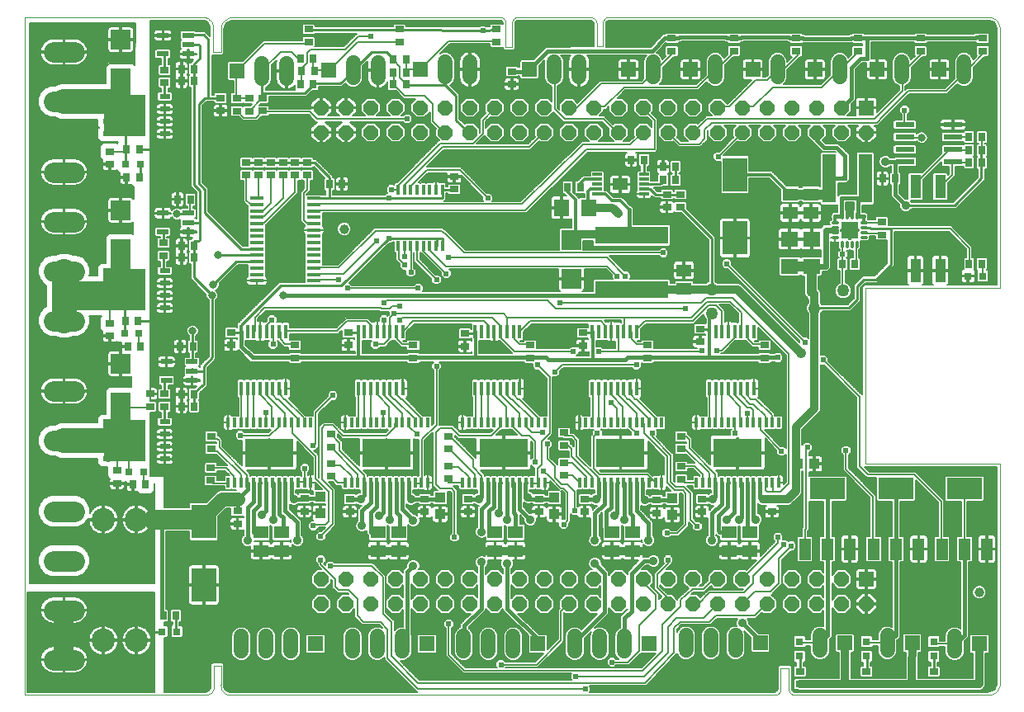
<source format=gtl>
G75*
%MOIN*%
%OFA0B0*%
%FSLAX24Y24*%
%IPPOS*%
%LPD*%
%AMOC8*
5,1,8,0,0,1.08239X$1,22.5*
%
%ADD10C,0.0000*%
%ADD11R,0.0138X0.0394*%
%ADD12R,0.1969X0.1181*%
%ADD13R,0.0140X0.0580*%
%ADD14R,0.0120X0.0390*%
%ADD15R,0.0354X0.0276*%
%ADD16R,0.0591X0.0512*%
%ADD17R,0.0315X0.0315*%
%ADD18R,0.0480X0.0880*%
%ADD19R,0.1417X0.0866*%
%ADD20R,0.0276X0.0354*%
%ADD21R,0.0580X0.0140*%
%ADD22R,0.0433X0.0394*%
%ADD23R,0.0394X0.0433*%
%ADD24R,0.0600X0.0600*%
%ADD25C,0.0600*%
%ADD26C,0.0825*%
%ADD27R,0.0445X0.0961*%
%ADD28R,0.0984X0.1378*%
%ADD29R,0.0787X0.0787*%
%ADD30C,0.0118*%
%ADD31R,0.0709X0.0709*%
%ADD32R,0.0709X0.0630*%
%ADD33R,0.0551X0.1969*%
%ADD34R,0.0394X0.0118*%
%ADD35R,0.0630X0.0709*%
%ADD36R,0.2953X0.0709*%
%ADD37R,0.0780X0.0210*%
%ADD38C,0.0394*%
%ADD39C,0.0500*%
%ADD40R,0.0433X0.0197*%
%ADD41R,0.1378X0.1693*%
%ADD42R,0.0472X0.0217*%
%ADD43OC8,0.0600*%
%ADD44C,0.0945*%
%ADD45C,0.0240*%
%ADD46C,0.0060*%
%ADD47C,0.0100*%
%ADD48C,0.0323*%
%ADD49C,0.0356*%
%ADD50C,0.0240*%
%ADD51C,0.0161*%
%ADD52C,0.0320*%
%ADD53C,0.0413*%
%ADD54C,0.0160*%
%ADD55C,0.0317*%
%ADD56C,0.0120*%
%ADD57C,0.0061*%
%ADD58C,0.0787*%
%ADD59C,0.0157*%
%ADD60C,0.0560*%
%ADD61C,0.0394*%
%ADD62C,0.0236*%
%ADD63C,0.1000*%
%ADD64C,0.1181*%
%ADD65C,0.0500*%
D10*
X002484Y003433D02*
X009806Y003433D01*
X009807Y003433D02*
X009841Y003436D01*
X009875Y003443D01*
X009909Y003454D01*
X009941Y003467D01*
X009971Y003484D01*
X010000Y003503D01*
X010027Y003525D01*
X010052Y003550D01*
X010073Y003577D01*
X010093Y003606D01*
X010109Y003637D01*
X010122Y003670D01*
X010132Y003703D01*
X010138Y003737D01*
X010142Y003772D01*
X010141Y003807D01*
X010141Y004614D01*
X010417Y004614D01*
X010417Y003846D01*
X010416Y003847D02*
X010415Y003809D01*
X010418Y003771D01*
X010424Y003734D01*
X010434Y003697D01*
X010448Y003662D01*
X010464Y003628D01*
X010485Y003596D01*
X010508Y003566D01*
X010534Y003539D01*
X010562Y003514D01*
X010593Y003492D01*
X010626Y003474D01*
X010660Y003458D01*
X010696Y003446D01*
X010733Y003438D01*
X010770Y003433D01*
X010771Y003433D02*
X032779Y003433D01*
X032808Y003436D01*
X032837Y003443D01*
X032865Y003453D01*
X032892Y003466D01*
X032917Y003482D01*
X032939Y003502D01*
X032960Y003523D01*
X032977Y003547D01*
X032991Y003573D01*
X033002Y003601D01*
X033010Y003630D01*
X033014Y003659D01*
X033015Y003689D01*
X033015Y004516D01*
X033330Y004516D01*
X033330Y003689D01*
X033331Y003659D01*
X033335Y003630D01*
X033343Y003601D01*
X033354Y003573D01*
X033368Y003547D01*
X033385Y003523D01*
X033406Y003502D01*
X033428Y003482D01*
X033453Y003466D01*
X033480Y003453D01*
X033508Y003443D01*
X033537Y003436D01*
X033566Y003433D01*
X041361Y003433D01*
X041402Y003432D01*
X041442Y003435D01*
X041482Y003441D01*
X041522Y003451D01*
X041560Y003464D01*
X041597Y003480D01*
X041632Y003500D01*
X041666Y003522D01*
X041698Y003548D01*
X041727Y003576D01*
X041753Y003606D01*
X041777Y003639D01*
X041798Y003674D01*
X041816Y003710D01*
X041831Y003748D01*
X041842Y003786D01*
X041850Y003826D01*
X041854Y003866D01*
X041854Y012783D01*
X036417Y012783D01*
X036417Y019870D01*
X041854Y019870D01*
X041854Y030402D01*
X041854Y030401D02*
X041849Y030441D01*
X041841Y030480D01*
X041829Y030519D01*
X041814Y030556D01*
X041796Y030592D01*
X041775Y030626D01*
X041751Y030658D01*
X041724Y030688D01*
X041695Y030715D01*
X041664Y030740D01*
X041630Y030762D01*
X041595Y030781D01*
X041558Y030796D01*
X041520Y030809D01*
X041481Y030818D01*
X041442Y030824D01*
X041402Y030826D01*
X041362Y030825D01*
X041361Y030825D02*
X026056Y030825D01*
X026028Y030820D01*
X026000Y030812D01*
X025973Y030800D01*
X025947Y030786D01*
X025924Y030768D01*
X025903Y030748D01*
X025885Y030725D01*
X025869Y030701D01*
X025856Y030674D01*
X025847Y030646D01*
X025841Y030618D01*
X025839Y030589D01*
X025840Y030559D01*
X025840Y029634D01*
X025584Y029634D01*
X025584Y030539D01*
X025585Y030570D01*
X025582Y030601D01*
X025575Y030631D01*
X025564Y030661D01*
X025550Y030688D01*
X025533Y030714D01*
X025513Y030738D01*
X025490Y030759D01*
X025465Y030777D01*
X025437Y030792D01*
X025408Y030803D01*
X025378Y030811D01*
X025348Y030815D01*
X022365Y030815D01*
X022366Y030815D02*
X022338Y030808D01*
X022310Y030798D01*
X022285Y030785D01*
X022261Y030769D01*
X022239Y030751D01*
X022219Y030729D01*
X022202Y030706D01*
X022189Y030681D01*
X022178Y030654D01*
X022171Y030626D01*
X022167Y030597D01*
X022166Y030568D01*
X022169Y030540D01*
X022169Y030539D02*
X022169Y029614D01*
X021913Y029614D01*
X021913Y030539D01*
X021912Y030540D02*
X021915Y030568D01*
X021914Y030597D01*
X021910Y030626D01*
X021903Y030654D01*
X021892Y030681D01*
X021879Y030706D01*
X021862Y030729D01*
X021842Y030751D01*
X021820Y030769D01*
X021796Y030785D01*
X021771Y030798D01*
X021743Y030808D01*
X021715Y030815D01*
X021716Y030815D02*
X010889Y030815D01*
X010848Y030813D01*
X010807Y030808D01*
X010767Y030799D01*
X010728Y030787D01*
X010690Y030771D01*
X010653Y030752D01*
X010618Y030730D01*
X010586Y030705D01*
X010555Y030677D01*
X010527Y030646D01*
X010502Y030614D01*
X010480Y030579D01*
X010461Y030542D01*
X010445Y030504D01*
X010433Y030465D01*
X010424Y030425D01*
X010419Y030384D01*
X010417Y030343D01*
X010417Y029398D01*
X010102Y029398D01*
X010102Y030343D01*
X010105Y030382D01*
X010104Y030421D01*
X010100Y030459D01*
X010093Y030498D01*
X010082Y030535D01*
X010067Y030571D01*
X010050Y030606D01*
X010029Y030639D01*
X010005Y030670D01*
X009978Y030698D01*
X009949Y030724D01*
X009918Y030747D01*
X009885Y030768D01*
X009850Y030785D01*
X009813Y030798D01*
X009776Y030809D01*
X009737Y030816D01*
X009737Y030815D02*
X002484Y030815D01*
X002484Y003433D01*
D11*
X010712Y012011D03*
X010968Y012011D03*
X011224Y012011D03*
X011480Y012011D03*
X011736Y012011D03*
X011991Y012011D03*
X012247Y012011D03*
X012503Y012011D03*
X012759Y012011D03*
X013015Y012011D03*
X013271Y012011D03*
X013527Y012011D03*
X013783Y012011D03*
X014039Y012011D03*
X015436Y012011D03*
X015692Y012011D03*
X015948Y012011D03*
X016204Y012011D03*
X016460Y012011D03*
X016716Y012011D03*
X016972Y012011D03*
X017228Y012011D03*
X017484Y012011D03*
X017739Y012011D03*
X017995Y012011D03*
X018251Y012011D03*
X018507Y012011D03*
X018763Y012011D03*
X020161Y012011D03*
X020417Y012011D03*
X020673Y012011D03*
X020928Y012011D03*
X021184Y012011D03*
X021440Y012011D03*
X021696Y012011D03*
X021952Y012011D03*
X022208Y012011D03*
X022464Y012011D03*
X022720Y012011D03*
X022976Y012011D03*
X023232Y012011D03*
X023487Y012011D03*
X024885Y012011D03*
X025141Y012011D03*
X025397Y012011D03*
X025653Y012011D03*
X025909Y012011D03*
X026165Y012011D03*
X026421Y012011D03*
X026676Y012011D03*
X026932Y012011D03*
X027188Y012011D03*
X027444Y012011D03*
X027700Y012011D03*
X027956Y012011D03*
X028212Y012011D03*
X029610Y012011D03*
X029865Y012011D03*
X030121Y012011D03*
X030377Y012011D03*
X030633Y012011D03*
X030889Y012011D03*
X031145Y012011D03*
X031401Y012011D03*
X031657Y012011D03*
X031913Y012011D03*
X032169Y012011D03*
X032424Y012011D03*
X032680Y012011D03*
X032936Y012011D03*
X032936Y014442D03*
X032680Y014442D03*
X032424Y014442D03*
X032169Y014442D03*
X031913Y014442D03*
X031657Y014442D03*
X031401Y014442D03*
X031145Y014442D03*
X030889Y014442D03*
X030633Y014442D03*
X030377Y014442D03*
X030121Y014442D03*
X029865Y014442D03*
X029610Y014442D03*
X028212Y014442D03*
X027956Y014442D03*
X027700Y014442D03*
X027444Y014442D03*
X027188Y014442D03*
X026932Y014442D03*
X026676Y014442D03*
X026421Y014442D03*
X026165Y014442D03*
X025909Y014442D03*
X025653Y014442D03*
X025397Y014442D03*
X025141Y014442D03*
X024885Y014442D03*
X023487Y014442D03*
X023232Y014442D03*
X022976Y014442D03*
X022720Y014442D03*
X022464Y014442D03*
X022208Y014442D03*
X021952Y014442D03*
X021696Y014442D03*
X021440Y014442D03*
X021184Y014442D03*
X020928Y014442D03*
X020673Y014442D03*
X020417Y014442D03*
X020161Y014442D03*
X018763Y014442D03*
X018507Y014442D03*
X018251Y014442D03*
X017995Y014442D03*
X017739Y014442D03*
X017484Y014442D03*
X017228Y014442D03*
X016972Y014442D03*
X016716Y014442D03*
X016460Y014442D03*
X016204Y014442D03*
X015948Y014442D03*
X015692Y014442D03*
X015436Y014442D03*
X014039Y014442D03*
X013783Y014442D03*
X013527Y014442D03*
X013271Y014442D03*
X013015Y014442D03*
X012759Y014442D03*
X012503Y014442D03*
X012247Y014442D03*
X011991Y014442D03*
X011736Y014442D03*
X011480Y014442D03*
X011224Y014442D03*
X010968Y014442D03*
X010712Y014442D03*
D12*
X012375Y013226D03*
X017100Y013226D03*
X021824Y013226D03*
X026549Y013226D03*
X031273Y013226D03*
D13*
X031157Y015817D03*
X031407Y015817D03*
X031667Y015817D03*
X031927Y015817D03*
X030897Y015817D03*
X030647Y015817D03*
X030387Y015817D03*
X030127Y015817D03*
X030127Y018117D03*
X030387Y018117D03*
X030647Y018117D03*
X030897Y018117D03*
X031157Y018117D03*
X031407Y018117D03*
X031667Y018117D03*
X031927Y018117D03*
X027202Y018117D03*
X026942Y018117D03*
X026682Y018117D03*
X026432Y018117D03*
X026172Y018117D03*
X025922Y018117D03*
X025662Y018117D03*
X025402Y018117D03*
X025402Y015817D03*
X025662Y015817D03*
X025922Y015817D03*
X026172Y015817D03*
X026432Y015817D03*
X026682Y015817D03*
X026942Y015817D03*
X027202Y015817D03*
X022478Y015817D03*
X022218Y015817D03*
X021958Y015817D03*
X021708Y015817D03*
X021448Y015817D03*
X021198Y015817D03*
X020938Y015817D03*
X020678Y015817D03*
X020678Y018117D03*
X020938Y018117D03*
X021198Y018117D03*
X021448Y018117D03*
X021708Y018117D03*
X021958Y018117D03*
X022218Y018117D03*
X022478Y018117D03*
X017754Y018117D03*
X017494Y018117D03*
X017234Y018117D03*
X016984Y018117D03*
X016724Y018117D03*
X016474Y018117D03*
X016214Y018117D03*
X015954Y018117D03*
X015954Y015817D03*
X016214Y015817D03*
X016474Y015817D03*
X016724Y015817D03*
X016984Y015817D03*
X017234Y015817D03*
X017494Y015817D03*
X017754Y015817D03*
X013029Y015817D03*
X012769Y015817D03*
X012509Y015817D03*
X012259Y015817D03*
X011999Y015817D03*
X011749Y015817D03*
X011489Y015817D03*
X011229Y015817D03*
X011229Y018117D03*
X011489Y018117D03*
X011749Y018117D03*
X011999Y018117D03*
X012259Y018117D03*
X012509Y018117D03*
X012769Y018117D03*
X013029Y018117D03*
D14*
X017562Y021566D03*
X017818Y021566D03*
X018074Y021566D03*
X018330Y021566D03*
X018586Y021566D03*
X018842Y021566D03*
X019098Y021566D03*
X019354Y021566D03*
X019354Y023863D03*
X019098Y023863D03*
X018842Y023863D03*
X018586Y023863D03*
X018330Y023863D03*
X018074Y023863D03*
X017818Y023863D03*
X017562Y023863D03*
D15*
X019836Y023866D03*
X019836Y024378D03*
X022154Y028117D03*
X022154Y028629D03*
X021539Y029821D03*
X021539Y030333D03*
X017621Y030333D03*
X017621Y029821D03*
X013950Y029821D03*
X013950Y030333D03*
X012090Y027547D03*
X012090Y027035D03*
X011558Y027026D03*
X011056Y027026D03*
X011056Y027537D03*
X011558Y027537D03*
X010407Y027557D03*
X010407Y027045D03*
X008143Y028177D03*
X008143Y028689D03*
X005928Y025392D03*
X005928Y024880D03*
X008094Y021701D03*
X008094Y021189D03*
X005928Y018453D03*
X005928Y017941D03*
X007552Y015598D03*
X007552Y015087D03*
X008143Y015087D03*
X008143Y015598D03*
X010023Y013883D03*
X010023Y013371D03*
X010013Y012610D03*
X010013Y012098D03*
X011084Y010864D03*
X011084Y010353D03*
X013786Y010863D03*
X013786Y011374D03*
X014865Y012272D03*
X014865Y012783D03*
X014856Y013453D03*
X014856Y013965D03*
X015623Y011346D03*
X015623Y010835D03*
X018645Y010835D03*
X018645Y011346D03*
X019592Y012164D03*
X019592Y012675D03*
X019592Y013374D03*
X019592Y013886D03*
X020387Y011346D03*
X020387Y010835D03*
X023251Y010835D03*
X023251Y011346D03*
X024275Y012311D03*
X024275Y012823D03*
X024275Y013523D03*
X024275Y014035D03*
X025111Y011346D03*
X025111Y010835D03*
X028015Y010795D03*
X028015Y011307D03*
X028999Y012154D03*
X028999Y012665D03*
X028989Y013374D03*
X028989Y013886D03*
X029836Y011346D03*
X029836Y010835D03*
X032659Y010835D03*
X032659Y011346D03*
X032356Y017055D03*
X032356Y017567D03*
X029756Y017715D03*
X029756Y018227D03*
X027631Y017567D03*
X027631Y017055D03*
X025031Y017555D03*
X025031Y018067D03*
X022907Y017567D03*
X022907Y017055D03*
X020267Y017525D03*
X020267Y018037D03*
X018182Y017567D03*
X018182Y017055D03*
X015562Y017565D03*
X015562Y018077D03*
X013409Y017567D03*
X013409Y017055D03*
X010829Y017565D03*
X010829Y018077D03*
X006224Y012498D03*
X006224Y011986D03*
X011440Y024437D03*
X011932Y024437D03*
X012424Y024437D03*
X012917Y024437D03*
X013409Y024437D03*
X013409Y024949D03*
X012917Y024949D03*
X012424Y024949D03*
X011932Y024949D03*
X011440Y024949D03*
X013901Y024949D03*
X013901Y024437D03*
X028419Y023659D03*
X028960Y023659D03*
X028960Y023148D03*
X028419Y023148D03*
X028615Y029457D03*
X028615Y029969D03*
X031125Y029969D03*
X031125Y029457D03*
X033635Y029457D03*
X033635Y029969D03*
X036145Y029969D03*
X036145Y029457D03*
X038655Y029457D03*
X038655Y029969D03*
X041165Y029969D03*
X041165Y029457D03*
X037090Y022537D03*
X037090Y022026D03*
X036480Y004388D03*
X036480Y003876D03*
X033793Y003876D03*
X033793Y004388D03*
X039196Y004388D03*
X039196Y003876D03*
D16*
X031765Y009260D03*
X031765Y010008D03*
X030928Y010008D03*
X030928Y009260D03*
X027041Y009260D03*
X027041Y010008D03*
X026204Y010008D03*
X026204Y009260D03*
X022316Y009260D03*
X022316Y010008D03*
X021480Y010008D03*
X021480Y009260D03*
X017592Y009260D03*
X017592Y010008D03*
X016755Y010008D03*
X016755Y009260D03*
X012867Y009260D03*
X012867Y010008D03*
X012031Y010008D03*
X012031Y009260D03*
X029108Y019841D03*
X029108Y020589D03*
X026533Y024065D03*
X033389Y023659D03*
X034236Y023659D03*
X034236Y022911D03*
X033389Y022911D03*
D17*
X040574Y020362D03*
X041165Y020362D03*
X039196Y005589D03*
X039196Y004998D03*
X036470Y004998D03*
X036470Y005589D03*
X033773Y005589D03*
X033773Y004998D03*
X008635Y005992D03*
X008045Y005992D03*
X007306Y012439D03*
X006716Y012439D03*
X006519Y018049D03*
X007110Y018049D03*
X007159Y024890D03*
X006568Y024890D03*
D18*
X033985Y009329D03*
X034895Y009329D03*
X035805Y009329D03*
X036761Y009329D03*
X037671Y009329D03*
X038580Y009329D03*
X039517Y009329D03*
X040426Y009329D03*
X041336Y009329D03*
D19*
X040426Y011769D03*
X037671Y011769D03*
X034895Y011769D03*
D20*
X035495Y020835D03*
X036007Y020835D03*
X037119Y024299D03*
X037631Y024299D03*
X040613Y024939D03*
X041125Y024939D03*
X041125Y025431D03*
X040613Y025431D03*
X040613Y025972D03*
X041125Y025972D03*
X041125Y020854D03*
X040613Y020854D03*
X028773Y024240D03*
X028261Y024240D03*
X028261Y024781D03*
X028773Y024781D03*
X027493Y025057D03*
X026982Y025057D03*
X024924Y023935D03*
X024413Y023935D03*
X017887Y028098D03*
X017887Y028581D03*
X017375Y028581D03*
X017375Y028098D03*
X017375Y029112D03*
X017887Y029112D03*
X014186Y028650D03*
X013674Y028650D03*
X013625Y028098D03*
X014137Y028098D03*
X014137Y029161D03*
X013625Y029161D03*
X009334Y028728D03*
X009334Y028236D03*
X008822Y028236D03*
X008822Y028728D03*
X007119Y025480D03*
X006608Y025480D03*
X006608Y024348D03*
X007119Y024348D03*
X008674Y023463D03*
X009186Y023463D03*
X009334Y021593D03*
X008822Y021593D03*
X008822Y021100D03*
X009334Y021100D03*
X007070Y018541D03*
X006558Y018541D03*
X006657Y017508D03*
X007169Y017508D03*
X008773Y017508D03*
X009285Y017508D03*
X009334Y015589D03*
X009334Y015096D03*
X008822Y015096D03*
X008822Y015589D03*
X007365Y011947D03*
X006854Y011947D03*
X008084Y006632D03*
X008596Y006632D03*
X014795Y024075D03*
X015306Y024075D03*
D21*
X014165Y023499D03*
X014165Y023249D03*
X014165Y022989D03*
X014165Y022739D03*
X014165Y022479D03*
X014165Y022219D03*
X014165Y021969D03*
X014165Y021709D03*
X014165Y021459D03*
X014165Y021199D03*
X014165Y020939D03*
X014165Y020689D03*
X014165Y020429D03*
X014165Y020179D03*
X011865Y020179D03*
X011865Y020429D03*
X011865Y020689D03*
X011865Y020939D03*
X011865Y021199D03*
X011865Y021459D03*
X011865Y021709D03*
X011865Y021969D03*
X011865Y022219D03*
X011865Y022479D03*
X011865Y022739D03*
X011865Y022989D03*
X011865Y023249D03*
X011865Y023499D03*
D22*
X033700Y012770D03*
X034369Y012770D03*
D23*
X028635Y011386D03*
X028635Y010717D03*
X023871Y010736D03*
X023871Y011406D03*
X019265Y011406D03*
X019265Y010736D03*
X014423Y010776D03*
X014423Y011445D03*
D24*
X014239Y005500D03*
X018728Y005500D03*
X023216Y005500D03*
X027704Y005500D03*
X032192Y005539D03*
X035602Y005539D03*
X038318Y005539D03*
X041035Y005500D03*
X036466Y008116D03*
X036466Y027161D03*
X036905Y028709D03*
X039415Y028709D03*
X034395Y028709D03*
X031885Y028709D03*
X029375Y028709D03*
X026865Y028709D03*
X022871Y028709D03*
X018472Y028709D03*
X014751Y028669D03*
X011070Y028650D03*
D25*
X012070Y028950D02*
X012070Y028350D01*
X013070Y028350D02*
X013070Y028950D01*
X015751Y028969D02*
X015751Y028369D01*
X016751Y028369D02*
X016751Y028969D01*
X019472Y029009D02*
X019472Y028409D01*
X020472Y028409D02*
X020472Y029009D01*
X023871Y029009D02*
X023871Y028409D01*
X024871Y028409D02*
X024871Y029009D01*
X027865Y029009D02*
X027865Y028409D01*
X030375Y028409D02*
X030375Y029009D01*
X032885Y029009D02*
X032885Y028409D01*
X035395Y028409D02*
X035395Y029009D01*
X037905Y029009D02*
X037905Y028409D01*
X040415Y028409D02*
X040415Y029009D01*
X037318Y005839D02*
X037318Y005239D01*
X034602Y005239D02*
X034602Y005839D01*
X031192Y005839D02*
X031192Y005239D01*
X030192Y005239D02*
X030192Y005839D01*
X029192Y005839D02*
X029192Y005239D01*
X026704Y005200D02*
X026704Y005800D01*
X025704Y005800D02*
X025704Y005200D01*
X024704Y005200D02*
X024704Y005800D01*
X022216Y005800D02*
X022216Y005200D01*
X021216Y005200D02*
X021216Y005800D01*
X020216Y005800D02*
X020216Y005200D01*
X017728Y005200D02*
X017728Y005800D01*
X016728Y005800D02*
X016728Y005200D01*
X015728Y005200D02*
X015728Y005800D01*
X013239Y005800D02*
X013239Y005200D01*
X012239Y005200D02*
X012239Y005800D01*
X011239Y005800D02*
X011239Y005200D01*
X040035Y005200D02*
X040035Y005800D01*
D26*
X004493Y004862D02*
X003668Y004862D01*
X003668Y006862D02*
X004493Y006862D01*
X004493Y008862D02*
X003668Y008862D01*
X003668Y010862D02*
X004493Y010862D01*
X004493Y013713D02*
X003668Y013713D01*
X003668Y015713D02*
X004493Y015713D01*
X004493Y018563D02*
X003668Y018563D01*
X003668Y020563D02*
X004493Y020563D01*
X004493Y022563D02*
X003668Y022563D01*
X003668Y024563D02*
X004493Y024563D01*
X004493Y027413D02*
X003668Y027413D01*
X003668Y029413D02*
X004493Y029413D01*
D27*
X038450Y023974D03*
X039450Y023974D03*
X039450Y020589D03*
X038450Y020589D03*
D28*
X031165Y021898D03*
X031165Y024457D03*
X009728Y010441D03*
X009728Y007882D03*
D29*
X006371Y015244D03*
X006371Y016819D03*
X006371Y021445D03*
X006371Y023020D03*
X006371Y028335D03*
X006371Y029909D03*
X024560Y021829D03*
X024560Y020254D03*
D30*
X035122Y021917D02*
X035298Y021917D01*
X035298Y022114D02*
X035122Y022114D01*
X035210Y022114D02*
X035210Y022222D01*
X035220Y022222D01*
X035298Y022311D02*
X035122Y022311D01*
X035122Y022508D02*
X035298Y022508D01*
X035495Y022705D02*
X035495Y022881D01*
X035692Y022881D02*
X035692Y022705D01*
X035889Y022705D02*
X035889Y022881D01*
X036086Y022881D02*
X036086Y022705D01*
X036283Y022508D02*
X036459Y022508D01*
X036459Y022311D02*
X036283Y022311D01*
X036283Y022114D02*
X036459Y022114D01*
X036459Y021917D02*
X036283Y021917D01*
X036086Y021720D02*
X036086Y021544D01*
X035889Y021544D02*
X035889Y021720D01*
X035692Y021720D02*
X035692Y021544D01*
X035495Y021544D02*
X035495Y021720D01*
D31*
X035791Y022213D03*
D32*
X034255Y021858D03*
X033379Y021858D03*
X033379Y020756D03*
X034255Y020756D03*
D33*
X034964Y024299D03*
X036421Y024299D03*
D34*
X027493Y024270D03*
X027493Y024467D03*
X027493Y024071D03*
X027493Y023876D03*
X027493Y023679D03*
X025604Y023679D03*
X025604Y023876D03*
X025604Y024071D03*
X025604Y024270D03*
X025604Y024467D03*
D35*
X025279Y023118D03*
X024176Y023118D03*
D36*
X026991Y022006D03*
X026991Y019801D03*
D37*
X038029Y024976D03*
X038029Y025476D03*
X038029Y025976D03*
X038029Y026476D03*
X039969Y026476D03*
X039969Y025976D03*
X039969Y025476D03*
X039969Y024976D03*
D38*
X041027Y007587D03*
X015387Y022262D03*
D39*
X030239Y019821D03*
X030239Y018837D03*
X034373Y019063D03*
X035535Y019772D03*
D40*
X008153Y019571D03*
X008153Y020071D03*
X008153Y020571D03*
X008153Y019071D03*
X005869Y019071D03*
X005869Y019571D03*
X005869Y020071D03*
X005869Y020571D03*
X005869Y026108D03*
X005869Y026608D03*
X005869Y027108D03*
X005869Y027608D03*
X008153Y027608D03*
X008153Y027108D03*
X008153Y026608D03*
X008153Y026108D03*
X008153Y014469D03*
X008153Y013969D03*
X008153Y013469D03*
X008153Y012969D03*
X005869Y012969D03*
X005869Y013469D03*
X005869Y013969D03*
X005869Y014469D03*
D41*
X006716Y013719D03*
X006716Y019821D03*
X006716Y026858D03*
D42*
X008074Y029339D03*
X008074Y030087D03*
X009098Y030087D03*
X009098Y029713D03*
X009098Y029339D03*
X009098Y022902D03*
X009098Y022528D03*
X009098Y022154D03*
X008074Y022154D03*
X008074Y022902D03*
X008222Y016898D03*
X008222Y016150D03*
X009245Y016150D03*
X009245Y016524D03*
X009245Y016898D03*
D43*
X014466Y008116D03*
X015466Y008116D03*
X016466Y008116D03*
X017466Y008116D03*
X018466Y008116D03*
X019466Y008116D03*
X020466Y008116D03*
X021466Y008116D03*
X022466Y008116D03*
X023466Y008116D03*
X024466Y008116D03*
X025466Y008116D03*
X026466Y008116D03*
X027466Y008116D03*
X028466Y008116D03*
X029466Y008116D03*
X030466Y008116D03*
X031466Y008116D03*
X032466Y008116D03*
X033466Y008116D03*
X034466Y008116D03*
X035466Y008116D03*
X035466Y007116D03*
X036466Y007116D03*
X034466Y007116D03*
X033466Y007116D03*
X032466Y007116D03*
X031466Y007116D03*
X030466Y007116D03*
X029466Y007116D03*
X028466Y007116D03*
X027466Y007116D03*
X026466Y007116D03*
X025466Y007116D03*
X024466Y007116D03*
X023466Y007116D03*
X022466Y007116D03*
X021466Y007116D03*
X020466Y007116D03*
X019466Y007116D03*
X018466Y007116D03*
X017466Y007116D03*
X016466Y007116D03*
X015466Y007116D03*
X014466Y007116D03*
X014466Y026161D03*
X015466Y026161D03*
X016466Y026161D03*
X017466Y026161D03*
X018466Y026161D03*
X019466Y026161D03*
X020466Y026161D03*
X021466Y026161D03*
X022466Y026161D03*
X023466Y026161D03*
X024466Y026161D03*
X025466Y026161D03*
X026466Y026161D03*
X027466Y026161D03*
X028466Y026161D03*
X029466Y026161D03*
X030466Y026161D03*
X031466Y026161D03*
X032466Y026161D03*
X033466Y026161D03*
X034466Y026161D03*
X035466Y026161D03*
X036466Y026161D03*
X035466Y027161D03*
X034466Y027161D03*
X033466Y027161D03*
X032466Y027161D03*
X031466Y027161D03*
X030466Y027161D03*
X029466Y027161D03*
X028466Y027161D03*
X027466Y027161D03*
X026466Y027161D03*
X025466Y027161D03*
X024466Y027161D03*
X023466Y027161D03*
X022466Y027161D03*
X021466Y027161D03*
X020466Y027161D03*
X019466Y027161D03*
X018466Y027161D03*
X017466Y027161D03*
X016466Y027161D03*
X015466Y027161D03*
X014466Y027161D03*
D44*
X007011Y010520D03*
X005673Y010520D03*
X005673Y005638D03*
X007011Y005638D03*
D45*
X012671Y007764D03*
X013064Y007764D03*
X013064Y008157D03*
X012671Y008157D03*
X012671Y008551D03*
X013064Y008551D03*
X014934Y009437D03*
X014934Y009831D03*
X015328Y009831D03*
X015328Y009437D03*
X013802Y012587D03*
X013163Y012783D03*
X013163Y013079D03*
X013163Y013374D03*
X013163Y013669D03*
X012769Y013669D03*
X012769Y013374D03*
X012769Y013079D03*
X012769Y012783D03*
X012375Y012783D03*
X012375Y013079D03*
X012375Y013374D03*
X012375Y013669D03*
X011982Y013669D03*
X011982Y013374D03*
X011982Y013079D03*
X011982Y012783D03*
X011588Y012783D03*
X011588Y013079D03*
X011588Y013374D03*
X011588Y013669D03*
X014147Y013522D03*
X016312Y013669D03*
X016312Y013374D03*
X016312Y013079D03*
X016312Y012783D03*
X016706Y012783D03*
X016706Y013079D03*
X016706Y013374D03*
X016706Y013669D03*
X017100Y013669D03*
X017100Y013374D03*
X017100Y013079D03*
X017100Y012783D03*
X017493Y012783D03*
X017493Y013079D03*
X017493Y013374D03*
X017493Y013669D03*
X017887Y013669D03*
X017887Y013374D03*
X017887Y013079D03*
X017887Y012783D03*
X018822Y012636D03*
X018822Y013030D03*
X019413Y014506D03*
X019806Y014506D03*
X019757Y015244D03*
X019363Y015244D03*
X019363Y015638D03*
X019757Y015638D03*
X020987Y017459D03*
X021381Y017459D03*
X021775Y017459D03*
X023940Y015539D03*
X023940Y015146D03*
X024334Y015146D03*
X024334Y015539D03*
X024634Y017754D03*
X025909Y017557D03*
X029357Y017962D03*
X030889Y018629D03*
X030899Y019103D03*
X030830Y020854D03*
X028271Y021297D03*
X026450Y022872D03*
X032897Y016671D03*
X032897Y016278D03*
X032897Y015884D03*
X032503Y015244D03*
X032799Y014998D03*
X032060Y013669D03*
X032060Y013374D03*
X032060Y013079D03*
X032060Y012783D03*
X031667Y012783D03*
X031667Y013079D03*
X031667Y013374D03*
X031667Y013669D03*
X031273Y013669D03*
X031273Y013374D03*
X031273Y013079D03*
X031273Y012783D03*
X030879Y012783D03*
X030879Y013079D03*
X030879Y013374D03*
X030879Y013669D03*
X030486Y013669D03*
X030486Y013374D03*
X030486Y013079D03*
X030486Y012783D03*
X027336Y012783D03*
X027336Y013079D03*
X027336Y013374D03*
X027336Y013669D03*
X026942Y013669D03*
X026942Y013374D03*
X026942Y013079D03*
X026942Y012783D03*
X026549Y012783D03*
X026549Y013079D03*
X026549Y013374D03*
X026549Y013669D03*
X026155Y013669D03*
X026155Y013374D03*
X026155Y013079D03*
X026155Y012783D03*
X025761Y012783D03*
X025761Y013079D03*
X025761Y013374D03*
X025761Y013669D03*
X023784Y011848D03*
X024688Y010874D03*
X024255Y010323D03*
X023461Y009523D03*
X019846Y009811D03*
X019051Y009593D03*
X021037Y012783D03*
X021037Y013079D03*
X021037Y013374D03*
X021037Y013669D03*
X021430Y013669D03*
X021430Y013374D03*
X021430Y013079D03*
X021430Y012783D03*
X021824Y012783D03*
X021824Y013079D03*
X021824Y013374D03*
X021824Y013669D03*
X022218Y013669D03*
X022218Y013374D03*
X022218Y013079D03*
X022218Y012783D03*
X022611Y012783D03*
X022611Y013079D03*
X022611Y013374D03*
X022611Y013669D03*
X017395Y017459D03*
X018182Y018049D03*
X016263Y017459D03*
X015525Y018837D03*
X015131Y018837D03*
X014590Y017459D03*
X014196Y017459D03*
X011982Y017459D03*
X011096Y018886D03*
X010702Y018886D03*
X010308Y018886D03*
X010505Y020067D03*
X009029Y020067D03*
X008586Y020067D03*
X008586Y019575D03*
X009029Y019575D03*
X009029Y019083D03*
X008586Y019083D03*
X008537Y013965D03*
X008930Y013965D03*
X008930Y013472D03*
X008537Y013472D03*
X008537Y012980D03*
X008930Y012980D03*
X019610Y006307D03*
X029009Y009634D03*
X029649Y010244D03*
X034983Y012477D03*
X034983Y012811D03*
X035327Y012821D03*
X035317Y012487D03*
X035062Y013965D03*
X035062Y014358D03*
X035062Y014752D03*
X035062Y015146D03*
X035515Y021248D03*
X035594Y024319D03*
X009029Y026120D03*
X008586Y026120D03*
X008586Y026612D03*
X009029Y026612D03*
X009029Y027104D03*
X008586Y027104D03*
D46*
X008499Y027089D02*
X008499Y026993D01*
X008491Y026960D01*
X008473Y026930D01*
X008449Y026906D01*
X008420Y026889D01*
X008386Y026880D01*
X008172Y026880D01*
X008172Y027089D01*
X008134Y027089D01*
X008134Y026880D01*
X007919Y026880D01*
X007886Y026889D01*
X007856Y026906D01*
X007832Y026930D01*
X007815Y026960D01*
X007806Y026993D01*
X007806Y027089D01*
X008134Y027089D01*
X008134Y027127D01*
X007806Y027127D01*
X007806Y027224D01*
X007815Y027257D01*
X007832Y027287D01*
X007856Y027311D01*
X007886Y027328D01*
X007919Y027337D01*
X008134Y027337D01*
X008134Y027127D01*
X008172Y027127D01*
X008499Y027127D01*
X008499Y027224D01*
X008491Y027257D01*
X008473Y027287D01*
X008449Y027311D01*
X008420Y027328D01*
X008386Y027337D01*
X008172Y027337D01*
X008172Y027127D01*
X008172Y027089D01*
X008499Y027089D01*
X008499Y027067D02*
X009184Y027067D01*
X009184Y027009D02*
X008499Y027009D01*
X008485Y026950D02*
X009184Y026950D01*
X009184Y026892D02*
X008425Y026892D01*
X008400Y026833D02*
X009184Y026833D01*
X009184Y026775D02*
X008480Y026775D01*
X008473Y026787D02*
X008449Y026811D01*
X008420Y026828D01*
X008386Y026837D01*
X008172Y026837D01*
X008172Y026627D01*
X008499Y026627D01*
X008499Y026724D01*
X008491Y026757D01*
X008473Y026787D01*
X008499Y026716D02*
X009184Y026716D01*
X009184Y026658D02*
X008499Y026658D01*
X008499Y026589D02*
X008499Y026493D01*
X008491Y026460D01*
X008473Y026430D01*
X008449Y026406D01*
X008420Y026389D01*
X008386Y026380D01*
X008172Y026380D01*
X008172Y026589D01*
X008134Y026589D01*
X008134Y026380D01*
X007919Y026380D01*
X007886Y026389D01*
X007856Y026406D01*
X007832Y026430D01*
X007815Y026460D01*
X007806Y026493D01*
X007806Y026589D01*
X008134Y026589D01*
X008134Y026627D01*
X007806Y026627D01*
X007806Y026724D01*
X007815Y026757D01*
X007832Y026787D01*
X007856Y026811D01*
X007886Y026828D01*
X007919Y026837D01*
X008134Y026837D01*
X008134Y026627D01*
X008172Y026627D01*
X008172Y026589D01*
X008499Y026589D01*
X008499Y026541D02*
X009184Y026541D01*
X009184Y026599D02*
X008172Y026599D01*
X008134Y026599D02*
X007552Y026599D01*
X007552Y026541D02*
X007806Y026541D01*
X007809Y026482D02*
X007552Y026482D01*
X007552Y026424D02*
X007839Y026424D01*
X007886Y026328D02*
X007856Y026311D01*
X007832Y026287D01*
X007815Y026257D01*
X007806Y026224D01*
X007806Y026127D01*
X008134Y026127D01*
X008134Y026089D01*
X008172Y026089D01*
X008172Y025880D01*
X008386Y025880D01*
X008420Y025889D01*
X008449Y025906D01*
X008473Y025930D01*
X008491Y025960D01*
X008499Y025993D01*
X008499Y026089D01*
X008172Y026089D01*
X008172Y026127D01*
X008499Y026127D01*
X008499Y026224D01*
X008491Y026257D01*
X008473Y026287D01*
X008449Y026311D01*
X008420Y026328D01*
X008386Y026337D01*
X008172Y026337D01*
X008172Y026127D01*
X008134Y026127D01*
X008134Y026337D01*
X007919Y026337D01*
X007886Y026328D01*
X007852Y026307D02*
X007552Y026307D01*
X007552Y026365D02*
X009184Y026365D01*
X009184Y026307D02*
X008453Y026307D01*
X008493Y026248D02*
X009184Y026248D01*
X009184Y026190D02*
X008499Y026190D01*
X008499Y026131D02*
X009184Y026131D01*
X009184Y026073D02*
X008499Y026073D01*
X008499Y026014D02*
X009184Y026014D01*
X009184Y025956D02*
X008488Y025956D01*
X008434Y025897D02*
X009184Y025897D01*
X009184Y025839D02*
X007552Y025839D01*
X007552Y025897D02*
X007871Y025897D01*
X007856Y025906D02*
X007886Y025889D01*
X007919Y025880D01*
X008134Y025880D01*
X008134Y026089D01*
X007806Y026089D01*
X007806Y025993D01*
X007815Y025960D01*
X007832Y025930D01*
X007856Y025906D01*
X007817Y025956D02*
X007552Y025956D01*
X007552Y026014D02*
X007806Y026014D01*
X007806Y026073D02*
X007552Y026073D01*
X007552Y026131D02*
X007806Y026131D01*
X007806Y026190D02*
X007552Y026190D01*
X007552Y026248D02*
X007813Y026248D01*
X008134Y026248D02*
X008172Y026248D01*
X008172Y026190D02*
X008134Y026190D01*
X008134Y026131D02*
X008172Y026131D01*
X008172Y026073D02*
X008134Y026073D01*
X008134Y026014D02*
X008172Y026014D01*
X008172Y025956D02*
X008134Y025956D01*
X008134Y025897D02*
X008172Y025897D01*
X008172Y026307D02*
X008134Y026307D01*
X008134Y026424D02*
X008172Y026424D01*
X008172Y026482D02*
X008134Y026482D01*
X008134Y026541D02*
X008172Y026541D01*
X008172Y026658D02*
X008134Y026658D01*
X008134Y026716D02*
X008172Y026716D01*
X008172Y026775D02*
X008134Y026775D01*
X008134Y026833D02*
X008172Y026833D01*
X008172Y026892D02*
X008134Y026892D01*
X008134Y026950D02*
X008172Y026950D01*
X008172Y027009D02*
X008134Y027009D01*
X008134Y027067D02*
X008172Y027067D01*
X008172Y027126D02*
X009184Y027126D01*
X009184Y027184D02*
X008499Y027184D01*
X008494Y027243D02*
X009184Y027243D01*
X009184Y027301D02*
X008459Y027301D01*
X008407Y027420D02*
X008459Y027473D01*
X008459Y027744D01*
X008407Y027797D01*
X008283Y027797D01*
X008283Y027949D01*
X008357Y027949D01*
X008410Y028002D01*
X008410Y028352D01*
X008357Y028405D01*
X007929Y028405D01*
X007876Y028352D01*
X007876Y028002D01*
X007929Y027949D01*
X008003Y027949D01*
X008003Y027797D01*
X007899Y027797D01*
X007846Y027744D01*
X007846Y027473D01*
X007899Y027420D01*
X008407Y027420D01*
X008459Y027477D02*
X009184Y027477D01*
X009184Y027535D02*
X008459Y027535D01*
X008459Y027594D02*
X009184Y027594D01*
X009184Y027652D02*
X008459Y027652D01*
X008459Y027711D02*
X009184Y027711D01*
X009184Y027769D02*
X008434Y027769D01*
X008283Y027828D02*
X009184Y027828D01*
X009184Y027886D02*
X008283Y027886D01*
X008283Y027945D02*
X008622Y027945D01*
X008634Y027938D02*
X008667Y027929D01*
X008792Y027929D01*
X008792Y028206D01*
X008852Y028206D01*
X008852Y027929D01*
X008977Y027929D01*
X009010Y027938D01*
X009040Y027955D01*
X009064Y027979D01*
X009081Y028009D01*
X009090Y028042D01*
X009090Y028206D01*
X008852Y028206D01*
X008852Y028266D01*
X009090Y028266D01*
X009090Y028431D01*
X009081Y028464D01*
X009070Y028482D01*
X009081Y028501D01*
X009090Y028534D01*
X009090Y028698D01*
X008852Y028698D01*
X008852Y028266D01*
X008792Y028266D01*
X008792Y028206D01*
X008554Y028206D01*
X008554Y028042D01*
X008563Y028009D01*
X008580Y027979D01*
X008605Y027955D01*
X008634Y027938D01*
X008566Y028003D02*
X008410Y028003D01*
X008410Y028062D02*
X008554Y028062D01*
X008554Y028120D02*
X008410Y028120D01*
X008410Y028179D02*
X008554Y028179D01*
X008554Y028266D02*
X008792Y028266D01*
X008792Y028543D01*
X008792Y028698D01*
X008852Y028698D01*
X008852Y028758D01*
X009090Y028758D01*
X009090Y028923D01*
X009081Y028956D01*
X009064Y028985D01*
X009040Y029010D01*
X009010Y029027D01*
X008977Y029036D01*
X008852Y029036D01*
X008852Y028758D01*
X008792Y028758D01*
X008792Y028698D01*
X008554Y028698D01*
X008554Y028534D01*
X008563Y028501D01*
X008574Y028482D01*
X008563Y028464D01*
X008554Y028431D01*
X008554Y028266D01*
X008554Y028296D02*
X008410Y028296D01*
X008408Y028354D02*
X008554Y028354D01*
X008554Y028413D02*
X007552Y028413D01*
X007552Y028471D02*
X007919Y028471D01*
X007929Y028461D02*
X008357Y028461D01*
X008410Y028514D01*
X008410Y028864D01*
X008357Y028917D01*
X008283Y028917D01*
X008283Y029140D01*
X008348Y029140D01*
X008400Y029193D01*
X008400Y029484D01*
X008348Y029537D01*
X007801Y029537D01*
X007748Y029484D01*
X007748Y029193D01*
X007801Y029140D01*
X008003Y029140D01*
X008003Y028917D01*
X007929Y028917D01*
X007876Y028864D01*
X007876Y028514D01*
X007929Y028461D01*
X007876Y028530D02*
X007552Y028530D01*
X007552Y028588D02*
X007876Y028588D01*
X007876Y028647D02*
X007552Y028647D01*
X007552Y028705D02*
X007876Y028705D01*
X007876Y028764D02*
X007552Y028764D01*
X007552Y028822D02*
X007876Y028822D01*
X007892Y028881D02*
X007552Y028881D01*
X007552Y028939D02*
X008003Y028939D01*
X008003Y028998D02*
X007552Y028998D01*
X007552Y029056D02*
X008003Y029056D01*
X008003Y029115D02*
X007552Y029115D01*
X007552Y029173D02*
X007768Y029173D01*
X007748Y029232D02*
X007552Y029232D01*
X007552Y029290D02*
X007748Y029290D01*
X007748Y029349D02*
X007552Y029349D01*
X007552Y029407D02*
X007748Y029407D01*
X007748Y029466D02*
X007552Y029466D01*
X007552Y029524D02*
X007788Y029524D01*
X007552Y029583D02*
X008771Y029583D01*
X008771Y029567D02*
X008785Y029553D01*
X008782Y029551D01*
X008757Y029527D01*
X008740Y029497D01*
X008731Y029464D01*
X008731Y029363D01*
X009074Y029363D01*
X009074Y029514D01*
X009122Y029514D01*
X009122Y029363D01*
X009074Y029363D01*
X009074Y029314D01*
X009122Y029314D01*
X009122Y029100D01*
X009301Y029100D01*
X009263Y029062D01*
X009259Y029062D01*
X009223Y029022D01*
X009196Y028996D01*
X009159Y028996D01*
X009106Y028943D01*
X009106Y028514D01*
X009138Y028482D01*
X009106Y028451D01*
X009106Y028022D01*
X009159Y027969D01*
X009184Y027969D01*
X009184Y023995D01*
X009266Y023913D01*
X009430Y023749D01*
X009430Y022668D01*
X009424Y022668D01*
X009424Y022673D01*
X009382Y022715D01*
X009424Y022756D01*
X009424Y023047D01*
X009371Y023100D01*
X009296Y023100D01*
X009296Y023195D01*
X009361Y023195D01*
X009414Y023248D01*
X009414Y023677D01*
X009361Y023730D01*
X009011Y023730D01*
X008959Y023677D01*
X008959Y023248D01*
X009011Y023195D01*
X009056Y023195D01*
X009056Y023100D01*
X008824Y023100D01*
X008791Y023067D01*
X008776Y023083D01*
X008685Y023120D01*
X008586Y023120D01*
X008494Y023083D01*
X008440Y023028D01*
X008431Y023060D01*
X008414Y023090D01*
X008390Y023114D01*
X008360Y023131D01*
X008327Y023140D01*
X008098Y023140D01*
X008098Y022926D01*
X008050Y022926D01*
X008050Y023140D01*
X007821Y023140D01*
X007788Y023131D01*
X007758Y023114D01*
X007734Y023090D01*
X007717Y023060D01*
X007708Y023027D01*
X007708Y022926D01*
X008050Y022926D01*
X008050Y022877D01*
X008098Y022877D01*
X008098Y022663D01*
X008327Y022663D01*
X008360Y022672D01*
X008390Y022689D01*
X008414Y022713D01*
X008425Y022731D01*
X008494Y022661D01*
X008586Y022624D01*
X008685Y022624D01*
X008771Y022660D01*
X008771Y022382D01*
X008785Y022368D01*
X008782Y022366D01*
X008757Y022342D01*
X008740Y022312D01*
X008731Y022279D01*
X008731Y022178D01*
X009074Y022178D01*
X009074Y022329D01*
X009122Y022329D01*
X009122Y022178D01*
X009074Y022178D01*
X009074Y022129D01*
X009122Y022129D01*
X009122Y021915D01*
X009252Y021915D01*
X009196Y021860D01*
X009159Y021860D01*
X009106Y021807D01*
X009106Y021378D01*
X009138Y021346D01*
X009106Y021315D01*
X009106Y020886D01*
X009159Y020833D01*
X009184Y020833D01*
X009184Y020255D01*
X009814Y019625D01*
X009814Y019624D01*
X009814Y019525D01*
X009852Y019434D01*
X009922Y019364D01*
X009922Y017123D01*
X009578Y016778D01*
X009578Y016664D01*
X009572Y016664D01*
X009572Y016669D01*
X009530Y016711D01*
X009572Y016752D01*
X009572Y017043D01*
X009519Y017096D01*
X009415Y017096D01*
X009415Y017241D01*
X009460Y017241D01*
X009513Y017293D01*
X009513Y017722D01*
X009460Y017775D01*
X009415Y017775D01*
X009415Y017937D01*
X009416Y017937D01*
X009485Y018007D01*
X009523Y018098D01*
X009523Y018197D01*
X009485Y018288D01*
X009416Y018358D01*
X009324Y018396D01*
X009225Y018396D01*
X009134Y018358D01*
X009064Y018288D01*
X009026Y018197D01*
X009026Y018098D01*
X009064Y018007D01*
X009134Y017937D01*
X009135Y017937D01*
X009135Y017775D01*
X009110Y017775D01*
X009057Y017722D01*
X009057Y017293D01*
X009110Y017241D01*
X009135Y017241D01*
X009135Y017096D01*
X008972Y017096D01*
X008919Y017043D01*
X008919Y016752D01*
X008961Y016711D01*
X008919Y016669D01*
X008919Y016378D01*
X008933Y016364D01*
X008929Y016362D01*
X008905Y016338D01*
X008888Y016308D01*
X008879Y016275D01*
X008879Y016174D01*
X009221Y016174D01*
X009221Y016325D01*
X009269Y016325D01*
X009269Y016174D01*
X009221Y016174D01*
X009221Y016125D01*
X009269Y016125D01*
X009269Y015911D01*
X009428Y015911D01*
X009363Y015856D01*
X009159Y015856D01*
X009106Y015803D01*
X009106Y015374D01*
X009138Y015343D01*
X009106Y015311D01*
X009106Y014882D01*
X009159Y014829D01*
X009509Y014829D01*
X009562Y014882D01*
X009562Y015311D01*
X009530Y015343D01*
X009562Y015374D01*
X009562Y015657D01*
X009720Y015793D01*
X009727Y015793D01*
X009764Y015830D01*
X009804Y015865D01*
X009804Y015871D01*
X009858Y015924D01*
X009858Y016662D01*
X010120Y016925D01*
X010202Y017007D01*
X010202Y019364D01*
X010203Y019364D01*
X010273Y019434D01*
X010311Y019525D01*
X010311Y019624D01*
X010273Y019716D01*
X010203Y019785D01*
X010201Y019786D01*
X010252Y019807D01*
X010322Y019877D01*
X010360Y019968D01*
X010360Y020067D01*
X010360Y020068D01*
X011105Y020813D01*
X011502Y020813D01*
X011485Y020796D01*
X011485Y020581D01*
X011508Y020559D01*
X011485Y020536D01*
X011485Y020342D01*
X011471Y020328D01*
X011454Y020299D01*
X011445Y020266D01*
X011445Y020184D01*
X011860Y020184D01*
X011860Y020174D01*
X011445Y020174D01*
X011445Y020091D01*
X011454Y020058D01*
X011471Y020029D01*
X011495Y020005D01*
X011525Y019987D01*
X011558Y019979D01*
X011860Y019979D01*
X011860Y020174D01*
X011870Y020174D01*
X011870Y020184D01*
X012285Y020184D01*
X012285Y020266D01*
X012276Y020299D01*
X012259Y020328D01*
X012245Y020342D01*
X012245Y020536D01*
X012222Y020559D01*
X012245Y020581D01*
X012245Y020796D01*
X012227Y020814D01*
X012245Y020831D01*
X012245Y021046D01*
X012222Y021069D01*
X012245Y021091D01*
X012245Y021306D01*
X012222Y021329D01*
X012245Y021351D01*
X012245Y021566D01*
X012227Y021584D01*
X012245Y021601D01*
X012245Y021816D01*
X012222Y021839D01*
X012245Y021861D01*
X012245Y022076D01*
X012227Y022094D01*
X012245Y022111D01*
X012245Y022326D01*
X012222Y022349D01*
X012245Y022371D01*
X012245Y022424D01*
X012298Y022478D01*
X013529Y023708D01*
X013529Y024209D01*
X013623Y024209D01*
X013655Y024241D01*
X013686Y024209D01*
X013781Y024209D01*
X013781Y023906D01*
X013704Y023829D01*
X013633Y023758D01*
X013633Y022576D01*
X013732Y022478D01*
X013785Y022424D01*
X013785Y022382D01*
X013771Y022368D01*
X013754Y022339D01*
X013745Y022306D01*
X013745Y022224D01*
X014160Y022224D01*
X014160Y022214D01*
X013745Y022214D01*
X013745Y022131D01*
X013754Y022098D01*
X013771Y022069D01*
X013785Y022055D01*
X013785Y021861D01*
X013808Y021839D01*
X013785Y021816D01*
X013785Y021601D01*
X013803Y021584D01*
X013785Y021566D01*
X013785Y021351D01*
X013808Y021329D01*
X013785Y021306D01*
X013785Y021091D01*
X013808Y021069D01*
X013785Y021046D01*
X013785Y020831D01*
X013803Y020814D01*
X013785Y020796D01*
X013785Y020581D01*
X013808Y020559D01*
X013785Y020536D01*
X013785Y020321D01*
X013803Y020304D01*
X013785Y020286D01*
X013785Y020109D01*
X012760Y020109D01*
X011148Y018497D01*
X011122Y018497D01*
X011069Y018444D01*
X011069Y018278D01*
X011043Y018304D01*
X010614Y018304D01*
X010562Y018252D01*
X010562Y017902D01*
X010614Y017849D01*
X011043Y017849D01*
X011069Y017875D01*
X011069Y017816D01*
X011056Y017824D01*
X011023Y017833D01*
X010859Y017833D01*
X010859Y017595D01*
X010799Y017595D01*
X010799Y017833D01*
X010634Y017833D01*
X010601Y017824D01*
X010572Y017807D01*
X010548Y017782D01*
X010530Y017753D01*
X010522Y017720D01*
X010522Y017595D01*
X010799Y017595D01*
X010799Y017535D01*
X010859Y017535D01*
X010859Y017297D01*
X011023Y017297D01*
X011056Y017306D01*
X011086Y017323D01*
X011110Y017347D01*
X011127Y017377D01*
X011129Y017382D01*
X011173Y017338D01*
X011616Y016895D01*
X013142Y016895D01*
X013142Y016880D01*
X013194Y016827D01*
X013623Y016827D01*
X013676Y016880D01*
X013676Y016895D01*
X017915Y016895D01*
X017915Y016880D01*
X017968Y016827D01*
X018397Y016827D01*
X018450Y016880D01*
X018450Y016895D01*
X018995Y016895D01*
X018907Y016807D01*
X018907Y016633D01*
X018997Y016543D01*
X018997Y014408D01*
X018922Y014333D01*
X018922Y014676D01*
X018869Y014729D01*
X018657Y014729D01*
X018635Y014707D01*
X018613Y014729D01*
X018572Y014729D01*
X017888Y015413D01*
X017903Y015423D01*
X017928Y015447D01*
X017945Y015476D01*
X017954Y015509D01*
X017954Y015812D01*
X017759Y015812D01*
X017759Y015822D01*
X017749Y015822D01*
X017749Y016237D01*
X017667Y016237D01*
X017633Y016228D01*
X017604Y016211D01*
X017590Y016197D01*
X017386Y016197D01*
X017364Y016174D01*
X017341Y016197D01*
X017126Y016197D01*
X017109Y016179D01*
X017091Y016197D01*
X016876Y016197D01*
X016854Y016174D01*
X016831Y016197D01*
X016616Y016197D01*
X016599Y016179D01*
X016581Y016197D01*
X016366Y016197D01*
X016344Y016174D01*
X016321Y016197D01*
X016106Y016197D01*
X016084Y016174D01*
X016061Y016197D01*
X015846Y016197D01*
X015794Y016144D01*
X015794Y015489D01*
X015846Y015437D01*
X015848Y015437D01*
X015848Y014729D01*
X015842Y014729D01*
X015820Y014707D01*
X015798Y014729D01*
X015599Y014729D01*
X015585Y014743D01*
X015555Y014760D01*
X015522Y014769D01*
X015441Y014769D01*
X015441Y014446D01*
X015432Y014446D01*
X015432Y014437D01*
X015441Y014437D01*
X015441Y014115D01*
X015522Y014115D01*
X015555Y014124D01*
X015585Y014141D01*
X015599Y014155D01*
X015798Y014155D01*
X015820Y014177D01*
X015842Y014155D01*
X016054Y014155D01*
X016076Y014177D01*
X016098Y014155D01*
X016310Y014155D01*
X016332Y014177D01*
X016354Y014155D01*
X016566Y014155D01*
X016588Y014177D01*
X016610Y014155D01*
X016822Y014155D01*
X016844Y014177D01*
X016866Y014155D01*
X017078Y014155D01*
X017100Y014177D01*
X017121Y014155D01*
X017170Y014155D01*
X017050Y014035D01*
X015397Y014035D01*
X015297Y014135D01*
X015317Y014124D01*
X015350Y014115D01*
X015432Y014115D01*
X015432Y014437D01*
X015237Y014437D01*
X015237Y014228D01*
X015246Y014195D01*
X015258Y014175D01*
X015044Y014388D01*
X014974Y014459D01*
X014560Y014459D01*
X014442Y014340D01*
X014371Y014270D01*
X014371Y012227D01*
X014365Y012233D01*
X014365Y013128D01*
X014295Y013199D01*
X014182Y013312D01*
X014234Y013312D01*
X014357Y013435D01*
X014357Y013513D01*
X014365Y013521D01*
X014365Y013570D01*
X014366Y013570D01*
X014366Y013670D01*
X014365Y013670D01*
X014365Y014554D01*
X014366Y014554D01*
X014366Y014801D01*
X014895Y015329D01*
X015021Y015329D01*
X015144Y015452D01*
X015144Y015626D01*
X015021Y015749D01*
X014847Y015749D01*
X014724Y015626D01*
X014724Y015500D01*
X014125Y014900D01*
X014125Y014729D01*
X013932Y014729D01*
X013911Y014707D01*
X013889Y014729D01*
X013848Y014729D01*
X013163Y015413D01*
X013179Y015423D01*
X013203Y015447D01*
X013220Y015476D01*
X013229Y015509D01*
X013229Y015812D01*
X013034Y015812D01*
X013034Y015822D01*
X013024Y015822D01*
X013024Y016237D01*
X012942Y016237D01*
X012909Y016228D01*
X012879Y016211D01*
X012865Y016197D01*
X012662Y016197D01*
X012639Y016174D01*
X012616Y016197D01*
X012402Y016197D01*
X012384Y016179D01*
X012366Y016197D01*
X012152Y016197D01*
X012129Y016174D01*
X012106Y016197D01*
X011892Y016197D01*
X011874Y016179D01*
X011856Y016197D01*
X011642Y016197D01*
X011619Y016174D01*
X011596Y016197D01*
X011382Y016197D01*
X011359Y016174D01*
X011336Y016197D01*
X011122Y016197D01*
X011069Y016144D01*
X011069Y015489D01*
X011122Y015437D01*
X011123Y015437D01*
X011123Y014729D01*
X011118Y014729D01*
X011096Y014707D01*
X011074Y014729D01*
X010875Y014729D01*
X010861Y014743D01*
X010831Y014760D01*
X010798Y014769D01*
X010716Y014769D01*
X010716Y014446D01*
X010707Y014446D01*
X010707Y014437D01*
X010716Y014437D01*
X010716Y014115D01*
X010798Y014115D01*
X010831Y014124D01*
X010861Y014141D01*
X010875Y014155D01*
X011074Y014155D01*
X011096Y014177D01*
X011118Y014155D01*
X011330Y014155D01*
X011352Y014177D01*
X011373Y014155D01*
X011586Y014155D01*
X011608Y014177D01*
X011629Y014155D01*
X011842Y014155D01*
X011863Y014177D01*
X011885Y014155D01*
X012098Y014155D01*
X012119Y014177D01*
X012141Y014155D01*
X012353Y014155D01*
X012375Y014177D01*
X012397Y014155D01*
X012445Y014155D01*
X012326Y014035D01*
X011381Y014035D01*
X011281Y014135D01*
X011107Y014135D01*
X010984Y014012D01*
X010984Y013838D01*
X011107Y013715D01*
X011261Y013715D01*
X011261Y013256D01*
X012345Y013256D01*
X012345Y013196D01*
X012405Y013196D01*
X012405Y012506D01*
X013377Y012506D01*
X013410Y012515D01*
X013439Y012532D01*
X013464Y012556D01*
X013481Y012586D01*
X013490Y012619D01*
X013490Y013196D01*
X012405Y013196D01*
X012405Y013256D01*
X013490Y013256D01*
X013490Y013665D01*
X014125Y013029D01*
X014125Y012337D01*
X014125Y012338D01*
X014043Y012338D01*
X014043Y012015D01*
X014238Y012015D01*
X014238Y012021D01*
X014507Y011751D01*
X014222Y011751D01*
X014229Y011764D01*
X014238Y011797D01*
X014238Y012006D01*
X014043Y012006D01*
X014043Y011684D01*
X014125Y011684D01*
X014136Y011687D01*
X014136Y011545D01*
X014054Y011545D01*
X014054Y011549D01*
X014001Y011602D01*
X013572Y011602D01*
X013532Y011563D01*
X013511Y011584D01*
X013432Y011617D01*
X013432Y011724D01*
X013633Y011724D01*
X013655Y011746D01*
X013677Y011724D01*
X013876Y011724D01*
X013890Y011710D01*
X013920Y011693D01*
X013953Y011684D01*
X014034Y011684D01*
X014034Y012006D01*
X014043Y012006D01*
X014043Y012015D01*
X014034Y012015D01*
X014034Y012338D01*
X013953Y012338D01*
X013923Y012330D01*
X013923Y012410D01*
X014012Y012500D01*
X014012Y012674D01*
X013889Y012797D01*
X013715Y012797D01*
X013592Y012674D01*
X013592Y012500D01*
X013682Y012410D01*
X013682Y012298D01*
X013677Y012298D01*
X013655Y012276D01*
X013633Y012298D01*
X013421Y012298D01*
X013399Y012276D01*
X013377Y012298D01*
X013165Y012298D01*
X013143Y012276D01*
X013121Y012298D01*
X012909Y012298D01*
X012887Y012276D01*
X012865Y012298D01*
X012653Y012298D01*
X012631Y012276D01*
X012609Y012298D01*
X012397Y012298D01*
X012375Y012276D01*
X012353Y012298D01*
X012141Y012298D01*
X012119Y012276D01*
X012098Y012298D01*
X011885Y012298D01*
X011863Y012276D01*
X011842Y012298D01*
X011629Y012298D01*
X011608Y012276D01*
X011600Y012284D01*
X011600Y012361D01*
X011455Y012506D01*
X012345Y012506D01*
X012345Y013196D01*
X011261Y013196D01*
X011261Y012699D01*
X010478Y013483D01*
X010478Y013758D01*
X010399Y013837D01*
X010329Y013907D01*
X010290Y013907D01*
X010290Y014058D01*
X010237Y014111D01*
X009808Y014111D01*
X009756Y014058D01*
X009756Y013708D01*
X009808Y013656D01*
X010237Y013656D01*
X010238Y013656D01*
X010238Y013599D01*
X010237Y013599D01*
X009808Y013599D01*
X009756Y013547D01*
X009756Y013196D01*
X009808Y013144D01*
X008475Y013144D01*
X008473Y013147D02*
X008449Y013171D01*
X008420Y013188D01*
X008386Y013197D01*
X008172Y013197D01*
X008172Y012988D01*
X008134Y012988D01*
X008134Y013197D01*
X007919Y013197D01*
X007886Y013188D01*
X007856Y013171D01*
X007832Y013147D01*
X007815Y013117D01*
X007806Y013084D01*
X007806Y012988D01*
X008134Y012988D01*
X008134Y012949D01*
X008172Y012949D01*
X008172Y012740D01*
X008386Y012740D01*
X008420Y012749D01*
X008449Y012766D01*
X008473Y012790D01*
X008491Y012820D01*
X008499Y012853D01*
X008499Y012949D01*
X008172Y012949D01*
X008172Y012988D01*
X008499Y012988D01*
X008499Y013084D01*
X008491Y013117D01*
X008473Y013147D01*
X008499Y013086D02*
X010299Y013086D01*
X010241Y013144D02*
X010238Y013144D01*
X010237Y013144D02*
X010239Y013146D01*
X010655Y012730D01*
X010280Y012730D01*
X010280Y012785D01*
X010228Y012838D01*
X009799Y012838D01*
X009746Y012785D01*
X009746Y012435D01*
X009799Y012382D01*
X010228Y012382D01*
X010280Y012435D01*
X010280Y012490D01*
X010580Y012490D01*
X010772Y012298D01*
X010606Y012298D01*
X010553Y012245D01*
X010553Y012116D01*
X010280Y012116D01*
X010280Y012273D01*
X010228Y012326D01*
X009799Y012326D01*
X009746Y012273D01*
X009746Y011923D01*
X009799Y011870D01*
X010228Y011870D01*
X010233Y011876D01*
X010553Y011876D01*
X010553Y011777D01*
X010606Y011724D01*
X010818Y011724D01*
X010840Y011746D01*
X010862Y011724D01*
X011017Y011724D01*
X010998Y011716D01*
X010402Y011716D01*
X010266Y011660D01*
X010162Y011556D01*
X009826Y011220D01*
X009198Y011220D01*
X009146Y011167D01*
X009146Y011003D01*
X008143Y011003D01*
X008143Y012291D01*
X007554Y012291D01*
X007554Y012634D01*
X007552Y012635D01*
X007552Y014859D01*
X007767Y014859D01*
X007820Y014912D01*
X007820Y015262D01*
X007767Y015314D01*
X007552Y015314D01*
X007552Y015568D01*
X007582Y015568D01*
X007582Y015331D01*
X007747Y015331D01*
X007780Y015339D01*
X007809Y015357D01*
X007834Y015381D01*
X007851Y015410D01*
X007860Y015444D01*
X007860Y015568D01*
X007582Y015568D01*
X007582Y015628D01*
X007552Y015628D01*
X007552Y030685D01*
X009725Y030685D01*
X009777Y030673D01*
X009875Y030616D01*
X009945Y030526D01*
X009974Y030416D01*
X009974Y030399D01*
X009972Y030396D01*
X009972Y030351D01*
X009966Y030306D01*
X009972Y030298D01*
X009972Y030050D01*
X009776Y030246D01*
X009410Y030246D01*
X009371Y030285D01*
X008824Y030285D01*
X008771Y030232D01*
X008771Y029941D01*
X008813Y029900D01*
X008771Y029858D01*
X008771Y029567D01*
X008756Y029524D02*
X008360Y029524D01*
X008400Y029466D02*
X008732Y029466D01*
X008731Y029407D02*
X008400Y029407D01*
X008400Y029349D02*
X009074Y029349D01*
X009074Y029314D02*
X008731Y029314D01*
X008731Y029213D01*
X008740Y029180D01*
X008757Y029150D01*
X008782Y029126D01*
X008811Y029109D01*
X008844Y029100D01*
X009074Y029100D01*
X009074Y029314D01*
X009074Y029290D02*
X009122Y029290D01*
X009122Y029314D02*
X009430Y029314D01*
X009430Y029363D01*
X009122Y029363D01*
X009122Y029314D01*
X009122Y029349D02*
X009430Y029349D01*
X009122Y029407D02*
X009074Y029407D01*
X009074Y029466D02*
X009122Y029466D01*
X009122Y029232D02*
X009074Y029232D01*
X009074Y029173D02*
X009122Y029173D01*
X009122Y029115D02*
X009074Y029115D01*
X009052Y028998D02*
X009199Y028998D01*
X009254Y029056D02*
X008283Y029056D01*
X008283Y028998D02*
X008593Y028998D01*
X008605Y029010D02*
X008580Y028985D01*
X008563Y028956D01*
X008554Y028923D01*
X008554Y028758D01*
X008792Y028758D01*
X008792Y029036D01*
X008667Y029036D01*
X008634Y029027D01*
X008605Y029010D01*
X008559Y028939D02*
X008283Y028939D01*
X008394Y028881D02*
X008554Y028881D01*
X008554Y028822D02*
X008410Y028822D01*
X008410Y028764D02*
X008554Y028764D01*
X008554Y028647D02*
X008410Y028647D01*
X008410Y028705D02*
X008792Y028705D01*
X008792Y028647D02*
X008852Y028647D01*
X008852Y028705D02*
X009106Y028705D01*
X009106Y028647D02*
X009090Y028647D01*
X009090Y028588D02*
X009106Y028588D01*
X009106Y028530D02*
X009089Y028530D01*
X009077Y028471D02*
X009127Y028471D01*
X009106Y028413D02*
X009090Y028413D01*
X009090Y028354D02*
X009106Y028354D01*
X009106Y028296D02*
X009090Y028296D01*
X009106Y028237D02*
X008852Y028237D01*
X008852Y028179D02*
X008792Y028179D01*
X008792Y028237D02*
X008410Y028237D01*
X008367Y028471D02*
X008568Y028471D01*
X008556Y028530D02*
X008410Y028530D01*
X008410Y028588D02*
X008554Y028588D01*
X008792Y028588D02*
X008852Y028588D01*
X008852Y028530D02*
X008792Y028530D01*
X008792Y028471D02*
X008852Y028471D01*
X008852Y028413D02*
X008792Y028413D01*
X008792Y028354D02*
X008852Y028354D01*
X008852Y028296D02*
X008792Y028296D01*
X008792Y028120D02*
X008852Y028120D01*
X008852Y028062D02*
X008792Y028062D01*
X008792Y028003D02*
X008852Y028003D01*
X008852Y027945D02*
X008792Y027945D01*
X009022Y027945D02*
X009184Y027945D01*
X009125Y028003D02*
X009078Y028003D01*
X009090Y028062D02*
X009106Y028062D01*
X009106Y028120D02*
X009090Y028120D01*
X009090Y028179D02*
X009106Y028179D01*
X009090Y028764D02*
X009106Y028764D01*
X009106Y028822D02*
X009090Y028822D01*
X009090Y028881D02*
X009106Y028881D01*
X009106Y028939D02*
X009085Y028939D01*
X008852Y028939D02*
X008792Y028939D01*
X008792Y028881D02*
X008852Y028881D01*
X008852Y028822D02*
X008792Y028822D01*
X008792Y028764D02*
X008852Y028764D01*
X008852Y028998D02*
X008792Y028998D01*
X008802Y029115D02*
X008283Y029115D01*
X008380Y029173D02*
X008744Y029173D01*
X008731Y029232D02*
X008400Y029232D01*
X008400Y029290D02*
X008731Y029290D01*
X008771Y029641D02*
X007552Y029641D01*
X007552Y029700D02*
X008771Y029700D01*
X008771Y029758D02*
X007552Y029758D01*
X007552Y029817D02*
X008771Y029817D01*
X008789Y029875D02*
X008391Y029875D01*
X008390Y029874D02*
X008414Y029899D01*
X008431Y029928D01*
X008440Y029961D01*
X008440Y030062D01*
X008098Y030062D01*
X008098Y029848D01*
X008327Y029848D01*
X008360Y029857D01*
X008390Y029874D01*
X008433Y029934D02*
X008779Y029934D01*
X008771Y029992D02*
X008440Y029992D01*
X008440Y030051D02*
X008771Y030051D01*
X008771Y030109D02*
X008098Y030109D01*
X008098Y030111D02*
X008440Y030111D01*
X008440Y030212D01*
X008431Y030245D01*
X008414Y030275D01*
X008390Y030299D01*
X008360Y030316D01*
X008327Y030325D01*
X008098Y030325D01*
X008098Y030111D01*
X008050Y030111D01*
X008050Y030325D01*
X007821Y030325D01*
X007788Y030316D01*
X007758Y030299D01*
X007734Y030275D01*
X007717Y030245D01*
X007708Y030212D01*
X007708Y030111D01*
X008050Y030111D01*
X008050Y030062D01*
X008098Y030062D01*
X008098Y030111D01*
X008050Y030109D02*
X007552Y030109D01*
X007552Y030051D02*
X007708Y030051D01*
X007708Y030062D02*
X007708Y029961D01*
X007717Y029928D01*
X007734Y029899D01*
X007758Y029874D01*
X007788Y029857D01*
X007821Y029848D01*
X008050Y029848D01*
X008050Y030062D01*
X007708Y030062D01*
X007708Y029992D02*
X007552Y029992D01*
X007552Y029934D02*
X007715Y029934D01*
X007757Y029875D02*
X007552Y029875D01*
X007552Y030168D02*
X007708Y030168D01*
X007712Y030226D02*
X007552Y030226D01*
X007552Y030285D02*
X007744Y030285D01*
X007552Y030343D02*
X009971Y030343D01*
X009972Y030285D02*
X009371Y030285D01*
X009796Y030226D02*
X009972Y030226D01*
X009972Y030168D02*
X009854Y030168D01*
X009913Y030109D02*
X009972Y030109D01*
X009971Y030051D02*
X009972Y030051D01*
X009974Y030402D02*
X007552Y030402D01*
X007552Y030460D02*
X009963Y030460D01*
X009947Y030519D02*
X007552Y030519D01*
X007552Y030577D02*
X009906Y030577D01*
X009842Y030636D02*
X007552Y030636D01*
X008050Y030285D02*
X008098Y030285D01*
X008098Y030226D02*
X008050Y030226D01*
X008050Y030168D02*
X008098Y030168D01*
X008098Y030051D02*
X008050Y030051D01*
X008050Y029992D02*
X008098Y029992D01*
X008098Y029934D02*
X008050Y029934D01*
X008050Y029875D02*
X008098Y029875D01*
X008440Y030168D02*
X008771Y030168D01*
X008771Y030226D02*
X008437Y030226D01*
X008404Y030285D02*
X008824Y030285D01*
X009777Y030673D02*
X009777Y030673D01*
X010553Y030409D02*
X010604Y030533D01*
X010699Y030627D01*
X010822Y030678D01*
X010889Y030685D01*
X021700Y030685D01*
X021722Y030678D01*
X021766Y030642D01*
X021784Y030594D01*
X021783Y030593D01*
X021783Y030550D01*
X021780Y030534D01*
X021753Y030560D01*
X021324Y030560D01*
X021271Y030508D01*
X021271Y030438D01*
X021135Y030436D01*
X021074Y030496D01*
X020900Y030496D01*
X020838Y030434D01*
X017889Y030442D01*
X017889Y030508D01*
X017836Y030560D01*
X017407Y030560D01*
X017354Y030508D01*
X017354Y030443D01*
X014217Y030443D01*
X014217Y030508D01*
X014165Y030560D01*
X013736Y030560D01*
X013683Y030508D01*
X013683Y030158D01*
X013736Y030105D01*
X014165Y030105D01*
X014217Y030158D01*
X014217Y030163D01*
X015904Y030163D01*
X015848Y030107D01*
X015377Y029636D01*
X014207Y029636D01*
X014217Y029646D01*
X014217Y029996D01*
X014165Y030049D01*
X013736Y030049D01*
X013683Y029996D01*
X013683Y029882D01*
X012129Y029882D01*
X011287Y029040D01*
X010733Y029040D01*
X010680Y028987D01*
X010680Y028312D01*
X010733Y028260D01*
X010927Y028260D01*
X010927Y027765D01*
X010842Y027765D01*
X010789Y027712D01*
X010789Y027362D01*
X010842Y027310D01*
X011271Y027310D01*
X011307Y027346D01*
X011344Y027310D01*
X011673Y027310D01*
X011616Y027253D01*
X011344Y027253D01*
X011307Y027217D01*
X011271Y027253D01*
X010842Y027253D01*
X010789Y027201D01*
X010789Y026851D01*
X010842Y026798D01*
X011134Y026798D01*
X011222Y026710D01*
X011292Y026640D01*
X011884Y026640D01*
X012051Y026808D01*
X012304Y026808D01*
X012357Y026860D01*
X012357Y026886D01*
X013950Y026886D01*
X014175Y026661D01*
X014245Y026591D01*
X014287Y026591D01*
X014036Y026340D01*
X014036Y026191D01*
X014436Y026191D01*
X014436Y026131D01*
X014496Y026131D01*
X014496Y025731D01*
X014644Y025731D01*
X014896Y025983D01*
X014896Y026131D01*
X015036Y026131D01*
X015036Y025983D01*
X015288Y025731D01*
X015436Y025731D01*
X015436Y026131D01*
X015496Y026131D01*
X015496Y025731D01*
X015644Y025731D01*
X015896Y025983D01*
X015896Y026131D01*
X016076Y026131D01*
X016076Y026073D02*
X015896Y026073D01*
X015896Y026131D02*
X015496Y026131D01*
X015436Y026131D01*
X015036Y026131D01*
X015036Y026073D02*
X014896Y026073D01*
X014896Y026131D02*
X014496Y026131D01*
X014436Y026131D01*
X014436Y025731D01*
X014288Y025731D01*
X014036Y025983D01*
X014036Y026131D01*
X009661Y026131D01*
X009661Y026073D02*
X014036Y026073D01*
X014036Y026131D02*
X014436Y026131D01*
X014436Y026073D02*
X014496Y026073D01*
X014496Y026131D02*
X014496Y026191D01*
X014896Y026191D01*
X014896Y026340D01*
X014645Y026591D01*
X015287Y026591D01*
X015036Y026340D01*
X015036Y026191D01*
X015436Y026191D01*
X015436Y026131D01*
X015436Y026073D02*
X015496Y026073D01*
X015496Y026131D02*
X015496Y026191D01*
X015896Y026191D01*
X015896Y026340D01*
X015645Y026591D01*
X017759Y026591D01*
X017849Y026501D01*
X018023Y026501D01*
X018146Y026624D01*
X018146Y026798D01*
X018023Y026921D01*
X017849Y026921D01*
X017759Y026831D01*
X017687Y026831D01*
X017856Y027000D01*
X017856Y027323D01*
X017627Y027551D01*
X017304Y027551D01*
X017076Y027323D01*
X017076Y027000D01*
X017245Y026831D01*
X016687Y026831D01*
X016856Y027000D01*
X016856Y027323D01*
X016627Y027551D01*
X016304Y027551D01*
X016076Y027323D01*
X016076Y027000D01*
X016245Y026831D01*
X015743Y026831D01*
X015896Y026983D01*
X015896Y027131D01*
X015496Y027131D01*
X015496Y027191D01*
X015896Y027191D01*
X015896Y027340D01*
X015644Y027591D01*
X015496Y027591D01*
X015496Y027191D01*
X015436Y027191D01*
X015436Y027131D01*
X015036Y027131D01*
X015036Y026983D01*
X015189Y026831D01*
X014743Y026831D01*
X014896Y026983D01*
X014896Y027131D01*
X014496Y027131D01*
X014496Y027191D01*
X014896Y027191D01*
X014896Y027340D01*
X014644Y027591D01*
X014496Y027591D01*
X014496Y027191D01*
X014436Y027191D01*
X014436Y027131D01*
X014036Y027131D01*
X014036Y027126D01*
X012357Y027126D01*
X012357Y027211D01*
X012304Y027263D01*
X011966Y027263D01*
X012022Y027319D01*
X012304Y027319D01*
X012357Y027372D01*
X012357Y027604D01*
X013860Y027604D01*
X013942Y027686D01*
X014088Y027831D01*
X014312Y027831D01*
X014365Y027884D01*
X014365Y027998D01*
X015288Y027998D01*
X015429Y028140D01*
X015530Y028039D01*
X015674Y027979D01*
X015829Y027979D01*
X015972Y028039D01*
X016082Y028148D01*
X016141Y028292D01*
X016141Y028851D01*
X016327Y029037D01*
X016321Y029003D01*
X016321Y028699D01*
X016721Y028699D01*
X016721Y028639D01*
X016781Y028639D01*
X016781Y027939D01*
X016785Y027939D01*
X016852Y027950D01*
X016916Y027971D01*
X016977Y028002D01*
X017031Y028041D01*
X017079Y028089D01*
X017119Y028144D01*
X017147Y028200D01*
X017147Y027884D01*
X017200Y027831D01*
X017483Y027831D01*
X017718Y027596D01*
X017788Y027526D01*
X018279Y027526D01*
X018076Y027323D01*
X018076Y027000D01*
X018304Y026771D01*
X018627Y026771D01*
X018850Y026994D01*
X018850Y026562D01*
X018920Y026492D01*
X019083Y026330D01*
X019076Y026323D01*
X019076Y026000D01*
X019229Y025846D01*
X019215Y025846D01*
X019145Y025776D01*
X017517Y024148D01*
X017465Y024148D01*
X017412Y024096D01*
X017412Y024038D01*
X017384Y024066D01*
X017210Y024066D01*
X017087Y023943D01*
X017087Y023769D01*
X017134Y023722D01*
X017111Y023722D01*
X017041Y023652D01*
X014927Y023652D01*
X014927Y023808D01*
X014970Y023808D01*
X015022Y023860D01*
X015022Y024289D01*
X014970Y024342D01*
X014927Y024342D01*
X014927Y024406D01*
X014336Y024997D01*
X014254Y025079D01*
X014168Y025079D01*
X014168Y025124D01*
X014115Y025177D01*
X013686Y025177D01*
X013655Y025145D01*
X013623Y025177D01*
X013194Y025177D01*
X013163Y025145D01*
X013131Y025177D01*
X012702Y025177D01*
X012671Y025145D01*
X012639Y025177D01*
X012210Y025177D01*
X012178Y025145D01*
X012147Y025177D01*
X011718Y025177D01*
X011686Y025145D01*
X011655Y025177D01*
X011226Y025177D01*
X011173Y025124D01*
X011173Y024774D01*
X011226Y024721D01*
X011655Y024721D01*
X011686Y024753D01*
X011718Y024721D01*
X012147Y024721D01*
X012178Y024753D01*
X012210Y024721D01*
X012639Y024721D01*
X012671Y024753D01*
X012702Y024721D01*
X013131Y024721D01*
X013163Y024753D01*
X013194Y024721D01*
X013623Y024721D01*
X013655Y024753D01*
X013686Y024721D01*
X014115Y024721D01*
X014166Y024771D01*
X014607Y024330D01*
X014567Y024289D01*
X014567Y023860D01*
X014619Y023808D01*
X014647Y023808D01*
X014647Y023652D01*
X014499Y023652D01*
X014492Y023659D01*
X014207Y023659D01*
X014195Y023663D01*
X014184Y023659D01*
X013873Y023659D01*
X014021Y023807D01*
X014021Y024209D01*
X014115Y024209D01*
X014168Y024262D01*
X014168Y024612D01*
X014115Y024665D01*
X013686Y024665D01*
X013655Y024633D01*
X013623Y024665D01*
X013194Y024665D01*
X013163Y024633D01*
X013131Y024665D01*
X012702Y024665D01*
X012671Y024633D01*
X012639Y024665D01*
X012210Y024665D01*
X012178Y024633D01*
X012147Y024665D01*
X011718Y024665D01*
X011686Y024633D01*
X011655Y024665D01*
X011226Y024665D01*
X011173Y024612D01*
X011173Y024262D01*
X011226Y024209D01*
X011320Y024209D01*
X011320Y023364D01*
X011468Y023216D01*
X011485Y023199D01*
X011485Y023141D01*
X011508Y023119D01*
X011485Y023096D01*
X011485Y022881D01*
X011503Y022864D01*
X011485Y022846D01*
X011485Y022631D01*
X011508Y022609D01*
X011485Y022586D01*
X011485Y022371D01*
X011508Y022349D01*
X011485Y022326D01*
X011485Y022111D01*
X011503Y022094D01*
X011485Y022076D01*
X011485Y021861D01*
X011508Y021839D01*
X011485Y021816D01*
X011485Y021601D01*
X011501Y021585D01*
X011301Y021585D01*
X009907Y022979D01*
X009907Y023914D01*
X009825Y023996D01*
X009661Y024160D01*
X009661Y027243D01*
X009825Y027407D01*
X010140Y027407D01*
X010140Y027382D01*
X010192Y027329D01*
X010621Y027329D01*
X010674Y027382D01*
X010674Y027732D01*
X010621Y027785D01*
X010192Y027785D01*
X010140Y027732D01*
X010140Y027687D01*
X010055Y027687D01*
X010055Y029268D01*
X010470Y029268D01*
X010547Y029344D01*
X010547Y030343D01*
X013683Y030343D01*
X013683Y030285D02*
X010547Y030285D01*
X010547Y030343D02*
X010553Y030409D01*
X010552Y030402D02*
X013683Y030402D01*
X013683Y030460D02*
X010574Y030460D01*
X010598Y030519D02*
X013694Y030519D01*
X013683Y030226D02*
X010547Y030226D01*
X010547Y030168D02*
X013683Y030168D01*
X013731Y030109D02*
X010547Y030109D01*
X010547Y030051D02*
X015792Y030051D01*
X015850Y030109D02*
X014169Y030109D01*
X014217Y029992D02*
X015733Y029992D01*
X015675Y029934D02*
X014217Y029934D01*
X014217Y029875D02*
X015616Y029875D01*
X015558Y029817D02*
X014217Y029817D01*
X014217Y029758D02*
X015499Y029758D01*
X015441Y029700D02*
X014217Y029700D01*
X014213Y029641D02*
X015382Y029641D01*
X015426Y029516D02*
X015968Y030057D01*
X016460Y030057D01*
X015919Y029811D02*
X014787Y028679D01*
X014751Y028669D01*
X014737Y028679D01*
X014196Y028679D01*
X014186Y028650D01*
X014147Y028679D01*
X014147Y029122D01*
X014137Y029161D01*
X013901Y028974D02*
X013901Y029368D01*
X014049Y029516D01*
X015426Y029516D01*
X015919Y029811D02*
X017592Y029811D01*
X017621Y029821D01*
X017641Y030303D02*
X017621Y030333D01*
X017592Y030352D01*
X017543Y030303D01*
X017354Y030460D02*
X014217Y030460D01*
X014206Y030519D02*
X017365Y030519D01*
X017878Y030519D02*
X021282Y030519D01*
X021271Y030460D02*
X021111Y030460D01*
X020864Y030460D02*
X017889Y030460D01*
X017887Y029112D02*
X017887Y028728D01*
X017887Y028581D01*
X017887Y028728D02*
X018428Y028728D01*
X018472Y028709D01*
X018478Y028728D01*
X019610Y029860D01*
X021529Y029860D01*
X021539Y029821D01*
X021271Y029740D02*
X021271Y029646D01*
X021324Y029593D01*
X021753Y029593D01*
X021783Y029623D01*
X021783Y029560D01*
X021859Y029484D01*
X022222Y029484D01*
X022299Y029560D01*
X022299Y030498D01*
X022306Y030508D01*
X022299Y030550D01*
X022299Y030593D01*
X022298Y030594D01*
X022316Y030642D01*
X022359Y030678D01*
X022381Y030685D01*
X025340Y030685D01*
X025370Y030679D01*
X025424Y030641D01*
X025453Y030582D01*
X025454Y030556D01*
X025454Y030544D01*
X025450Y030496D01*
X025454Y030491D01*
X025454Y029633D01*
X025423Y029633D01*
X025423Y029633D01*
X023613Y029623D01*
X023543Y029623D01*
X023543Y029623D01*
X023542Y029623D01*
X023493Y029573D01*
X023019Y029099D01*
X022534Y029099D01*
X022481Y029046D01*
X022481Y028800D01*
X022421Y028800D01*
X022421Y028804D01*
X022368Y028857D01*
X021939Y028857D01*
X021886Y028804D01*
X021886Y028454D01*
X021939Y028401D01*
X022368Y028401D01*
X022421Y028454D01*
X022421Y028460D01*
X022481Y028460D01*
X022481Y028371D01*
X022534Y028319D01*
X023209Y028319D01*
X023261Y028371D01*
X023261Y028860D01*
X023481Y029080D01*
X023481Y028331D01*
X023541Y028188D01*
X023650Y028078D01*
X023771Y028028D01*
X023771Y027408D01*
X023627Y027551D01*
X023304Y027551D01*
X023076Y027323D01*
X023076Y027000D01*
X023304Y026771D01*
X023627Y026771D01*
X023841Y026985D01*
X023841Y026984D01*
X024235Y026591D01*
X025810Y026591D01*
X026077Y026324D01*
X026076Y026323D01*
X026076Y026000D01*
X026279Y025797D01*
X025653Y025797D01*
X025856Y026000D01*
X025856Y026323D01*
X025627Y026551D01*
X025304Y026551D01*
X025076Y026323D01*
X025076Y026000D01*
X025279Y025797D01*
X025024Y025797D01*
X024974Y025798D01*
X024974Y025797D01*
X024973Y025797D01*
X024938Y025762D01*
X022513Y023386D01*
X021355Y023386D01*
X021394Y023425D01*
X021394Y023599D01*
X021271Y023722D01*
X021144Y023722D01*
X020102Y024764D01*
X018718Y024764D01*
X019413Y025459D01*
X022907Y025459D01*
X022978Y025529D01*
X023262Y025814D01*
X023304Y025771D01*
X023627Y025771D01*
X023856Y026000D01*
X023856Y026323D01*
X023627Y026551D01*
X023304Y026551D01*
X023076Y026323D01*
X023076Y026000D01*
X023092Y025983D01*
X022808Y025699D01*
X020736Y025699D01*
X021037Y026000D01*
X021076Y026039D01*
X021076Y026000D01*
X021304Y025771D01*
X021627Y025771D01*
X021856Y026000D01*
X021856Y026323D01*
X021627Y026551D01*
X021304Y026551D01*
X021107Y026355D01*
X021107Y026612D01*
X021286Y026790D01*
X021304Y026771D01*
X021627Y026771D01*
X021856Y027000D01*
X021856Y027323D01*
X021627Y027551D01*
X021304Y027551D01*
X021076Y027323D01*
X021076Y027000D01*
X021116Y026960D01*
X020867Y026711D01*
X020867Y026170D01*
X020856Y026158D01*
X020856Y026323D01*
X020627Y026551D01*
X020304Y026551D01*
X020259Y026506D01*
X020045Y026719D01*
X020045Y027704D01*
X019677Y028072D01*
X019693Y028078D01*
X019802Y028188D01*
X019862Y028331D01*
X019862Y029086D01*
X019802Y029230D01*
X019693Y029339D01*
X019549Y029399D01*
X019394Y029399D01*
X019264Y029345D01*
X019659Y029740D01*
X021271Y029740D01*
X021271Y029700D02*
X019619Y029700D01*
X019560Y029641D02*
X021276Y029641D01*
X021783Y029583D02*
X019502Y029583D01*
X019443Y029524D02*
X021819Y029524D01*
X022262Y029524D02*
X023444Y029524D01*
X023386Y029466D02*
X019385Y029466D01*
X019326Y029407D02*
X020307Y029407D01*
X020246Y029376D01*
X020192Y029337D01*
X020144Y029289D01*
X020104Y029234D01*
X020073Y029174D01*
X020052Y029109D01*
X020042Y029043D01*
X020042Y028739D01*
X020442Y028739D01*
X020442Y029439D01*
X020438Y029439D01*
X020371Y029428D01*
X020307Y029407D01*
X020208Y029349D02*
X019670Y029349D01*
X019742Y029290D02*
X020145Y029290D01*
X020103Y029232D02*
X019800Y029232D01*
X019826Y029173D02*
X020073Y029173D01*
X020054Y029115D02*
X019850Y029115D01*
X019862Y029056D02*
X020044Y029056D01*
X020042Y028998D02*
X019862Y028998D01*
X019862Y028939D02*
X020042Y028939D01*
X020042Y028881D02*
X019862Y028881D01*
X019862Y028822D02*
X020042Y028822D01*
X020042Y028764D02*
X019862Y028764D01*
X019862Y028705D02*
X020442Y028705D01*
X020442Y028679D02*
X020042Y028679D01*
X020042Y028375D01*
X020052Y028308D01*
X020073Y028244D01*
X020104Y028183D01*
X020144Y028129D01*
X020192Y028081D01*
X020246Y028041D01*
X020307Y028010D01*
X020371Y027989D01*
X020438Y027979D01*
X020442Y027979D01*
X020442Y028679D01*
X020442Y028739D01*
X020502Y028739D01*
X020502Y029439D01*
X020506Y029439D01*
X020572Y029428D01*
X020637Y029407D01*
X020697Y029376D01*
X020752Y029337D01*
X020800Y029289D01*
X020840Y029234D01*
X020870Y029174D01*
X020891Y029109D01*
X020902Y029043D01*
X020902Y028739D01*
X020502Y028739D01*
X020502Y028679D01*
X020902Y028679D01*
X020902Y028375D01*
X020891Y028308D01*
X020870Y028244D01*
X020840Y028183D01*
X020800Y028129D01*
X020752Y028081D01*
X020697Y028041D01*
X020637Y028010D01*
X020572Y027989D01*
X020506Y027979D01*
X020502Y027979D01*
X020502Y028679D01*
X020442Y028679D01*
X020442Y028647D02*
X020502Y028647D01*
X020502Y028705D02*
X021886Y028705D01*
X021886Y028647D02*
X020902Y028647D01*
X020902Y028588D02*
X021886Y028588D01*
X021886Y028530D02*
X020902Y028530D01*
X020902Y028471D02*
X021886Y028471D01*
X021928Y028413D02*
X020902Y028413D01*
X020898Y028354D02*
X021892Y028354D01*
X021897Y028359D02*
X021872Y028335D01*
X021855Y028305D01*
X021846Y028272D01*
X021846Y028147D01*
X022124Y028147D01*
X022124Y028385D01*
X021959Y028385D01*
X021926Y028376D01*
X021897Y028359D01*
X021853Y028296D02*
X020887Y028296D01*
X020867Y028237D02*
X021846Y028237D01*
X021846Y028179D02*
X020836Y028179D01*
X020791Y028120D02*
X022124Y028120D01*
X022124Y028147D02*
X022124Y028087D01*
X022184Y028087D01*
X022184Y028147D01*
X022461Y028147D01*
X022461Y028272D01*
X022452Y028305D01*
X022435Y028335D01*
X022411Y028359D01*
X022381Y028376D01*
X022348Y028385D01*
X022184Y028385D01*
X022184Y028147D01*
X022124Y028147D01*
X022124Y028179D02*
X022184Y028179D01*
X022184Y028237D02*
X022124Y028237D01*
X022124Y028296D02*
X022184Y028296D01*
X022184Y028354D02*
X022124Y028354D01*
X022184Y028120D02*
X023608Y028120D01*
X023550Y028179D02*
X022461Y028179D01*
X022461Y028237D02*
X023520Y028237D01*
X023496Y028296D02*
X022454Y028296D01*
X022415Y028354D02*
X022499Y028354D01*
X022481Y028413D02*
X022379Y028413D01*
X022461Y028087D02*
X022184Y028087D01*
X022184Y027849D01*
X022348Y027849D01*
X022381Y027858D01*
X022411Y027875D01*
X022435Y027900D01*
X022452Y027929D01*
X022461Y027962D01*
X022461Y028087D01*
X022461Y028062D02*
X023690Y028062D01*
X023771Y028003D02*
X022461Y028003D01*
X022456Y027945D02*
X023771Y027945D01*
X023771Y027886D02*
X022421Y027886D01*
X022184Y027886D02*
X022124Y027886D01*
X022124Y027849D02*
X022124Y028087D01*
X021846Y028087D01*
X021846Y027962D01*
X021855Y027929D01*
X021872Y027900D01*
X021897Y027875D01*
X021926Y027858D01*
X021959Y027849D01*
X022124Y027849D01*
X022124Y027945D02*
X022184Y027945D01*
X022184Y028003D02*
X022124Y028003D01*
X022124Y028062D02*
X022184Y028062D01*
X021846Y028062D02*
X020726Y028062D01*
X020615Y028003D02*
X021846Y028003D01*
X021851Y027945D02*
X019804Y027945D01*
X019745Y028003D02*
X020328Y028003D01*
X020442Y028003D02*
X020502Y028003D01*
X020502Y028062D02*
X020442Y028062D01*
X020442Y028120D02*
X020502Y028120D01*
X020502Y028179D02*
X020442Y028179D01*
X020442Y028237D02*
X020502Y028237D01*
X020502Y028296D02*
X020442Y028296D01*
X020442Y028354D02*
X020502Y028354D01*
X020502Y028413D02*
X020442Y028413D01*
X020442Y028471D02*
X020502Y028471D01*
X020502Y028530D02*
X020442Y028530D01*
X020442Y028588D02*
X020502Y028588D01*
X020502Y028764D02*
X020442Y028764D01*
X020442Y028822D02*
X020502Y028822D01*
X020502Y028881D02*
X020442Y028881D01*
X020442Y028939D02*
X020502Y028939D01*
X020502Y028998D02*
X020442Y028998D01*
X020442Y029056D02*
X020502Y029056D01*
X020502Y029115D02*
X020442Y029115D01*
X020442Y029173D02*
X020502Y029173D01*
X020502Y029232D02*
X020442Y029232D01*
X020442Y029290D02*
X020502Y029290D01*
X020502Y029349D02*
X020442Y029349D01*
X020442Y029407D02*
X020502Y029407D01*
X020637Y029407D02*
X023327Y029407D01*
X023269Y029349D02*
X020735Y029349D01*
X020798Y029290D02*
X023210Y029290D01*
X023152Y029232D02*
X020841Y029232D01*
X020870Y029173D02*
X023093Y029173D01*
X023035Y029115D02*
X020889Y029115D01*
X020900Y029056D02*
X022492Y029056D01*
X022481Y028998D02*
X020902Y028998D01*
X020902Y028939D02*
X022481Y028939D01*
X022481Y028881D02*
X020902Y028881D01*
X020902Y028822D02*
X021905Y028822D01*
X021886Y028764D02*
X020902Y028764D01*
X020042Y028647D02*
X019862Y028647D01*
X019862Y028588D02*
X020042Y028588D01*
X020042Y028530D02*
X019862Y028530D01*
X019862Y028471D02*
X020042Y028471D01*
X020042Y028413D02*
X019862Y028413D01*
X019862Y028354D02*
X020045Y028354D01*
X020056Y028296D02*
X019847Y028296D01*
X019823Y028237D02*
X020077Y028237D01*
X020107Y028179D02*
X019793Y028179D01*
X019735Y028120D02*
X020152Y028120D01*
X020218Y028062D02*
X019687Y028062D01*
X019862Y027886D02*
X021886Y027886D01*
X021644Y027535D02*
X022288Y027535D01*
X022304Y027551D02*
X022076Y027323D01*
X022076Y027000D01*
X022304Y026771D01*
X022627Y026771D01*
X022856Y027000D01*
X022856Y027323D01*
X022627Y027551D01*
X022304Y027551D01*
X022230Y027477D02*
X021702Y027477D01*
X021761Y027418D02*
X022171Y027418D01*
X022113Y027360D02*
X021819Y027360D01*
X021856Y027301D02*
X022076Y027301D01*
X022076Y027243D02*
X021856Y027243D01*
X021856Y027184D02*
X022076Y027184D01*
X022076Y027126D02*
X021856Y027126D01*
X021856Y027067D02*
X022076Y027067D01*
X022076Y027009D02*
X021856Y027009D01*
X021806Y026950D02*
X022126Y026950D01*
X022184Y026892D02*
X021748Y026892D01*
X021689Y026833D02*
X022243Y026833D01*
X022301Y026775D02*
X021631Y026775D01*
X021638Y026541D02*
X022294Y026541D01*
X022304Y026551D02*
X022076Y026323D01*
X022076Y026000D01*
X022304Y025771D01*
X022627Y025771D01*
X022856Y026000D01*
X022856Y026323D01*
X022627Y026551D01*
X022304Y026551D01*
X022235Y026482D02*
X021697Y026482D01*
X021755Y026424D02*
X022177Y026424D01*
X022118Y026365D02*
X021814Y026365D01*
X021856Y026307D02*
X022076Y026307D01*
X022076Y026248D02*
X021856Y026248D01*
X021856Y026190D02*
X022076Y026190D01*
X022076Y026131D02*
X021856Y026131D01*
X021856Y026073D02*
X022076Y026073D01*
X022076Y026014D02*
X021856Y026014D01*
X021812Y025956D02*
X022120Y025956D01*
X022179Y025897D02*
X021753Y025897D01*
X021695Y025839D02*
X022237Y025839D01*
X022296Y025780D02*
X021636Y025780D01*
X021296Y025780D02*
X020817Y025780D01*
X020759Y025722D02*
X022831Y025722D01*
X022889Y025780D02*
X022636Y025780D01*
X022695Y025839D02*
X022948Y025839D01*
X023006Y025897D02*
X022753Y025897D01*
X022812Y025956D02*
X023065Y025956D01*
X023076Y026014D02*
X022856Y026014D01*
X022856Y026073D02*
X023076Y026073D01*
X023076Y026131D02*
X022856Y026131D01*
X022856Y026190D02*
X023076Y026190D01*
X023076Y026248D02*
X022856Y026248D01*
X022856Y026307D02*
X023076Y026307D01*
X023118Y026365D02*
X022814Y026365D01*
X022755Y026424D02*
X023177Y026424D01*
X023235Y026482D02*
X022697Y026482D01*
X022638Y026541D02*
X023294Y026541D01*
X023301Y026775D02*
X022631Y026775D01*
X022689Y026833D02*
X023243Y026833D01*
X023184Y026892D02*
X022748Y026892D01*
X022806Y026950D02*
X023126Y026950D01*
X023076Y027009D02*
X022856Y027009D01*
X022856Y027067D02*
X023076Y027067D01*
X023076Y027126D02*
X022856Y027126D01*
X022856Y027184D02*
X023076Y027184D01*
X023076Y027243D02*
X022856Y027243D01*
X022856Y027301D02*
X023076Y027301D01*
X023113Y027360D02*
X022819Y027360D01*
X022761Y027418D02*
X023171Y027418D01*
X023230Y027477D02*
X022702Y027477D01*
X022644Y027535D02*
X023288Y027535D01*
X023644Y027535D02*
X023771Y027535D01*
X023771Y027477D02*
X023702Y027477D01*
X023761Y027418D02*
X023771Y027418D01*
X023771Y027594D02*
X020045Y027594D01*
X020045Y027652D02*
X023771Y027652D01*
X023771Y027711D02*
X020038Y027711D01*
X019979Y027769D02*
X023771Y027769D01*
X023771Y027828D02*
X019921Y027828D01*
X020045Y027535D02*
X020288Y027535D01*
X020304Y027551D02*
X020076Y027323D01*
X020076Y027000D01*
X020304Y026771D01*
X020627Y026771D01*
X020856Y027000D01*
X020856Y027323D01*
X020627Y027551D01*
X020304Y027551D01*
X020230Y027477D02*
X020045Y027477D01*
X020045Y027418D02*
X020171Y027418D01*
X020113Y027360D02*
X020045Y027360D01*
X020045Y027301D02*
X020076Y027301D01*
X020076Y027243D02*
X020045Y027243D01*
X020045Y027184D02*
X020076Y027184D01*
X020076Y027126D02*
X020045Y027126D01*
X020045Y027067D02*
X020076Y027067D01*
X020076Y027009D02*
X020045Y027009D01*
X020045Y026950D02*
X020126Y026950D01*
X020184Y026892D02*
X020045Y026892D01*
X020045Y026833D02*
X020243Y026833D01*
X020301Y026775D02*
X020045Y026775D01*
X020048Y026716D02*
X020873Y026716D01*
X020867Y026658D02*
X020107Y026658D01*
X020165Y026599D02*
X020867Y026599D01*
X020867Y026541D02*
X020638Y026541D01*
X020697Y026482D02*
X020867Y026482D01*
X020867Y026424D02*
X020755Y026424D01*
X020814Y026365D02*
X020867Y026365D01*
X020867Y026307D02*
X020856Y026307D01*
X020856Y026248D02*
X020867Y026248D01*
X020867Y026190D02*
X020856Y026190D01*
X020987Y026120D02*
X020987Y026661D01*
X021430Y027104D01*
X021432Y027135D01*
X021430Y027154D01*
X021466Y027161D01*
X021076Y027184D02*
X020856Y027184D01*
X020856Y027126D02*
X021076Y027126D01*
X021076Y027067D02*
X020856Y027067D01*
X020856Y027009D02*
X021076Y027009D01*
X021107Y026950D02*
X020806Y026950D01*
X020748Y026892D02*
X021048Y026892D01*
X020990Y026833D02*
X020689Y026833D01*
X020631Y026775D02*
X020931Y026775D01*
X021107Y026599D02*
X024226Y026599D01*
X024168Y026658D02*
X021153Y026658D01*
X021212Y026716D02*
X024109Y026716D01*
X024051Y026775D02*
X023631Y026775D01*
X023689Y026833D02*
X023992Y026833D01*
X023934Y026892D02*
X023748Y026892D01*
X023806Y026950D02*
X023875Y026950D01*
X023891Y027104D02*
X023891Y028522D01*
X023871Y028709D01*
X023481Y028705D02*
X023261Y028705D01*
X023261Y028647D02*
X023481Y028647D01*
X023481Y028588D02*
X023261Y028588D01*
X023261Y028530D02*
X023481Y028530D01*
X023481Y028471D02*
X023261Y028471D01*
X023261Y028413D02*
X023481Y028413D01*
X023481Y028354D02*
X023244Y028354D01*
X023261Y028764D02*
X023481Y028764D01*
X023481Y028822D02*
X023261Y028822D01*
X023282Y028881D02*
X023481Y028881D01*
X023481Y028939D02*
X023340Y028939D01*
X023399Y028998D02*
X023481Y028998D01*
X023481Y029056D02*
X023457Y029056D01*
X023503Y029583D02*
X022299Y029583D01*
X022299Y029641D02*
X025454Y029641D01*
X025454Y029700D02*
X022299Y029700D01*
X022299Y029758D02*
X025454Y029758D01*
X025454Y029817D02*
X022299Y029817D01*
X022299Y029875D02*
X025454Y029875D01*
X025454Y029934D02*
X022299Y029934D01*
X022299Y029992D02*
X025454Y029992D01*
X025454Y030051D02*
X022299Y030051D01*
X022299Y030109D02*
X025454Y030109D01*
X025454Y030168D02*
X022299Y030168D01*
X022299Y030226D02*
X025454Y030226D01*
X025454Y030285D02*
X022299Y030285D01*
X022299Y030343D02*
X025454Y030343D01*
X025454Y030402D02*
X022299Y030402D01*
X022299Y030460D02*
X025454Y030460D01*
X025452Y030519D02*
X022304Y030519D01*
X022299Y030577D02*
X025453Y030577D01*
X025427Y030636D02*
X022313Y030636D01*
X021783Y030577D02*
X010649Y030577D01*
X010719Y030636D02*
X021768Y030636D01*
X021539Y030333D02*
X021529Y030303D01*
X022403Y028822D02*
X022481Y028822D01*
X024011Y028044D02*
X024092Y028078D01*
X024202Y028188D01*
X024261Y028331D01*
X024261Y029086D01*
X024202Y029230D01*
X024146Y029286D01*
X024543Y029288D01*
X024504Y029234D01*
X024473Y029174D01*
X024452Y029109D01*
X024441Y029043D01*
X024441Y028739D01*
X024841Y028739D01*
X024841Y028679D01*
X024441Y028679D01*
X024441Y028375D01*
X024452Y028308D01*
X024473Y028244D01*
X024504Y028183D01*
X024543Y028129D01*
X024591Y028081D01*
X024646Y028041D01*
X024706Y028010D01*
X024771Y027989D01*
X024837Y027979D01*
X024841Y027979D01*
X024841Y028679D01*
X024901Y028679D01*
X024901Y028739D01*
X025301Y028739D01*
X025301Y029043D01*
X025291Y029109D01*
X025270Y029174D01*
X025239Y029234D01*
X025199Y029289D01*
X025197Y029291D01*
X025424Y029293D01*
X025433Y029283D01*
X027588Y029283D01*
X027535Y029230D01*
X027475Y029086D01*
X027475Y028349D01*
X027385Y028258D01*
X025711Y028258D01*
X025641Y028188D01*
X024816Y027363D01*
X024627Y027551D01*
X024304Y027551D01*
X024076Y027323D01*
X024076Y027089D01*
X024011Y027154D01*
X024011Y028044D01*
X024011Y028003D02*
X024728Y028003D01*
X024841Y028003D02*
X024901Y028003D01*
X024901Y027979D02*
X024905Y027979D01*
X024972Y027989D01*
X025036Y028010D01*
X025097Y028041D01*
X025151Y028081D01*
X025199Y028129D01*
X025239Y028183D01*
X025270Y028244D01*
X025291Y028308D01*
X025301Y028375D01*
X025301Y028679D01*
X024901Y028679D01*
X024901Y027979D01*
X024901Y028062D02*
X024841Y028062D01*
X024841Y028120D02*
X024901Y028120D01*
X024901Y028179D02*
X024841Y028179D01*
X024841Y028237D02*
X024901Y028237D01*
X024901Y028296D02*
X024841Y028296D01*
X024841Y028354D02*
X024901Y028354D01*
X024901Y028413D02*
X024841Y028413D01*
X024841Y028471D02*
X024901Y028471D01*
X024901Y028530D02*
X024841Y028530D01*
X024841Y028588D02*
X024901Y028588D01*
X024901Y028647D02*
X024841Y028647D01*
X024841Y028705D02*
X024261Y028705D01*
X024261Y028647D02*
X024441Y028647D01*
X024441Y028588D02*
X024261Y028588D01*
X024261Y028530D02*
X024441Y028530D01*
X024441Y028471D02*
X024261Y028471D01*
X024261Y028413D02*
X024441Y028413D01*
X024445Y028354D02*
X024261Y028354D01*
X024247Y028296D02*
X024456Y028296D01*
X024476Y028237D02*
X024222Y028237D01*
X024193Y028179D02*
X024507Y028179D01*
X024552Y028120D02*
X024134Y028120D01*
X024053Y028062D02*
X024617Y028062D01*
X025015Y028003D02*
X025457Y028003D01*
X025515Y028062D02*
X025125Y028062D01*
X025191Y028120D02*
X025574Y028120D01*
X025632Y028179D02*
X025236Y028179D01*
X025267Y028237D02*
X025691Y028237D01*
X025761Y028138D02*
X027434Y028138D01*
X027828Y028531D01*
X027865Y028709D01*
X027877Y028581D01*
X028615Y029319D01*
X028615Y029457D01*
X028695Y029229D02*
X028830Y029229D01*
X028883Y029282D01*
X028883Y029632D01*
X028830Y029684D01*
X028401Y029684D01*
X028348Y029632D01*
X028348Y029282D01*
X028378Y029252D01*
X028243Y029116D01*
X028196Y029230D01*
X028086Y029339D01*
X027990Y029379D01*
X028376Y029765D01*
X028401Y029741D01*
X028830Y029741D01*
X028883Y029793D01*
X028883Y029803D01*
X028964Y029803D01*
X029004Y029843D01*
X030733Y029843D01*
X030773Y029803D01*
X030858Y029803D01*
X030858Y029793D01*
X030911Y029741D01*
X031340Y029741D01*
X031392Y029793D01*
X031392Y029803D01*
X031474Y029803D01*
X031504Y029833D01*
X033263Y029833D01*
X033293Y029803D01*
X033368Y029803D01*
X033368Y029793D01*
X033421Y029741D01*
X033850Y029741D01*
X033892Y029783D01*
X035888Y029783D01*
X035931Y029741D01*
X036314Y029741D01*
X036314Y029684D01*
X035931Y029684D01*
X035878Y029632D01*
X035878Y029320D01*
X035744Y029186D01*
X035726Y029230D01*
X035616Y029339D01*
X035473Y029399D01*
X035317Y029399D01*
X035174Y029339D01*
X035064Y029230D01*
X035005Y029086D01*
X035005Y028496D01*
X034619Y028110D01*
X033138Y028110D01*
X033216Y028188D01*
X033275Y028331D01*
X033275Y028691D01*
X033734Y029150D01*
X033804Y029220D01*
X033804Y029229D01*
X033850Y029229D01*
X033902Y029282D01*
X033902Y029632D01*
X033850Y029684D01*
X033421Y029684D01*
X033368Y029632D01*
X033368Y029282D01*
X033421Y029229D01*
X033474Y029229D01*
X033275Y029030D01*
X033275Y029086D01*
X033216Y029230D01*
X033106Y029339D01*
X032963Y029399D01*
X032808Y029399D01*
X032664Y029339D01*
X032554Y029230D01*
X032495Y029086D01*
X032495Y028496D01*
X032404Y028405D01*
X032315Y028405D01*
X032315Y028679D01*
X031915Y028679D01*
X031915Y028739D01*
X031855Y028739D01*
X031855Y029139D01*
X031568Y029139D01*
X031535Y029130D01*
X031505Y029113D01*
X031481Y029088D01*
X031464Y029059D01*
X031455Y029026D01*
X031455Y028739D01*
X031855Y028739D01*
X031855Y028679D01*
X031455Y028679D01*
X031455Y028392D01*
X031464Y028358D01*
X031481Y028329D01*
X031505Y028305D01*
X031535Y028288D01*
X031568Y028279D01*
X031835Y028279D01*
X030879Y027323D01*
X030856Y027323D01*
X030627Y027551D01*
X030304Y027551D01*
X030076Y027323D01*
X030076Y027000D01*
X030245Y026831D01*
X029993Y026831D01*
X029923Y026760D01*
X029671Y026508D01*
X029627Y026551D01*
X029304Y026551D01*
X029076Y026323D01*
X029076Y026000D01*
X029263Y025813D01*
X028984Y025813D01*
X028826Y025970D01*
X028856Y026000D01*
X028856Y026323D01*
X028627Y026551D01*
X028304Y026551D01*
X028076Y026323D01*
X028076Y026000D01*
X028304Y025771D01*
X028627Y025771D01*
X028657Y025801D01*
X028884Y025573D01*
X029773Y025573D01*
X029844Y025643D01*
X030064Y025863D01*
X030064Y026233D01*
X030076Y026246D01*
X030076Y026000D01*
X030304Y025771D01*
X030627Y025771D01*
X030856Y026000D01*
X030856Y026323D01*
X030736Y026443D01*
X031196Y026443D01*
X031076Y026323D01*
X031076Y026000D01*
X031103Y025972D01*
X030526Y025395D01*
X030399Y025395D01*
X030276Y025272D01*
X030276Y025098D01*
X030399Y024975D01*
X030572Y024975D01*
X030583Y024985D01*
X030583Y023730D01*
X030635Y023678D01*
X031694Y023678D01*
X031747Y023730D01*
X031747Y024307D01*
X032530Y024307D01*
X033004Y023833D01*
X033004Y023366D01*
X033056Y023314D01*
X033722Y023314D01*
X033774Y023366D01*
X033774Y023373D01*
X033850Y023373D01*
X033850Y023366D01*
X033903Y023314D01*
X034568Y023314D01*
X034598Y023344D01*
X034598Y023278D01*
X034581Y023288D01*
X034548Y023297D01*
X034266Y023297D01*
X034266Y022941D01*
X034661Y022941D01*
X034661Y023184D01*
X034652Y023218D01*
X034643Y023233D01*
X034651Y023225D01*
X035277Y023225D01*
X035296Y023244D01*
X035296Y022944D01*
X035140Y022944D01*
X035040Y022844D01*
X035040Y022703D01*
X035060Y022683D01*
X035060Y022657D01*
X035060Y022657D01*
X034972Y022570D01*
X034972Y022446D01*
X034988Y022431D01*
X034740Y022431D01*
X034618Y022309D01*
X034618Y022303D01*
X034285Y022303D01*
X034285Y021888D01*
X034225Y021888D01*
X034225Y021828D01*
X034285Y021828D01*
X034285Y021413D01*
X034618Y021413D01*
X034618Y021161D01*
X033864Y021161D01*
X033817Y021114D01*
X033771Y021161D01*
X032988Y021161D01*
X032935Y021108D01*
X032935Y020404D01*
X032988Y020351D01*
X033771Y020351D01*
X033817Y020397D01*
X033864Y020351D01*
X033968Y020351D01*
X033968Y019665D01*
X034012Y019560D01*
X034093Y019479D01*
X034103Y019475D01*
X034107Y019471D01*
X034116Y019467D01*
X034119Y019290D01*
X034085Y019256D01*
X034033Y019131D01*
X034033Y018995D01*
X034085Y018870D01*
X034123Y018832D01*
X034123Y017858D01*
X034076Y017905D01*
X033949Y017905D01*
X031040Y020814D01*
X031040Y020941D01*
X030917Y021064D01*
X030743Y021064D01*
X030620Y020941D01*
X030620Y020767D01*
X030743Y020644D01*
X030870Y020644D01*
X033779Y017735D01*
X033779Y017668D01*
X031485Y019962D01*
X031415Y020033D01*
X031323Y020071D01*
X030470Y020071D01*
X030432Y020109D01*
X030394Y020125D01*
X030379Y020147D01*
X030379Y021936D01*
X029227Y023088D01*
X029227Y023323D01*
X029174Y023375D01*
X028745Y023375D01*
X028713Y023343D01*
X028700Y023365D01*
X028676Y023389D01*
X028646Y023407D01*
X028613Y023415D01*
X028449Y023415D01*
X028449Y023178D01*
X028389Y023178D01*
X028389Y023415D01*
X028224Y023415D01*
X028191Y023407D01*
X028162Y023389D01*
X028137Y023365D01*
X028120Y023336D01*
X028111Y023303D01*
X028111Y023178D01*
X028389Y023178D01*
X028389Y023118D01*
X028449Y023118D01*
X028449Y022880D01*
X028613Y022880D01*
X028646Y022889D01*
X028676Y022906D01*
X028700Y022930D01*
X028713Y022953D01*
X028745Y022920D01*
X029000Y022920D01*
X030099Y021820D01*
X030099Y020131D01*
X030047Y020109D01*
X030010Y020072D01*
X029493Y020072D01*
X029493Y020134D01*
X029440Y020186D01*
X028775Y020186D01*
X028722Y020134D01*
X028722Y020072D01*
X028558Y020072D01*
X028558Y020193D01*
X028505Y020246D01*
X026926Y020246D01*
X026955Y020275D01*
X026955Y020449D01*
X026832Y020572D01*
X026705Y020572D01*
X026100Y021177D01*
X028094Y021177D01*
X028184Y021087D01*
X028358Y021087D01*
X028481Y021210D01*
X028481Y021384D01*
X028358Y021507D01*
X028184Y021507D01*
X028094Y021417D01*
X025044Y021417D01*
X025044Y021784D01*
X025425Y021784D01*
X025425Y021614D01*
X025478Y021562D01*
X028505Y021562D01*
X028558Y021614D01*
X028558Y022398D01*
X028505Y022450D01*
X027063Y022450D01*
X027063Y023129D01*
X026963Y023229D01*
X026935Y023229D01*
X026699Y023466D01*
X026611Y023554D01*
X026256Y023554D01*
X026036Y023774D01*
X025995Y023817D01*
X025992Y023817D01*
X025991Y023819D01*
X025931Y023819D01*
X025890Y023821D01*
X025890Y023972D01*
X025889Y023973D01*
X025890Y023975D01*
X025890Y024167D01*
X025887Y024170D01*
X025890Y024173D01*
X025890Y024366D01*
X025888Y024368D01*
X025890Y024370D01*
X025890Y024563D01*
X025838Y024616D01*
X025369Y024616D01*
X025317Y024563D01*
X025317Y024420D01*
X025030Y024420D01*
X024942Y024332D01*
X024812Y024202D01*
X024749Y024202D01*
X024697Y024149D01*
X024697Y023721D01*
X024749Y023668D01*
X025089Y023668D01*
X025089Y023562D01*
X024927Y023562D01*
X024878Y023513D01*
X024878Y023515D01*
X024877Y023516D01*
X024877Y023517D01*
X024833Y023560D01*
X024790Y023603D01*
X024788Y023603D01*
X024640Y023746D01*
X024640Y024149D01*
X024588Y024202D01*
X024238Y024202D01*
X024185Y024149D01*
X024185Y023721D01*
X024238Y023668D01*
X024290Y023668D01*
X024298Y023661D01*
X024341Y023618D01*
X024342Y023618D01*
X024358Y023602D01*
X024206Y023602D01*
X024206Y023148D01*
X024146Y023148D01*
X024146Y023088D01*
X023731Y023088D01*
X023731Y022747D01*
X023740Y022714D01*
X023757Y022684D01*
X023782Y022660D01*
X023811Y022643D01*
X023844Y022634D01*
X024146Y022634D01*
X024146Y023088D01*
X024206Y023088D01*
X024206Y022634D01*
X024509Y022634D01*
X024542Y022643D01*
X024571Y022660D01*
X024578Y022666D01*
X024578Y022312D01*
X024129Y022312D01*
X024077Y022260D01*
X024077Y021417D01*
X020299Y021417D01*
X019572Y022144D01*
X019570Y022157D01*
X019538Y022178D01*
X019512Y022205D01*
X019498Y022205D01*
X019391Y022276D01*
X019364Y022303D01*
X019351Y022303D01*
X019339Y022310D01*
X019302Y022303D01*
X016607Y022303D01*
X016537Y022233D01*
X015131Y020827D01*
X014540Y020827D01*
X014545Y020831D01*
X014545Y021046D01*
X014522Y021069D01*
X014545Y021091D01*
X014545Y021306D01*
X014522Y021329D01*
X014545Y021351D01*
X014545Y021566D01*
X014527Y021584D01*
X014545Y021601D01*
X014545Y021816D01*
X014522Y021839D01*
X014545Y021861D01*
X014545Y022055D01*
X014559Y022069D01*
X014576Y022098D01*
X014585Y022131D01*
X014585Y022214D01*
X014170Y022214D01*
X014170Y022224D01*
X014585Y022224D01*
X014585Y022306D01*
X014576Y022339D01*
X014559Y022368D01*
X014545Y022382D01*
X014545Y022586D01*
X014522Y022609D01*
X014545Y022631D01*
X014545Y022846D01*
X014527Y022864D01*
X014545Y022881D01*
X014545Y022900D01*
X022760Y022900D01*
X025220Y025360D01*
X026812Y025360D01*
X026794Y025355D01*
X026764Y025338D01*
X026740Y025314D01*
X026723Y025284D01*
X026714Y025251D01*
X026714Y025087D01*
X026952Y025087D01*
X026952Y025027D01*
X027012Y025027D01*
X027012Y025087D01*
X027249Y025087D01*
X027249Y025251D01*
X027241Y025284D01*
X027223Y025314D01*
X027199Y025338D01*
X027170Y025355D01*
X027151Y025360D01*
X027976Y025360D01*
X028046Y025431D01*
X028046Y026711D01*
X027807Y026951D01*
X027856Y027000D01*
X027856Y027323D01*
X027627Y027551D01*
X027304Y027551D01*
X027076Y027323D01*
X027076Y027000D01*
X027304Y026771D01*
X027627Y026771D01*
X027637Y026781D01*
X027806Y026612D01*
X027806Y026372D01*
X027627Y026551D01*
X027304Y026551D01*
X027076Y026323D01*
X027076Y026000D01*
X027086Y025990D01*
X026892Y025797D01*
X026653Y025797D01*
X026856Y026000D01*
X026856Y026323D01*
X026627Y026551D01*
X026304Y026551D01*
X026246Y026493D01*
X025980Y026760D01*
X025909Y026831D01*
X025687Y026831D01*
X025856Y027000D01*
X025856Y027083D01*
X025958Y027083D01*
X026076Y027200D01*
X026076Y027000D01*
X026304Y026771D01*
X026627Y026771D01*
X026856Y027000D01*
X026856Y027323D01*
X026627Y027551D01*
X026427Y027551D01*
X026746Y027870D01*
X029699Y027870D01*
X030036Y028208D01*
X030045Y028188D01*
X030154Y028078D01*
X030298Y028019D01*
X030453Y028019D01*
X030596Y028078D01*
X030706Y028188D01*
X030765Y028331D01*
X030765Y028888D01*
X031107Y029229D01*
X031340Y029229D01*
X031392Y029282D01*
X031392Y029632D01*
X031340Y029684D01*
X030911Y029684D01*
X030858Y029632D01*
X030858Y029320D01*
X030724Y029186D01*
X030706Y029230D01*
X030596Y029339D01*
X030453Y029399D01*
X030298Y029399D01*
X030154Y029339D01*
X030045Y029230D01*
X029985Y029086D01*
X029985Y028496D01*
X029599Y028110D01*
X028118Y028110D01*
X028196Y028188D01*
X028255Y028331D01*
X028255Y028789D01*
X028695Y029229D01*
X028639Y029173D02*
X030021Y029173D01*
X029997Y029115D02*
X029752Y029115D01*
X029755Y029113D02*
X029725Y029130D01*
X029692Y029139D01*
X029405Y029139D01*
X029405Y028739D01*
X029345Y028739D01*
X029345Y029139D01*
X029058Y029139D01*
X029025Y029130D01*
X028995Y029113D01*
X028971Y029088D01*
X028954Y029059D01*
X028945Y029026D01*
X028945Y028739D01*
X029345Y028739D01*
X029345Y028679D01*
X028945Y028679D01*
X028945Y028392D01*
X028954Y028358D01*
X028971Y028329D01*
X028995Y028305D01*
X029025Y028288D01*
X029058Y028279D01*
X029345Y028279D01*
X029345Y028679D01*
X029405Y028679D01*
X029405Y028279D01*
X029692Y028279D01*
X029725Y028288D01*
X029755Y028305D01*
X029779Y028329D01*
X029796Y028358D01*
X029805Y028392D01*
X029805Y028679D01*
X029405Y028679D01*
X029405Y028739D01*
X029805Y028739D01*
X029805Y029026D01*
X029796Y029059D01*
X029779Y029088D01*
X029755Y029113D01*
X029797Y029056D02*
X029985Y029056D01*
X029985Y028998D02*
X029805Y028998D01*
X029805Y028939D02*
X029985Y028939D01*
X029985Y028881D02*
X029805Y028881D01*
X029805Y028822D02*
X029985Y028822D01*
X029985Y028764D02*
X029805Y028764D01*
X029805Y028647D02*
X029985Y028647D01*
X029985Y028705D02*
X029405Y028705D01*
X029405Y028647D02*
X029345Y028647D01*
X029345Y028705D02*
X028255Y028705D01*
X028255Y028647D02*
X028945Y028647D01*
X028945Y028588D02*
X028255Y028588D01*
X028255Y028530D02*
X028945Y028530D01*
X028945Y028471D02*
X028255Y028471D01*
X028255Y028413D02*
X028945Y028413D01*
X028957Y028354D02*
X028255Y028354D01*
X028241Y028296D02*
X029011Y028296D01*
X029345Y028296D02*
X029405Y028296D01*
X029405Y028354D02*
X029345Y028354D01*
X029345Y028413D02*
X029405Y028413D01*
X029405Y028471D02*
X029345Y028471D01*
X029345Y028530D02*
X029405Y028530D01*
X029405Y028588D02*
X029345Y028588D01*
X029345Y028764D02*
X029405Y028764D01*
X029405Y028822D02*
X029345Y028822D01*
X029345Y028881D02*
X029405Y028881D01*
X029405Y028939D02*
X029345Y028939D01*
X029345Y028998D02*
X029405Y028998D01*
X029405Y029056D02*
X029345Y029056D01*
X029345Y029115D02*
X029405Y029115D01*
X028999Y029115D02*
X028581Y029115D01*
X028522Y029056D02*
X028953Y029056D01*
X028945Y028998D02*
X028464Y028998D01*
X028405Y028939D02*
X028945Y028939D01*
X028945Y028881D02*
X028347Y028881D01*
X028288Y028822D02*
X028945Y028822D01*
X028945Y028764D02*
X028255Y028764D01*
X028219Y029173D02*
X028300Y029173D01*
X028359Y029232D02*
X028194Y029232D01*
X028135Y029290D02*
X028348Y029290D01*
X028348Y029349D02*
X028064Y029349D01*
X028018Y029407D02*
X028348Y029407D01*
X028348Y029466D02*
X028077Y029466D01*
X028135Y029524D02*
X028348Y029524D01*
X028348Y029583D02*
X028194Y029583D01*
X028252Y029641D02*
X028358Y029641D01*
X028311Y029700D02*
X036314Y029700D01*
X036145Y029457D02*
X036145Y029417D01*
X035407Y028679D01*
X035395Y028709D01*
X035358Y028679D01*
X034669Y027990D01*
X032700Y027990D01*
X031913Y027203D01*
X031470Y027203D01*
X031466Y027161D01*
X031091Y027535D02*
X030644Y027535D01*
X030702Y027477D02*
X031033Y027477D01*
X030974Y027418D02*
X030761Y027418D01*
X030819Y027360D02*
X030916Y027360D01*
X030856Y027323D02*
X030856Y027323D01*
X030928Y027203D02*
X032011Y028285D01*
X032454Y028285D01*
X032848Y028679D01*
X032885Y028709D01*
X032995Y028581D01*
X033684Y029270D01*
X033684Y029417D01*
X033635Y029457D01*
X033368Y029466D02*
X031392Y029466D01*
X031392Y029524D02*
X033368Y029524D01*
X033368Y029583D02*
X031392Y029583D01*
X031383Y029641D02*
X033377Y029641D01*
X033403Y029758D02*
X031357Y029758D01*
X031488Y029817D02*
X033280Y029817D01*
X033397Y030173D02*
X031363Y030173D01*
X031340Y030196D01*
X030911Y030196D01*
X030886Y030171D01*
X030874Y030183D01*
X028863Y030183D01*
X028853Y030173D01*
X028830Y030196D01*
X028401Y030196D01*
X028348Y030144D01*
X028348Y030143D01*
X028273Y030143D01*
X028174Y030043D01*
X027753Y029623D01*
X025970Y029623D01*
X025970Y030513D01*
X025975Y030519D01*
X041681Y030519D01*
X041655Y030570D02*
X041713Y030455D01*
X041724Y030394D01*
X041724Y020000D01*
X039745Y020000D01*
X039752Y020004D01*
X039777Y020028D01*
X039794Y020058D01*
X039803Y020091D01*
X039803Y020559D01*
X039480Y020559D01*
X039480Y020619D01*
X039420Y020619D01*
X039420Y021199D01*
X039211Y021199D01*
X039177Y021190D01*
X039148Y021173D01*
X039124Y021149D01*
X039106Y021119D01*
X039098Y021086D01*
X039098Y020619D01*
X039420Y020619D01*
X039420Y020559D01*
X039098Y020559D01*
X039098Y020091D01*
X039106Y020058D01*
X039124Y020028D01*
X039148Y020004D01*
X039155Y020000D01*
X038745Y020000D01*
X038752Y020004D01*
X038777Y020028D01*
X038794Y020058D01*
X038803Y020091D01*
X038803Y020559D01*
X038480Y020559D01*
X038480Y020619D01*
X038420Y020619D01*
X038420Y021199D01*
X038211Y021199D01*
X038177Y021190D01*
X038148Y021173D01*
X038124Y021149D01*
X038106Y021119D01*
X038098Y021086D01*
X038098Y020619D01*
X038420Y020619D01*
X038420Y020559D01*
X038098Y020559D01*
X038098Y020091D01*
X038106Y020058D01*
X038124Y020028D01*
X038148Y020004D01*
X038155Y020000D01*
X036363Y020000D01*
X036287Y019924D01*
X036287Y015567D01*
X034928Y016926D01*
X034928Y017054D01*
X034805Y017177D01*
X034631Y017177D01*
X034623Y017169D01*
X034623Y018832D01*
X034662Y018870D01*
X034691Y018943D01*
X035829Y018943D01*
X036164Y019277D01*
X036246Y019359D01*
X036246Y019891D01*
X036439Y020084D01*
X036912Y020084D01*
X037594Y020767D01*
X037594Y022161D01*
X039805Y022161D01*
X040503Y021445D01*
X040503Y021121D01*
X040438Y021121D01*
X040386Y021069D01*
X040386Y020646D01*
X040366Y020641D01*
X040337Y020624D01*
X040313Y020600D01*
X040295Y020570D01*
X040287Y020537D01*
X040287Y020392D01*
X040544Y020392D01*
X040544Y020332D01*
X040604Y020332D01*
X040604Y020075D01*
X040749Y020075D01*
X040782Y020084D01*
X040811Y020101D01*
X040836Y020125D01*
X040853Y020155D01*
X040862Y020188D01*
X040862Y020332D01*
X040604Y020332D01*
X040604Y020392D01*
X040862Y020392D01*
X040862Y020537D01*
X040853Y020570D01*
X040836Y020600D01*
X040818Y020617D01*
X040841Y020640D01*
X040841Y021069D01*
X040789Y021121D01*
X040744Y021121D01*
X040744Y021493D01*
X040744Y021542D01*
X040744Y021543D01*
X040744Y021544D01*
X040709Y021579D01*
X039976Y022330D01*
X039976Y022331D01*
X039941Y022366D01*
X039907Y022401D01*
X039906Y022401D01*
X039905Y022402D01*
X039856Y022402D01*
X039807Y022402D01*
X037532Y022402D01*
X037512Y022421D01*
X037357Y022421D01*
X037357Y022712D01*
X037304Y022765D01*
X036875Y022765D01*
X036823Y022712D01*
X036823Y022648D01*
X036531Y022648D01*
X036522Y022657D01*
X036521Y022657D01*
X036521Y022703D01*
X036541Y022723D01*
X036541Y022864D01*
X036442Y022963D01*
X036295Y022963D01*
X036295Y023225D01*
X036733Y023225D01*
X036786Y023278D01*
X036786Y025321D01*
X036733Y025373D01*
X036108Y025373D01*
X036055Y025321D01*
X036055Y023682D01*
X036055Y023682D01*
X036045Y023672D01*
X035395Y023672D01*
X035329Y023606D01*
X035329Y024129D01*
X035486Y024129D01*
X035507Y024109D01*
X035681Y024109D01*
X035804Y024232D01*
X035804Y024406D01*
X035783Y024426D01*
X035783Y025295D01*
X035684Y025394D01*
X035349Y025729D01*
X034837Y025729D01*
X034711Y025855D01*
X034856Y026000D01*
X034856Y026323D01*
X034736Y026443D01*
X035196Y026443D01*
X035076Y026323D01*
X035076Y026000D01*
X035304Y025771D01*
X035627Y025771D01*
X035856Y026000D01*
X035856Y026323D01*
X035736Y026443D01*
X036139Y026443D01*
X036036Y026340D01*
X036036Y026191D01*
X036436Y026191D01*
X036436Y026131D01*
X036496Y026131D01*
X036496Y025731D01*
X036644Y025731D01*
X036896Y025983D01*
X036896Y026131D01*
X037562Y026131D01*
X037549Y026119D02*
X037602Y026171D01*
X037859Y026171D01*
X037859Y026171D01*
X037975Y026171D01*
X037975Y026171D01*
X038457Y026171D01*
X038509Y026119D01*
X038509Y026109D01*
X038563Y026163D01*
X038655Y026201D01*
X038753Y026201D01*
X038845Y026163D01*
X038915Y026093D01*
X038952Y026002D01*
X038952Y025903D01*
X038915Y025812D01*
X038845Y025742D01*
X038753Y025704D01*
X038655Y025704D01*
X038563Y025742D01*
X038493Y025812D01*
X038492Y025816D01*
X038457Y025781D01*
X037602Y025781D01*
X037549Y025834D01*
X037549Y026119D01*
X037549Y026073D02*
X036896Y026073D01*
X036896Y026131D02*
X036496Y026131D01*
X036436Y026131D01*
X036436Y025731D01*
X036288Y025731D01*
X036036Y025983D01*
X036036Y026131D01*
X035856Y026131D01*
X035856Y026073D02*
X036036Y026073D01*
X036036Y026131D02*
X036436Y026131D01*
X036436Y026073D02*
X036496Y026073D01*
X036496Y026131D02*
X036496Y026191D01*
X036896Y026191D01*
X036896Y026340D01*
X036792Y026443D01*
X036933Y026443D01*
X037179Y026689D01*
X038213Y027722D01*
X039738Y027722D01*
X040144Y028128D01*
X040194Y028078D01*
X040337Y028019D01*
X040492Y028019D01*
X040636Y028078D01*
X040745Y028188D01*
X040805Y028331D01*
X040805Y028789D01*
X041244Y029229D01*
X041379Y029229D01*
X041432Y029282D01*
X041432Y029416D01*
X041432Y029417D01*
X041432Y029421D01*
X041435Y029425D01*
X041432Y029471D01*
X041432Y029516D01*
X041432Y029517D01*
X041432Y029632D01*
X041379Y029684D01*
X040950Y029684D01*
X040897Y029632D01*
X040897Y029282D01*
X040928Y029252D01*
X040792Y029116D01*
X040745Y029230D01*
X040636Y029339D01*
X040492Y029399D01*
X040337Y029399D01*
X040194Y029339D01*
X040084Y029230D01*
X040025Y029086D01*
X040025Y028349D01*
X039638Y027963D01*
X038113Y027963D01*
X038042Y027892D01*
X038037Y027887D01*
X038037Y028041D01*
X038126Y028078D01*
X038235Y028188D01*
X038295Y028331D01*
X038295Y028789D01*
X038735Y029229D01*
X038869Y029229D01*
X038922Y029282D01*
X038922Y029632D01*
X038869Y029684D01*
X038440Y029684D01*
X038388Y029632D01*
X038388Y029282D01*
X038418Y029252D01*
X038282Y029116D01*
X038235Y029230D01*
X038126Y029339D01*
X037982Y029399D01*
X037827Y029399D01*
X037684Y029339D01*
X037574Y029230D01*
X037515Y029086D01*
X037515Y028331D01*
X037574Y028188D01*
X037684Y028078D01*
X037797Y028031D01*
X037797Y027892D01*
X036896Y026991D01*
X036896Y027131D01*
X036496Y027131D01*
X036496Y027191D01*
X036896Y027191D01*
X036896Y027479D01*
X036887Y027512D01*
X036870Y027541D01*
X036846Y027565D01*
X036816Y027583D01*
X036783Y027591D01*
X036496Y027591D01*
X036496Y027191D01*
X036436Y027191D01*
X036436Y027131D01*
X036036Y027131D01*
X036036Y026844D01*
X036039Y026831D01*
X035687Y026831D01*
X035856Y027000D01*
X035856Y027305D01*
X036034Y027483D01*
X036034Y028723D01*
X036294Y028983D01*
X036475Y028983D01*
X036475Y028739D01*
X036875Y028739D01*
X036875Y029139D01*
X036654Y029139D01*
X036654Y029803D01*
X038388Y029803D01*
X038388Y029793D01*
X038440Y029741D01*
X038869Y029741D01*
X038922Y029793D01*
X038922Y029803D01*
X040897Y029803D01*
X040897Y029793D01*
X040950Y029741D01*
X041379Y029741D01*
X041432Y029793D01*
X041432Y030144D01*
X041379Y030196D01*
X040950Y030196D01*
X040937Y030183D01*
X040823Y030183D01*
X040783Y030143D01*
X038922Y030143D01*
X038922Y030144D01*
X038869Y030196D01*
X038440Y030196D01*
X038388Y030144D01*
X038388Y030143D01*
X036412Y030143D01*
X036412Y030144D01*
X036359Y030196D01*
X035931Y030196D01*
X035878Y030144D01*
X035878Y030143D01*
X035793Y030143D01*
X035773Y030123D01*
X034004Y030123D01*
X033984Y030143D01*
X033902Y030143D01*
X033902Y030144D01*
X033850Y030196D01*
X033421Y030196D01*
X033397Y030173D01*
X033878Y030168D02*
X035902Y030168D01*
X036388Y030168D02*
X038412Y030168D01*
X038898Y030168D02*
X040808Y030168D01*
X041408Y030168D02*
X041724Y030168D01*
X041724Y030226D02*
X025970Y030226D01*
X025970Y030168D02*
X028372Y030168D01*
X028239Y030109D02*
X025970Y030109D01*
X025970Y030051D02*
X028181Y030051D01*
X028122Y029992D02*
X025970Y029992D01*
X025970Y029934D02*
X028064Y029934D01*
X028005Y029875D02*
X025970Y029875D01*
X025970Y029817D02*
X027947Y029817D01*
X027888Y029758D02*
X025970Y029758D01*
X025970Y029700D02*
X027830Y029700D01*
X027771Y029641D02*
X025970Y029641D01*
X025426Y029290D02*
X025198Y029290D01*
X025240Y029232D02*
X027537Y029232D01*
X027511Y029173D02*
X025270Y029173D01*
X025289Y029115D02*
X026489Y029115D01*
X026486Y029113D02*
X026461Y029088D01*
X026444Y029059D01*
X026435Y029026D01*
X026435Y028739D01*
X026835Y028739D01*
X026835Y028679D01*
X026435Y028679D01*
X026435Y028392D01*
X026444Y028358D01*
X026461Y028329D01*
X026486Y028305D01*
X026515Y028288D01*
X026548Y028279D01*
X026835Y028279D01*
X026835Y028679D01*
X026895Y028679D01*
X026895Y028279D01*
X027183Y028279D01*
X027216Y028288D01*
X027245Y028305D01*
X027269Y028329D01*
X027287Y028358D01*
X027295Y028392D01*
X027295Y028679D01*
X026895Y028679D01*
X026895Y028739D01*
X026835Y028739D01*
X026835Y029139D01*
X026548Y029139D01*
X026515Y029130D01*
X026486Y029113D01*
X026444Y029056D02*
X025299Y029056D01*
X025301Y028998D02*
X026435Y028998D01*
X026435Y028939D02*
X025301Y028939D01*
X025301Y028881D02*
X026435Y028881D01*
X026435Y028822D02*
X025301Y028822D01*
X025301Y028764D02*
X026435Y028764D01*
X026435Y028647D02*
X025301Y028647D01*
X025301Y028588D02*
X026435Y028588D01*
X026435Y028530D02*
X025301Y028530D01*
X025301Y028471D02*
X026435Y028471D01*
X026435Y028413D02*
X025301Y028413D01*
X025298Y028354D02*
X026447Y028354D01*
X026501Y028296D02*
X025287Y028296D01*
X025398Y027945D02*
X024011Y027945D01*
X024011Y027886D02*
X025340Y027886D01*
X025281Y027828D02*
X024011Y027828D01*
X024011Y027769D02*
X025223Y027769D01*
X025164Y027711D02*
X024011Y027711D01*
X024011Y027652D02*
X025106Y027652D01*
X025047Y027594D02*
X024011Y027594D01*
X024011Y027535D02*
X024288Y027535D01*
X024230Y027477D02*
X024011Y027477D01*
X024011Y027418D02*
X024171Y027418D01*
X024113Y027360D02*
X024011Y027360D01*
X024011Y027301D02*
X024076Y027301D01*
X024076Y027243D02*
X024011Y027243D01*
X024011Y027184D02*
X024076Y027184D01*
X024076Y027126D02*
X024039Y027126D01*
X023891Y027104D02*
X024285Y026711D01*
X025860Y026711D01*
X026401Y026169D01*
X026432Y026135D01*
X026450Y026120D01*
X026466Y026161D01*
X026753Y025897D02*
X026993Y025897D01*
X027051Y025956D02*
X026812Y025956D01*
X026856Y026014D02*
X027076Y026014D01*
X027076Y026073D02*
X026856Y026073D01*
X026856Y026131D02*
X027076Y026131D01*
X027076Y026190D02*
X026856Y026190D01*
X026856Y026248D02*
X027076Y026248D01*
X027076Y026307D02*
X026856Y026307D01*
X026814Y026365D02*
X027118Y026365D01*
X027177Y026424D02*
X026755Y026424D01*
X026697Y026482D02*
X027235Y026482D01*
X027294Y026541D02*
X026638Y026541D01*
X026631Y026775D02*
X027301Y026775D01*
X027243Y026833D02*
X026689Y026833D01*
X026748Y026892D02*
X027184Y026892D01*
X027126Y026950D02*
X026806Y026950D01*
X026856Y027009D02*
X027076Y027009D01*
X027076Y027067D02*
X026856Y027067D01*
X026856Y027126D02*
X027076Y027126D01*
X027076Y027184D02*
X026856Y027184D01*
X026856Y027243D02*
X027076Y027243D01*
X027076Y027301D02*
X026856Y027301D01*
X026819Y027360D02*
X027113Y027360D01*
X027171Y027418D02*
X026761Y027418D01*
X026702Y027477D02*
X027230Y027477D01*
X027288Y027535D02*
X026644Y027535D01*
X026528Y027652D02*
X031208Y027652D01*
X031150Y027594D02*
X026469Y027594D01*
X026586Y027711D02*
X031267Y027711D01*
X031325Y027769D02*
X026645Y027769D01*
X026703Y027828D02*
X031384Y027828D01*
X031442Y027886D02*
X029715Y027886D01*
X029773Y027945D02*
X031501Y027945D01*
X031559Y028003D02*
X029832Y028003D01*
X029890Y028062D02*
X030194Y028062D01*
X030112Y028120D02*
X029949Y028120D01*
X030007Y028179D02*
X030054Y028179D01*
X029843Y028354D02*
X029794Y028354D01*
X029785Y028296D02*
X029740Y028296D01*
X029726Y028237D02*
X028217Y028237D01*
X028187Y028179D02*
X029668Y028179D01*
X029609Y028120D02*
X028128Y028120D01*
X027475Y028354D02*
X027284Y028354D01*
X027295Y028413D02*
X027475Y028413D01*
X027475Y028471D02*
X027295Y028471D01*
X027295Y028530D02*
X027475Y028530D01*
X027475Y028588D02*
X027295Y028588D01*
X027295Y028647D02*
X027475Y028647D01*
X027475Y028705D02*
X026895Y028705D01*
X026895Y028739D02*
X027295Y028739D01*
X027295Y029026D01*
X027287Y029059D01*
X027269Y029088D01*
X027245Y029113D01*
X027216Y029130D01*
X027183Y029139D01*
X026895Y029139D01*
X026895Y028739D01*
X026895Y028764D02*
X026835Y028764D01*
X026835Y028822D02*
X026895Y028822D01*
X026895Y028881D02*
X026835Y028881D01*
X026835Y028939D02*
X026895Y028939D01*
X026895Y028998D02*
X026835Y028998D01*
X026835Y029056D02*
X026895Y029056D01*
X026895Y029115D02*
X026835Y029115D01*
X027242Y029115D02*
X027487Y029115D01*
X027475Y029056D02*
X027287Y029056D01*
X027295Y028998D02*
X027475Y028998D01*
X027475Y028939D02*
X027295Y028939D01*
X027295Y028881D02*
X027475Y028881D01*
X027475Y028822D02*
X027295Y028822D01*
X027295Y028764D02*
X027475Y028764D01*
X026895Y028647D02*
X026835Y028647D01*
X026835Y028705D02*
X024901Y028705D01*
X024441Y028764D02*
X024261Y028764D01*
X024261Y028822D02*
X024441Y028822D01*
X024441Y028881D02*
X024261Y028881D01*
X024261Y028939D02*
X024441Y028939D01*
X024441Y028998D02*
X024261Y028998D01*
X024261Y029056D02*
X024444Y029056D01*
X024454Y029115D02*
X024250Y029115D01*
X024225Y029173D02*
X024473Y029173D01*
X024502Y029232D02*
X024200Y029232D01*
X025761Y028138D02*
X024777Y027154D01*
X024482Y027154D01*
X024466Y027161D01*
X024482Y027154D02*
X024432Y027154D01*
X024432Y027135D01*
X024761Y027418D02*
X024872Y027418D01*
X024930Y027477D02*
X024702Y027477D01*
X024644Y027535D02*
X024989Y027535D01*
X025466Y027203D02*
X025466Y027161D01*
X025466Y027203D02*
X025909Y027203D01*
X026696Y027990D01*
X029649Y027990D01*
X030338Y028679D01*
X030375Y028709D01*
X030387Y028679D01*
X031125Y029417D01*
X031125Y029457D01*
X030858Y029466D02*
X028883Y029466D01*
X028883Y029524D02*
X030858Y029524D01*
X030858Y029583D02*
X028883Y029583D01*
X028873Y029641D02*
X030868Y029641D01*
X030893Y029758D02*
X028847Y029758D01*
X028978Y029817D02*
X030760Y029817D01*
X031363Y030173D02*
X031363Y030173D01*
X031392Y029407D02*
X033368Y029407D01*
X033368Y029349D02*
X033083Y029349D01*
X033155Y029290D02*
X033368Y029290D01*
X033418Y029232D02*
X033214Y029232D01*
X033239Y029173D02*
X033418Y029173D01*
X033360Y029115D02*
X033263Y029115D01*
X033275Y029056D02*
X033301Y029056D01*
X033465Y028881D02*
X033965Y028881D01*
X033965Y028939D02*
X033524Y028939D01*
X033582Y028998D02*
X033965Y028998D01*
X033965Y029026D02*
X033965Y028739D01*
X034365Y028739D01*
X034365Y029139D01*
X034078Y029139D01*
X034045Y029130D01*
X034015Y029113D01*
X033991Y029088D01*
X033974Y029059D01*
X033965Y029026D01*
X033973Y029056D02*
X033641Y029056D01*
X033699Y029115D02*
X034019Y029115D01*
X033852Y029232D02*
X035066Y029232D01*
X035041Y029173D02*
X033758Y029173D01*
X033734Y029150D02*
X033734Y029150D01*
X033902Y029290D02*
X035125Y029290D01*
X035197Y029349D02*
X033902Y029349D01*
X033902Y029407D02*
X035878Y029407D01*
X035878Y029349D02*
X035593Y029349D01*
X035665Y029290D02*
X035848Y029290D01*
X035790Y029232D02*
X035723Y029232D01*
X035878Y029466D02*
X033902Y029466D01*
X033902Y029524D02*
X035878Y029524D01*
X035878Y029583D02*
X033902Y029583D01*
X033893Y029641D02*
X035887Y029641D01*
X035913Y029758D02*
X033867Y029758D01*
X034365Y029115D02*
X034425Y029115D01*
X034425Y029139D02*
X034425Y028739D01*
X034365Y028739D01*
X034365Y028679D01*
X033965Y028679D01*
X033965Y028392D01*
X033974Y028358D01*
X033991Y028329D01*
X034015Y028305D01*
X034045Y028288D01*
X034078Y028279D01*
X034365Y028279D01*
X034365Y028679D01*
X034425Y028679D01*
X034425Y028739D01*
X034825Y028739D01*
X034825Y029026D01*
X034816Y029059D01*
X034799Y029088D01*
X034775Y029113D01*
X034745Y029130D01*
X034712Y029139D01*
X034425Y029139D01*
X034425Y029056D02*
X034365Y029056D01*
X034365Y028998D02*
X034425Y028998D01*
X034425Y028939D02*
X034365Y028939D01*
X034365Y028881D02*
X034425Y028881D01*
X034425Y028822D02*
X034365Y028822D01*
X034365Y028764D02*
X034425Y028764D01*
X034425Y028705D02*
X035005Y028705D01*
X035005Y028647D02*
X034825Y028647D01*
X034825Y028679D02*
X034825Y028392D01*
X034816Y028358D01*
X034799Y028329D01*
X034775Y028305D01*
X034745Y028288D01*
X034712Y028279D01*
X034425Y028279D01*
X034425Y028679D01*
X034825Y028679D01*
X034825Y028764D02*
X035005Y028764D01*
X035005Y028822D02*
X034825Y028822D01*
X034825Y028881D02*
X035005Y028881D01*
X035005Y028939D02*
X034825Y028939D01*
X034825Y028998D02*
X035005Y028998D01*
X035005Y029056D02*
X034817Y029056D01*
X034771Y029115D02*
X035017Y029115D01*
X035005Y028588D02*
X034825Y028588D01*
X034825Y028530D02*
X035005Y028530D01*
X034980Y028471D02*
X034825Y028471D01*
X034825Y028413D02*
X034921Y028413D01*
X034863Y028354D02*
X034814Y028354D01*
X034804Y028296D02*
X034759Y028296D01*
X034746Y028237D02*
X033236Y028237D01*
X033260Y028296D02*
X034031Y028296D01*
X033976Y028354D02*
X033275Y028354D01*
X033275Y028413D02*
X033965Y028413D01*
X033965Y028471D02*
X033275Y028471D01*
X033275Y028530D02*
X033965Y028530D01*
X033965Y028588D02*
X033275Y028588D01*
X033275Y028647D02*
X033965Y028647D01*
X033965Y028764D02*
X033348Y028764D01*
X033407Y028822D02*
X033965Y028822D01*
X034365Y028705D02*
X033290Y028705D01*
X033207Y028179D02*
X034687Y028179D01*
X034629Y028120D02*
X033148Y028120D01*
X032470Y028471D02*
X032315Y028471D01*
X032315Y028413D02*
X032412Y028413D01*
X032495Y028530D02*
X032315Y028530D01*
X032315Y028588D02*
X032495Y028588D01*
X032495Y028647D02*
X032315Y028647D01*
X032315Y028739D02*
X032315Y029026D01*
X032306Y029059D01*
X032289Y029088D01*
X032265Y029113D01*
X032235Y029130D01*
X032202Y029139D01*
X031915Y029139D01*
X031915Y028739D01*
X032315Y028739D01*
X032315Y028764D02*
X032495Y028764D01*
X032495Y028822D02*
X032315Y028822D01*
X032315Y028881D02*
X032495Y028881D01*
X032495Y028939D02*
X032315Y028939D01*
X032315Y028998D02*
X032495Y028998D01*
X032495Y029056D02*
X032307Y029056D01*
X032261Y029115D02*
X032507Y029115D01*
X032531Y029173D02*
X031051Y029173D01*
X030992Y029115D02*
X031509Y029115D01*
X031463Y029056D02*
X030934Y029056D01*
X030875Y028998D02*
X031455Y028998D01*
X031455Y028939D02*
X030817Y028939D01*
X030765Y028881D02*
X031455Y028881D01*
X031455Y028822D02*
X030765Y028822D01*
X030765Y028764D02*
X031455Y028764D01*
X031455Y028647D02*
X030765Y028647D01*
X030765Y028705D02*
X031855Y028705D01*
X031855Y028764D02*
X031915Y028764D01*
X031915Y028822D02*
X031855Y028822D01*
X031855Y028881D02*
X031915Y028881D01*
X031915Y028939D02*
X031855Y028939D01*
X031855Y028998D02*
X031915Y028998D01*
X031915Y029056D02*
X031855Y029056D01*
X031855Y029115D02*
X031915Y029115D01*
X031392Y029290D02*
X032615Y029290D01*
X032557Y029232D02*
X031343Y029232D01*
X031392Y029349D02*
X032687Y029349D01*
X032495Y028705D02*
X031915Y028705D01*
X031793Y028237D02*
X030726Y028237D01*
X030751Y028296D02*
X031521Y028296D01*
X031466Y028354D02*
X030765Y028354D01*
X030765Y028413D02*
X031455Y028413D01*
X031455Y028471D02*
X030765Y028471D01*
X030765Y028530D02*
X031455Y028530D01*
X031455Y028588D02*
X030765Y028588D01*
X030697Y028179D02*
X031735Y028179D01*
X031676Y028120D02*
X030638Y028120D01*
X030557Y028062D02*
X031618Y028062D01*
X030928Y027203D02*
X030486Y027203D01*
X030466Y027161D01*
X030184Y026892D02*
X029748Y026892D01*
X029806Y026950D02*
X030126Y026950D01*
X030076Y027009D02*
X029856Y027009D01*
X029856Y027000D02*
X029627Y026771D01*
X029304Y026771D01*
X029076Y027000D01*
X029076Y027323D01*
X029304Y027551D01*
X029627Y027551D01*
X029856Y027323D01*
X029856Y027000D01*
X029856Y027067D02*
X030076Y027067D01*
X030076Y027126D02*
X029856Y027126D01*
X029856Y027184D02*
X030076Y027184D01*
X030076Y027243D02*
X029856Y027243D01*
X029856Y027301D02*
X030076Y027301D01*
X030113Y027360D02*
X029819Y027360D01*
X029761Y027418D02*
X030171Y027418D01*
X030230Y027477D02*
X029702Y027477D01*
X029644Y027535D02*
X030288Y027535D01*
X030243Y026833D02*
X029689Y026833D01*
X029631Y026775D02*
X029937Y026775D01*
X029878Y026716D02*
X028041Y026716D01*
X028046Y026658D02*
X029820Y026658D01*
X029761Y026599D02*
X028046Y026599D01*
X028046Y026541D02*
X028294Y026541D01*
X028235Y026482D02*
X028046Y026482D01*
X028046Y026424D02*
X028177Y026424D01*
X028118Y026365D02*
X028046Y026365D01*
X028046Y026307D02*
X028076Y026307D01*
X028076Y026248D02*
X028046Y026248D01*
X028046Y026190D02*
X028076Y026190D01*
X028076Y026131D02*
X028046Y026131D01*
X028046Y026073D02*
X028076Y026073D01*
X028076Y026014D02*
X028046Y026014D01*
X028046Y025956D02*
X028120Y025956D01*
X028179Y025897D02*
X028046Y025897D01*
X028046Y025839D02*
X028237Y025839D01*
X028296Y025780D02*
X028046Y025780D01*
X028046Y025722D02*
X028736Y025722D01*
X028677Y025780D02*
X028636Y025780D01*
X028794Y025663D02*
X028046Y025663D01*
X028046Y025605D02*
X028853Y025605D01*
X028934Y025693D02*
X028466Y026161D01*
X028755Y026424D02*
X029177Y026424D01*
X029235Y026482D02*
X028697Y026482D01*
X028638Y026541D02*
X029294Y026541D01*
X029301Y026775D02*
X028631Y026775D01*
X028627Y026771D02*
X028856Y027000D01*
X028856Y027323D01*
X028627Y027551D01*
X028304Y027551D01*
X028076Y027323D01*
X028076Y027000D01*
X028304Y026771D01*
X028627Y026771D01*
X028689Y026833D02*
X029243Y026833D01*
X029184Y026892D02*
X028748Y026892D01*
X028806Y026950D02*
X029126Y026950D01*
X029076Y027009D02*
X028856Y027009D01*
X028856Y027067D02*
X029076Y027067D01*
X029076Y027126D02*
X028856Y027126D01*
X028856Y027184D02*
X029076Y027184D01*
X029076Y027243D02*
X028856Y027243D01*
X028856Y027301D02*
X029076Y027301D01*
X029113Y027360D02*
X028819Y027360D01*
X028761Y027418D02*
X029171Y027418D01*
X029230Y027477D02*
X028702Y027477D01*
X028644Y027535D02*
X029288Y027535D01*
X028288Y027535D02*
X027644Y027535D01*
X027702Y027477D02*
X028230Y027477D01*
X028171Y027418D02*
X027761Y027418D01*
X027819Y027360D02*
X028113Y027360D01*
X028076Y027301D02*
X027856Y027301D01*
X027856Y027243D02*
X028076Y027243D01*
X028076Y027184D02*
X027856Y027184D01*
X027856Y027126D02*
X028076Y027126D01*
X028076Y027067D02*
X027856Y027067D01*
X027856Y027009D02*
X028076Y027009D01*
X028126Y026950D02*
X027807Y026950D01*
X027866Y026892D02*
X028184Y026892D01*
X028243Y026833D02*
X027924Y026833D01*
X027983Y026775D02*
X028301Y026775D01*
X027926Y026661D02*
X027434Y027154D01*
X027466Y027161D01*
X027631Y026775D02*
X027643Y026775D01*
X027702Y026716D02*
X026024Y026716D01*
X026082Y026658D02*
X027760Y026658D01*
X027806Y026599D02*
X026141Y026599D01*
X026199Y026541D02*
X026294Y026541D01*
X026301Y026775D02*
X025965Y026775D01*
X025806Y026950D02*
X026126Y026950D01*
X026076Y027009D02*
X025856Y027009D01*
X025856Y027067D02*
X026076Y027067D01*
X026076Y027126D02*
X026001Y027126D01*
X026060Y027184D02*
X026076Y027184D01*
X026184Y026892D02*
X025748Y026892D01*
X025689Y026833D02*
X026243Y026833D01*
X025918Y026482D02*
X025697Y026482D01*
X025755Y026424D02*
X025977Y026424D01*
X026035Y026365D02*
X025814Y026365D01*
X025856Y026307D02*
X026076Y026307D01*
X026076Y026248D02*
X025856Y026248D01*
X025856Y026190D02*
X026076Y026190D01*
X026076Y026131D02*
X025856Y026131D01*
X025856Y026073D02*
X026076Y026073D01*
X026076Y026014D02*
X025856Y026014D01*
X025812Y025956D02*
X026120Y025956D01*
X026179Y025897D02*
X025753Y025897D01*
X025695Y025839D02*
X026237Y025839D01*
X026695Y025839D02*
X026934Y025839D01*
X026942Y025677D02*
X027385Y026120D01*
X027432Y026135D01*
X027434Y026169D01*
X027466Y026161D01*
X027755Y026424D02*
X027806Y026424D01*
X027806Y026482D02*
X027697Y026482D01*
X027638Y026541D02*
X027806Y026541D01*
X027926Y026661D02*
X027926Y025480D01*
X025171Y025480D01*
X022710Y023020D01*
X014196Y023020D01*
X014165Y022989D01*
X014165Y023249D02*
X014196Y023266D01*
X022562Y023266D01*
X025023Y025677D01*
X026942Y025677D01*
X027318Y025324D02*
X027266Y025272D01*
X027266Y024843D01*
X027318Y024790D01*
X027344Y024790D01*
X027344Y024616D01*
X027259Y024616D01*
X027207Y024563D01*
X027207Y024370D01*
X027209Y024368D01*
X027207Y024366D01*
X027207Y024173D01*
X027210Y024170D01*
X027207Y024167D01*
X027207Y023975D01*
X027208Y023973D01*
X027207Y023972D01*
X027207Y023832D01*
X027193Y023818D01*
X027175Y023788D01*
X027167Y023755D01*
X027167Y023679D01*
X027167Y023603D01*
X027175Y023570D01*
X027193Y023540D01*
X027217Y023516D01*
X027246Y023499D01*
X027279Y023490D01*
X027493Y023490D01*
X027493Y023679D01*
X027167Y023679D01*
X027493Y023679D01*
X027493Y023679D01*
X027493Y023679D01*
X027493Y023490D01*
X027707Y023490D01*
X027740Y023499D01*
X027770Y023516D01*
X027794Y023540D01*
X027811Y023570D01*
X027820Y023603D01*
X027820Y023607D01*
X027836Y023592D01*
X027918Y023510D01*
X028151Y023510D01*
X028151Y023484D01*
X028204Y023432D01*
X028633Y023432D01*
X028686Y023484D01*
X028686Y023510D01*
X028693Y023510D01*
X028693Y023484D01*
X028745Y023432D01*
X029174Y023432D01*
X029227Y023484D01*
X029227Y023835D01*
X029174Y023887D01*
X028745Y023887D01*
X028693Y023835D01*
X028693Y023790D01*
X028686Y023790D01*
X028686Y023835D01*
X028633Y023887D01*
X028204Y023887D01*
X028151Y023835D01*
X028151Y023790D01*
X028034Y023790D01*
X027890Y023933D01*
X028122Y023933D01*
X028158Y023922D01*
X028178Y023933D01*
X028201Y023933D01*
X028227Y023959D01*
X028253Y023973D01*
X028436Y023973D01*
X028489Y024026D01*
X028489Y024455D01*
X028456Y024487D01*
X028479Y024500D01*
X028503Y024525D01*
X028520Y024554D01*
X028529Y024587D01*
X028529Y024751D01*
X028291Y024751D01*
X028291Y024811D01*
X028529Y024811D01*
X028529Y024976D01*
X028520Y025009D01*
X028503Y025038D01*
X028479Y025063D01*
X028449Y025080D01*
X028416Y025089D01*
X028291Y025089D01*
X028291Y024811D01*
X028231Y024811D01*
X028231Y024751D01*
X027993Y024751D01*
X027993Y024587D01*
X028002Y024554D01*
X028019Y024525D01*
X028043Y024500D01*
X028066Y024487D01*
X028033Y024455D01*
X028033Y024213D01*
X027780Y024213D01*
X027780Y024366D01*
X027778Y024368D01*
X027780Y024370D01*
X027780Y024563D01*
X027728Y024616D01*
X027624Y024616D01*
X027624Y024790D01*
X027668Y024790D01*
X027721Y024843D01*
X027721Y025272D01*
X027668Y025324D01*
X027318Y025324D01*
X027306Y025312D02*
X027224Y025312D01*
X027249Y025254D02*
X027266Y025254D01*
X027266Y025195D02*
X027249Y025195D01*
X027249Y025137D02*
X027266Y025137D01*
X027266Y025078D02*
X027012Y025078D01*
X027012Y025027D02*
X027249Y025027D01*
X027249Y024863D01*
X027241Y024830D01*
X027223Y024800D01*
X027199Y024776D01*
X027170Y024759D01*
X027136Y024750D01*
X027012Y024750D01*
X027012Y025027D01*
X027012Y025020D02*
X026952Y025020D01*
X026952Y025027D02*
X026952Y024750D01*
X026827Y024750D01*
X026794Y024759D01*
X026764Y024776D01*
X026740Y024800D01*
X026723Y024830D01*
X026714Y024863D01*
X026714Y025027D01*
X026952Y025027D01*
X026952Y025078D02*
X024938Y025078D01*
X024880Y025020D02*
X026714Y025020D01*
X026714Y024961D02*
X024821Y024961D01*
X024763Y024903D02*
X026714Y024903D01*
X026719Y024844D02*
X024704Y024844D01*
X024646Y024786D02*
X026754Y024786D01*
X026952Y024786D02*
X027012Y024786D01*
X027012Y024844D02*
X026952Y024844D01*
X026952Y024903D02*
X027012Y024903D01*
X027012Y024961D02*
X026952Y024961D01*
X026714Y025137D02*
X024997Y025137D01*
X025055Y025195D02*
X026714Y025195D01*
X026714Y025254D02*
X025114Y025254D01*
X025172Y025312D02*
X026739Y025312D01*
X027249Y025020D02*
X027266Y025020D01*
X027266Y024961D02*
X027249Y024961D01*
X027249Y024903D02*
X027266Y024903D01*
X027266Y024844D02*
X027244Y024844D01*
X027209Y024786D02*
X027344Y024786D01*
X027344Y024727D02*
X024587Y024727D01*
X024529Y024669D02*
X027344Y024669D01*
X027254Y024610D02*
X025843Y024610D01*
X025890Y024552D02*
X027207Y024552D01*
X027207Y024493D02*
X025890Y024493D01*
X025890Y024435D02*
X026175Y024435D01*
X026187Y024442D02*
X026158Y024425D01*
X026133Y024401D01*
X026116Y024371D01*
X026107Y024338D01*
X026107Y024095D01*
X026503Y024095D01*
X026503Y024451D01*
X026220Y024451D01*
X026187Y024442D01*
X026119Y024376D02*
X025890Y024376D01*
X025890Y024318D02*
X026107Y024318D01*
X026107Y024259D02*
X025890Y024259D01*
X025890Y024201D02*
X026107Y024201D01*
X026107Y024142D02*
X025890Y024142D01*
X025890Y024084D02*
X026503Y024084D01*
X026503Y024095D02*
X026503Y024035D01*
X026563Y024035D01*
X026563Y024095D01*
X026958Y024095D01*
X026958Y024338D01*
X026949Y024371D01*
X026932Y024401D01*
X026908Y024425D01*
X026878Y024442D01*
X026845Y024451D01*
X026563Y024451D01*
X026563Y024095D01*
X026503Y024095D01*
X026503Y024142D02*
X026563Y024142D01*
X026563Y024084D02*
X027207Y024084D01*
X027207Y024142D02*
X026958Y024142D01*
X026958Y024201D02*
X027207Y024201D01*
X027207Y024259D02*
X026958Y024259D01*
X026958Y024318D02*
X027207Y024318D01*
X027207Y024376D02*
X026946Y024376D01*
X026891Y024435D02*
X027207Y024435D01*
X027207Y024025D02*
X026958Y024025D01*
X026958Y024035D02*
X026958Y023792D01*
X026949Y023759D01*
X026932Y023729D01*
X026908Y023705D01*
X026878Y023688D01*
X026845Y023679D01*
X026563Y023679D01*
X026563Y024035D01*
X026958Y024035D01*
X026958Y023967D02*
X027207Y023967D01*
X027207Y023908D02*
X026958Y023908D01*
X026958Y023850D02*
X027207Y023850D01*
X027177Y023791D02*
X026958Y023791D01*
X026934Y023733D02*
X027167Y023733D01*
X027167Y023674D02*
X026136Y023674D01*
X026158Y023705D02*
X026187Y023688D01*
X026220Y023679D01*
X026503Y023679D01*
X026503Y024035D01*
X026107Y024035D01*
X026107Y023792D01*
X026116Y023759D01*
X026133Y023729D01*
X026158Y023705D01*
X026131Y023733D02*
X026077Y023733D01*
X026108Y023791D02*
X026020Y023791D01*
X026107Y023850D02*
X025890Y023850D01*
X025890Y023908D02*
X026107Y023908D01*
X026107Y023967D02*
X025890Y023967D01*
X025890Y024025D02*
X026107Y024025D01*
X026503Y024025D02*
X026563Y024025D01*
X026563Y023967D02*
X026503Y023967D01*
X026503Y023908D02*
X026563Y023908D01*
X026563Y023850D02*
X026503Y023850D01*
X026503Y023791D02*
X026563Y023791D01*
X026563Y023733D02*
X026503Y023733D01*
X026666Y023499D02*
X027247Y023499D01*
X027183Y023557D02*
X026253Y023557D01*
X026194Y023616D02*
X027167Y023616D01*
X027493Y023616D02*
X027493Y023616D01*
X027493Y023674D02*
X027493Y023674D01*
X027493Y023557D02*
X027493Y023557D01*
X027493Y023499D02*
X027493Y023499D01*
X027739Y023499D02*
X028151Y023499D01*
X028196Y023440D02*
X026724Y023440D01*
X026783Y023382D02*
X028154Y023382D01*
X028117Y023323D02*
X026841Y023323D01*
X026900Y023265D02*
X028111Y023265D01*
X028111Y023206D02*
X026986Y023206D01*
X027045Y023148D02*
X028389Y023148D01*
X028389Y023118D02*
X028111Y023118D01*
X028111Y022993D01*
X028120Y022960D01*
X028137Y022930D01*
X028162Y022906D01*
X028191Y022889D01*
X028224Y022880D01*
X028389Y022880D01*
X028389Y023118D01*
X028389Y023089D02*
X028449Y023089D01*
X028449Y023031D02*
X028389Y023031D01*
X028389Y022972D02*
X028449Y022972D01*
X028449Y022914D02*
X028389Y022914D01*
X028154Y022914D02*
X027063Y022914D01*
X027063Y022972D02*
X028117Y022972D01*
X028111Y023031D02*
X027063Y023031D01*
X027063Y023089D02*
X028111Y023089D01*
X028389Y023206D02*
X028449Y023206D01*
X028449Y023265D02*
X028389Y023265D01*
X028389Y023323D02*
X028449Y023323D01*
X028449Y023382D02*
X028389Y023382D01*
X028642Y023440D02*
X028737Y023440D01*
X028693Y023499D02*
X028686Y023499D01*
X028683Y023382D02*
X033004Y023382D01*
X033004Y023440D02*
X029183Y023440D01*
X029227Y023499D02*
X033004Y023499D01*
X033004Y023557D02*
X029227Y023557D01*
X029227Y023616D02*
X033004Y023616D01*
X033004Y023674D02*
X029227Y023674D01*
X029227Y023733D02*
X030583Y023733D01*
X030583Y023791D02*
X029227Y023791D01*
X029212Y023850D02*
X030583Y023850D01*
X030583Y023908D02*
X027915Y023908D01*
X027974Y023850D02*
X028167Y023850D01*
X028151Y023791D02*
X028032Y023791D01*
X028241Y023967D02*
X030583Y023967D01*
X030583Y024025D02*
X029000Y024025D01*
X029001Y024026D02*
X029001Y024455D01*
X028948Y024507D01*
X028903Y024507D01*
X028903Y024514D01*
X028948Y024514D01*
X029001Y024567D01*
X029001Y024996D01*
X028948Y025049D01*
X028598Y025049D01*
X028545Y024996D01*
X028545Y024567D01*
X028598Y024514D01*
X028623Y024514D01*
X028623Y024507D01*
X028598Y024507D01*
X028545Y024455D01*
X028545Y024026D01*
X028598Y023973D01*
X028948Y023973D01*
X029001Y024026D01*
X029001Y024084D02*
X030583Y024084D01*
X030583Y024142D02*
X029001Y024142D01*
X029001Y024201D02*
X030583Y024201D01*
X030583Y024259D02*
X029001Y024259D01*
X029001Y024318D02*
X030583Y024318D01*
X030583Y024376D02*
X029001Y024376D01*
X029001Y024435D02*
X030583Y024435D01*
X030583Y024493D02*
X028962Y024493D01*
X028985Y024552D02*
X030583Y024552D01*
X030583Y024610D02*
X029001Y024610D01*
X029001Y024669D02*
X030583Y024669D01*
X030583Y024727D02*
X029001Y024727D01*
X029001Y024786D02*
X030583Y024786D01*
X030583Y024844D02*
X029001Y024844D01*
X029001Y024903D02*
X030583Y024903D01*
X030583Y024961D02*
X029001Y024961D01*
X028977Y025020D02*
X030354Y025020D01*
X030295Y025078D02*
X028452Y025078D01*
X028514Y025020D02*
X028569Y025020D01*
X028545Y024961D02*
X028529Y024961D01*
X028529Y024903D02*
X028545Y024903D01*
X028545Y024844D02*
X028529Y024844D01*
X028545Y024786D02*
X028291Y024786D01*
X028291Y024844D02*
X028231Y024844D01*
X028231Y024811D02*
X028231Y025089D01*
X028106Y025089D01*
X028073Y025080D01*
X028043Y025063D01*
X028019Y025038D01*
X028002Y025009D01*
X027993Y024976D01*
X027993Y024811D01*
X028231Y024811D01*
X028231Y024786D02*
X027624Y024786D01*
X027624Y024727D02*
X027993Y024727D01*
X027993Y024669D02*
X027624Y024669D01*
X027733Y024610D02*
X027993Y024610D01*
X028004Y024552D02*
X027780Y024552D01*
X027780Y024493D02*
X028056Y024493D01*
X028033Y024435D02*
X027780Y024435D01*
X027780Y024376D02*
X028033Y024376D01*
X028033Y024318D02*
X027780Y024318D01*
X027780Y024259D02*
X028033Y024259D01*
X028489Y024259D02*
X028545Y024259D01*
X028545Y024201D02*
X028489Y024201D01*
X028489Y024142D02*
X028545Y024142D01*
X028545Y024084D02*
X028489Y024084D01*
X028488Y024025D02*
X028546Y024025D01*
X028671Y023850D02*
X028708Y023850D01*
X028693Y023791D02*
X028686Y023791D01*
X029227Y023323D02*
X033047Y023323D01*
X033044Y023288D02*
X033014Y023271D01*
X032990Y023247D01*
X032973Y023218D01*
X032964Y023184D01*
X032964Y022941D01*
X033359Y022941D01*
X033359Y022881D01*
X033419Y022881D01*
X033419Y022526D01*
X033701Y022526D01*
X033735Y022534D01*
X033764Y022551D01*
X033788Y022576D01*
X033805Y022605D01*
X033812Y022631D01*
X033819Y022605D01*
X033836Y022576D01*
X033860Y022551D01*
X033890Y022534D01*
X033923Y022526D01*
X034206Y022526D01*
X034206Y022881D01*
X034266Y022881D01*
X034266Y022941D01*
X034206Y022941D01*
X034206Y022881D01*
X033419Y022881D01*
X033419Y022941D01*
X033814Y022941D01*
X034206Y022941D01*
X034206Y023297D01*
X033923Y023297D01*
X033890Y023288D01*
X033860Y023271D01*
X033836Y023247D01*
X033819Y023218D01*
X033812Y023192D01*
X033805Y023218D01*
X033788Y023247D01*
X033764Y023271D01*
X033735Y023288D01*
X033701Y023297D01*
X033419Y023297D01*
X033419Y022941D01*
X033359Y022941D01*
X033359Y023297D01*
X033077Y023297D01*
X033044Y023288D01*
X033007Y023265D02*
X029227Y023265D01*
X029227Y023206D02*
X032970Y023206D01*
X032964Y023148D02*
X029227Y023148D01*
X029227Y023089D02*
X032964Y023089D01*
X032964Y023031D02*
X029285Y023031D01*
X029343Y022972D02*
X032964Y022972D01*
X032964Y022881D02*
X032964Y022638D01*
X032973Y022605D01*
X032990Y022576D01*
X033014Y022551D01*
X033044Y022534D01*
X033077Y022526D01*
X033359Y022526D01*
X033359Y022881D01*
X032964Y022881D01*
X032964Y022855D02*
X029460Y022855D01*
X029402Y022914D02*
X033359Y022914D01*
X033359Y022972D02*
X033419Y022972D01*
X033419Y022914D02*
X034206Y022914D01*
X034206Y022972D02*
X034266Y022972D01*
X034266Y022914D02*
X035110Y022914D01*
X035051Y022855D02*
X034661Y022855D01*
X034661Y022881D02*
X034266Y022881D01*
X034266Y022526D01*
X034548Y022526D01*
X034581Y022534D01*
X034611Y022551D01*
X034635Y022576D01*
X034652Y022605D01*
X034661Y022638D01*
X034661Y022881D01*
X034661Y022797D02*
X035040Y022797D01*
X035040Y022738D02*
X034661Y022738D01*
X034661Y022680D02*
X035060Y022680D01*
X035024Y022621D02*
X034656Y022621D01*
X034622Y022563D02*
X034972Y022563D01*
X034972Y022504D02*
X031787Y022504D01*
X031787Y022446D02*
X034973Y022446D01*
X035210Y022508D02*
X035220Y022528D01*
X035210Y022311D02*
X035220Y022222D01*
X035220Y022134D02*
X035210Y022114D01*
X035220Y021937D02*
X035210Y021917D01*
X035210Y021728D01*
X035323Y021728D01*
X035346Y021734D01*
X035346Y021692D01*
X035346Y021691D01*
X035346Y021661D01*
X035336Y021633D01*
X035346Y021613D01*
X035346Y021592D01*
X035346Y021592D01*
X035346Y021482D01*
X035395Y021433D01*
X035395Y021425D01*
X035305Y021335D01*
X035305Y021161D01*
X035364Y021102D01*
X035320Y021102D01*
X035268Y021049D01*
X035268Y020620D01*
X035320Y020567D01*
X035395Y020567D01*
X035395Y020082D01*
X035342Y020060D01*
X035246Y019964D01*
X035195Y019839D01*
X035195Y019704D01*
X035246Y019579D01*
X034623Y019579D01*
X034623Y019521D02*
X035305Y019521D01*
X035342Y019483D02*
X035467Y019432D01*
X035602Y019432D01*
X035727Y019483D01*
X035823Y019579D01*
X035875Y019704D01*
X035875Y019839D01*
X035823Y019964D01*
X035727Y020060D01*
X035635Y020098D01*
X035635Y020567D01*
X035670Y020567D01*
X035723Y020620D01*
X035723Y021049D01*
X035670Y021102D01*
X035666Y021102D01*
X035725Y021161D01*
X035725Y021335D01*
X035666Y021394D01*
X035754Y021394D01*
X035791Y021431D01*
X035827Y021394D01*
X035936Y021394D01*
X035936Y021102D01*
X035832Y021102D01*
X035779Y021049D01*
X035779Y020620D01*
X035832Y020567D01*
X036182Y020567D01*
X036235Y020620D01*
X036235Y021049D01*
X036182Y021102D01*
X036176Y021102D01*
X036176Y021423D01*
X036235Y021482D01*
X036235Y021764D01*
X036239Y021768D01*
X036522Y021768D01*
X036609Y021856D01*
X036609Y021965D01*
X036823Y021965D01*
X036823Y021851D01*
X036875Y021798D01*
X037304Y021798D01*
X037314Y021808D01*
X037314Y020883D01*
X036796Y020364D01*
X036323Y020364D01*
X036241Y020282D01*
X035966Y020007D01*
X035966Y019475D01*
X035713Y019223D01*
X034675Y019223D01*
X034662Y019256D01*
X034623Y019294D01*
X034623Y019693D01*
X034585Y019785D01*
X034559Y019811D01*
X034542Y019853D01*
X034542Y020351D01*
X034647Y020351D01*
X034700Y020404D01*
X034700Y020548D01*
X034912Y020548D01*
X035034Y020670D01*
X035034Y021749D01*
X035048Y021741D01*
X035096Y021728D01*
X035210Y021728D01*
X035210Y021917D01*
X035210Y021917D01*
X035034Y021917D01*
X035034Y021917D01*
X035210Y021917D01*
X035210Y021917D01*
X035220Y021937D01*
X035210Y021861D02*
X035210Y021861D01*
X035210Y021802D02*
X035210Y021802D01*
X035210Y021744D02*
X035210Y021744D01*
X035346Y021685D02*
X035034Y021685D01*
X035034Y021627D02*
X035339Y021627D01*
X035346Y021568D02*
X035034Y021568D01*
X035034Y021510D02*
X035346Y021510D01*
X035377Y021451D02*
X035034Y021451D01*
X035034Y021393D02*
X035363Y021393D01*
X035305Y021334D02*
X035034Y021334D01*
X035034Y021276D02*
X035305Y021276D01*
X035305Y021217D02*
X035034Y021217D01*
X035034Y021159D02*
X035307Y021159D01*
X035319Y021100D02*
X035034Y021100D01*
X035034Y021042D02*
X035268Y021042D01*
X035268Y020983D02*
X035034Y020983D01*
X035034Y020925D02*
X035268Y020925D01*
X035268Y020866D02*
X035034Y020866D01*
X035034Y020808D02*
X035268Y020808D01*
X035268Y020749D02*
X035034Y020749D01*
X035034Y020691D02*
X035268Y020691D01*
X035268Y020632D02*
X034997Y020632D01*
X034938Y020574D02*
X035314Y020574D01*
X035395Y020515D02*
X034700Y020515D01*
X034700Y020457D02*
X035395Y020457D01*
X035395Y020398D02*
X034694Y020398D01*
X034542Y020340D02*
X035395Y020340D01*
X035395Y020281D02*
X034542Y020281D01*
X034542Y020223D02*
X035395Y020223D01*
X035395Y020164D02*
X034542Y020164D01*
X034542Y020106D02*
X035395Y020106D01*
X035329Y020047D02*
X034542Y020047D01*
X034542Y019989D02*
X035271Y019989D01*
X035232Y019930D02*
X034542Y019930D01*
X034542Y019872D02*
X035208Y019872D01*
X035195Y019813D02*
X034558Y019813D01*
X034598Y019755D02*
X035195Y019755D01*
X035198Y019696D02*
X034622Y019696D01*
X034623Y019638D02*
X035222Y019638D01*
X035246Y019579D02*
X035342Y019483D01*
X035393Y019462D02*
X034623Y019462D01*
X034623Y019404D02*
X035894Y019404D01*
X035952Y019462D02*
X035676Y019462D01*
X035765Y019521D02*
X035966Y019521D01*
X035966Y019579D02*
X035823Y019579D01*
X035847Y019638D02*
X035966Y019638D01*
X035966Y019696D02*
X035871Y019696D01*
X035875Y019755D02*
X035966Y019755D01*
X035966Y019813D02*
X035875Y019813D01*
X035861Y019872D02*
X035966Y019872D01*
X035966Y019930D02*
X035837Y019930D01*
X035799Y019989D02*
X035966Y019989D01*
X036006Y020047D02*
X035740Y020047D01*
X035635Y020106D02*
X036064Y020106D01*
X036123Y020164D02*
X035635Y020164D01*
X035635Y020223D02*
X036181Y020223D01*
X036240Y020281D02*
X035635Y020281D01*
X035635Y020340D02*
X036298Y020340D01*
X036188Y020574D02*
X037005Y020574D01*
X037063Y020632D02*
X036235Y020632D01*
X036235Y020691D02*
X037122Y020691D01*
X037180Y020749D02*
X036235Y020749D01*
X036235Y020808D02*
X037239Y020808D01*
X037297Y020866D02*
X036235Y020866D01*
X036235Y020925D02*
X037314Y020925D01*
X037314Y020983D02*
X036235Y020983D01*
X036235Y021042D02*
X037314Y021042D01*
X037314Y021100D02*
X036184Y021100D01*
X036176Y021159D02*
X037314Y021159D01*
X037314Y021217D02*
X036176Y021217D01*
X036176Y021276D02*
X037314Y021276D01*
X037314Y021334D02*
X036176Y021334D01*
X036176Y021393D02*
X037314Y021393D01*
X037314Y021451D02*
X036205Y021451D01*
X036235Y021510D02*
X037314Y021510D01*
X037314Y021568D02*
X036235Y021568D01*
X036235Y021627D02*
X037314Y021627D01*
X037314Y021685D02*
X036235Y021685D01*
X036235Y021744D02*
X037314Y021744D01*
X037309Y021802D02*
X037314Y021802D01*
X037594Y021802D02*
X040155Y021802D01*
X040212Y021744D02*
X037594Y021744D01*
X037594Y021685D02*
X040269Y021685D01*
X040326Y021627D02*
X037594Y021627D01*
X037594Y021568D02*
X040383Y021568D01*
X040440Y021510D02*
X037594Y021510D01*
X037594Y021451D02*
X040497Y021451D01*
X040503Y021393D02*
X037594Y021393D01*
X037594Y021334D02*
X040503Y021334D01*
X040503Y021276D02*
X037594Y021276D01*
X037594Y021217D02*
X040503Y021217D01*
X040503Y021159D02*
X039767Y021159D01*
X039777Y021149D02*
X039752Y021173D01*
X039723Y021190D01*
X039690Y021199D01*
X039480Y021199D01*
X039480Y020619D01*
X039803Y020619D01*
X039803Y021086D01*
X039794Y021119D01*
X039777Y021149D01*
X039799Y021100D02*
X040417Y021100D01*
X040386Y021042D02*
X039803Y021042D01*
X039803Y020983D02*
X040386Y020983D01*
X040386Y020925D02*
X039803Y020925D01*
X039803Y020866D02*
X040386Y020866D01*
X040386Y020808D02*
X039803Y020808D01*
X039803Y020749D02*
X040386Y020749D01*
X040386Y020691D02*
X039803Y020691D01*
X039803Y020632D02*
X040351Y020632D01*
X040298Y020574D02*
X039480Y020574D01*
X039480Y020632D02*
X039420Y020632D01*
X039420Y020574D02*
X038480Y020574D01*
X038480Y020619D02*
X038803Y020619D01*
X038803Y021086D01*
X038794Y021119D01*
X038777Y021149D01*
X038752Y021173D01*
X038723Y021190D01*
X038690Y021199D01*
X038480Y021199D01*
X038480Y020619D01*
X038480Y020632D02*
X038420Y020632D01*
X038420Y020574D02*
X037401Y020574D01*
X037459Y020632D02*
X038098Y020632D01*
X038098Y020691D02*
X037518Y020691D01*
X037576Y020749D02*
X038098Y020749D01*
X038098Y020808D02*
X037594Y020808D01*
X037594Y020866D02*
X038098Y020866D01*
X038098Y020925D02*
X037594Y020925D01*
X037594Y020983D02*
X038098Y020983D01*
X038098Y021042D02*
X037594Y021042D01*
X037594Y021100D02*
X038101Y021100D01*
X038134Y021159D02*
X037594Y021159D01*
X037342Y020515D02*
X038098Y020515D01*
X038098Y020457D02*
X037284Y020457D01*
X037225Y020398D02*
X038098Y020398D01*
X038098Y020340D02*
X037167Y020340D01*
X037108Y020281D02*
X038098Y020281D01*
X038098Y020223D02*
X037050Y020223D01*
X036991Y020164D02*
X038098Y020164D01*
X038098Y020106D02*
X036933Y020106D01*
X036829Y020398D02*
X035635Y020398D01*
X035635Y020457D02*
X036888Y020457D01*
X036946Y020515D02*
X035635Y020515D01*
X035677Y020574D02*
X035826Y020574D01*
X035779Y020632D02*
X035723Y020632D01*
X035723Y020691D02*
X035779Y020691D01*
X035779Y020749D02*
X035723Y020749D01*
X035723Y020808D02*
X035779Y020808D01*
X035779Y020866D02*
X035723Y020866D01*
X035723Y020925D02*
X035779Y020925D01*
X035779Y020983D02*
X035723Y020983D01*
X035723Y021042D02*
X035779Y021042D01*
X035830Y021100D02*
X035672Y021100D01*
X035723Y021159D02*
X035936Y021159D01*
X035936Y021217D02*
X035725Y021217D01*
X035725Y021276D02*
X035936Y021276D01*
X035936Y021334D02*
X035725Y021334D01*
X035667Y021393D02*
X035936Y021393D01*
X036056Y021593D02*
X036056Y020904D01*
X036007Y020854D01*
X036007Y020835D01*
X035515Y020854D02*
X035495Y020835D01*
X035515Y020805D01*
X035515Y019772D01*
X035535Y019772D01*
X035835Y019345D02*
X034623Y019345D01*
X034630Y019287D02*
X035777Y019287D01*
X035718Y019228D02*
X034673Y019228D01*
X034689Y018936D02*
X036287Y018936D01*
X036287Y018994D02*
X035880Y018994D01*
X035939Y019053D02*
X036287Y019053D01*
X036287Y019111D02*
X035997Y019111D01*
X036056Y019170D02*
X036287Y019170D01*
X036287Y019228D02*
X036114Y019228D01*
X036173Y019287D02*
X036287Y019287D01*
X036287Y019345D02*
X036231Y019345D01*
X036246Y019404D02*
X036287Y019404D01*
X036287Y019462D02*
X036246Y019462D01*
X036246Y019521D02*
X036287Y019521D01*
X036287Y019579D02*
X036246Y019579D01*
X036246Y019638D02*
X036287Y019638D01*
X036287Y019696D02*
X036246Y019696D01*
X036246Y019755D02*
X036287Y019755D01*
X036287Y019813D02*
X036246Y019813D01*
X036246Y019872D02*
X036287Y019872D01*
X036285Y019930D02*
X036293Y019930D01*
X036343Y019989D02*
X036352Y019989D01*
X036402Y020047D02*
X038113Y020047D01*
X038787Y020047D02*
X039113Y020047D01*
X039098Y020106D02*
X038803Y020106D01*
X038803Y020164D02*
X039098Y020164D01*
X039098Y020223D02*
X038803Y020223D01*
X038803Y020281D02*
X039098Y020281D01*
X039098Y020340D02*
X038803Y020340D01*
X038803Y020398D02*
X039098Y020398D01*
X039098Y020457D02*
X038803Y020457D01*
X038803Y020515D02*
X039098Y020515D01*
X039098Y020632D02*
X038803Y020632D01*
X038803Y020691D02*
X039098Y020691D01*
X039098Y020749D02*
X038803Y020749D01*
X038803Y020808D02*
X039098Y020808D01*
X039098Y020866D02*
X038803Y020866D01*
X038803Y020925D02*
X039098Y020925D01*
X039098Y020983D02*
X038803Y020983D01*
X038803Y021042D02*
X039098Y021042D01*
X039101Y021100D02*
X038799Y021100D01*
X038767Y021159D02*
X039134Y021159D01*
X039420Y021159D02*
X039480Y021159D01*
X039480Y021100D02*
X039420Y021100D01*
X039420Y021042D02*
X039480Y021042D01*
X039480Y020983D02*
X039420Y020983D01*
X039420Y020925D02*
X039480Y020925D01*
X039480Y020866D02*
X039420Y020866D01*
X039420Y020808D02*
X039480Y020808D01*
X039480Y020749D02*
X039420Y020749D01*
X039420Y020691D02*
X039480Y020691D01*
X039803Y020515D02*
X040287Y020515D01*
X040287Y020457D02*
X039803Y020457D01*
X039803Y020398D02*
X040287Y020398D01*
X040287Y020332D02*
X040287Y020188D01*
X040295Y020155D01*
X040313Y020125D01*
X040337Y020101D01*
X040366Y020084D01*
X040399Y020075D01*
X040544Y020075D01*
X040544Y020332D01*
X040287Y020332D01*
X040287Y020281D02*
X039803Y020281D01*
X039803Y020223D02*
X040287Y020223D01*
X040293Y020164D02*
X039803Y020164D01*
X039803Y020106D02*
X040332Y020106D01*
X040544Y020106D02*
X040604Y020106D01*
X040604Y020164D02*
X040544Y020164D01*
X040544Y020223D02*
X040604Y020223D01*
X040604Y020281D02*
X040544Y020281D01*
X040544Y020340D02*
X039803Y020340D01*
X039787Y020047D02*
X041724Y020047D01*
X041724Y020106D02*
X040816Y020106D01*
X040855Y020164D02*
X040920Y020164D01*
X040917Y020167D02*
X040970Y020115D01*
X041359Y020115D01*
X041412Y020167D01*
X041412Y020557D01*
X041359Y020610D01*
X041323Y020610D01*
X041353Y020640D01*
X041353Y021069D01*
X041300Y021121D01*
X040950Y021121D01*
X040897Y021069D01*
X040897Y020640D01*
X040949Y020589D01*
X040917Y020557D01*
X040917Y020167D01*
X040917Y020223D02*
X040862Y020223D01*
X040862Y020281D02*
X040917Y020281D01*
X040917Y020340D02*
X040604Y020340D01*
X040862Y020398D02*
X040917Y020398D01*
X040917Y020457D02*
X040862Y020457D01*
X040862Y020515D02*
X040917Y020515D01*
X040934Y020574D02*
X040851Y020574D01*
X040834Y020632D02*
X040905Y020632D01*
X040897Y020691D02*
X040841Y020691D01*
X040841Y020749D02*
X040897Y020749D01*
X040897Y020808D02*
X040841Y020808D01*
X040841Y020866D02*
X040897Y020866D01*
X040897Y020925D02*
X040841Y020925D01*
X040841Y020983D02*
X040897Y020983D01*
X040897Y021042D02*
X040841Y021042D01*
X040810Y021100D02*
X040929Y021100D01*
X040744Y021159D02*
X041724Y021159D01*
X041724Y021217D02*
X040744Y021217D01*
X040744Y021276D02*
X041724Y021276D01*
X041724Y021334D02*
X040744Y021334D01*
X040744Y021393D02*
X041724Y021393D01*
X041724Y021451D02*
X040744Y021451D01*
X040744Y021510D02*
X041724Y021510D01*
X041724Y021568D02*
X040719Y021568D01*
X040662Y021627D02*
X041724Y021627D01*
X041724Y021685D02*
X040605Y021685D01*
X040548Y021744D02*
X041724Y021744D01*
X041724Y021802D02*
X040491Y021802D01*
X040434Y021861D02*
X041724Y021861D01*
X041724Y021919D02*
X040377Y021919D01*
X040320Y021978D02*
X041724Y021978D01*
X041724Y022036D02*
X040263Y022036D01*
X040206Y022095D02*
X041724Y022095D01*
X041724Y022153D02*
X040149Y022153D01*
X040092Y022212D02*
X041724Y022212D01*
X041724Y022270D02*
X040035Y022270D01*
X039978Y022329D02*
X041724Y022329D01*
X041724Y022387D02*
X039921Y022387D01*
X039807Y022402D02*
X039807Y022402D01*
X039813Y022153D02*
X037594Y022153D01*
X037594Y022095D02*
X039870Y022095D01*
X039927Y022036D02*
X037594Y022036D01*
X037594Y021978D02*
X039984Y021978D01*
X040041Y021919D02*
X037594Y021919D01*
X037594Y021861D02*
X040098Y021861D01*
X041125Y020854D02*
X041165Y020854D01*
X041165Y020362D01*
X041412Y020340D02*
X041724Y020340D01*
X041724Y020398D02*
X041412Y020398D01*
X041412Y020457D02*
X041724Y020457D01*
X041724Y020515D02*
X041412Y020515D01*
X041395Y020574D02*
X041724Y020574D01*
X041724Y020632D02*
X041345Y020632D01*
X041353Y020691D02*
X041724Y020691D01*
X041724Y020749D02*
X041353Y020749D01*
X041353Y020808D02*
X041724Y020808D01*
X041724Y020866D02*
X041353Y020866D01*
X041353Y020925D02*
X041724Y020925D01*
X041724Y020983D02*
X041353Y020983D01*
X041353Y021042D02*
X041724Y021042D01*
X041724Y021100D02*
X041322Y021100D01*
X041412Y020281D02*
X041724Y020281D01*
X041724Y020223D02*
X041412Y020223D01*
X041409Y020164D02*
X041724Y020164D01*
X041724Y022446D02*
X037357Y022446D01*
X037357Y022504D02*
X041724Y022504D01*
X041724Y022563D02*
X037357Y022563D01*
X037357Y022621D02*
X041724Y022621D01*
X041724Y022680D02*
X037357Y022680D01*
X037331Y022738D02*
X041724Y022738D01*
X041724Y022797D02*
X036541Y022797D01*
X036541Y022855D02*
X041724Y022855D01*
X041724Y022914D02*
X036491Y022914D01*
X036541Y022738D02*
X036848Y022738D01*
X036823Y022680D02*
X036521Y022680D01*
X036401Y022528D02*
X036371Y022508D01*
X036401Y022528D02*
X037090Y022528D01*
X037090Y022537D01*
X037041Y022085D02*
X037090Y022026D01*
X037041Y022085D02*
X036401Y022085D01*
X036371Y022114D01*
X036170Y022213D02*
X036140Y022183D01*
X035821Y022183D01*
X035821Y022243D01*
X035761Y022243D01*
X035761Y022527D01*
X035765Y022529D01*
X035791Y022543D01*
X035816Y022529D01*
X035821Y022527D01*
X035821Y022243D01*
X036140Y022243D01*
X036170Y022213D01*
X036169Y022212D02*
X035821Y022212D01*
X035821Y022183D02*
X035821Y021863D01*
X035791Y021833D01*
X035761Y021863D01*
X035761Y022183D01*
X035821Y022183D01*
X035821Y022153D02*
X035761Y022153D01*
X035761Y022183D02*
X035441Y022183D01*
X035428Y022196D01*
X035428Y022230D01*
X035441Y022243D01*
X035761Y022243D01*
X035761Y022183D01*
X035761Y022212D02*
X035428Y022212D01*
X035761Y022270D02*
X035821Y022270D01*
X035821Y022329D02*
X035761Y022329D01*
X035761Y022387D02*
X035821Y022387D01*
X035821Y022446D02*
X035761Y022446D01*
X035761Y022504D02*
X035821Y022504D01*
X035928Y022764D02*
X035653Y022764D01*
X035653Y023332D01*
X035928Y023332D01*
X035928Y022764D01*
X035928Y022797D02*
X035653Y022797D01*
X035692Y022797D02*
X035692Y022797D01*
X035692Y022793D02*
X035692Y023071D01*
X035667Y023071D01*
X035636Y023063D01*
X035636Y023332D01*
X035955Y023332D01*
X035955Y023060D01*
X035914Y023071D01*
X035889Y023071D01*
X035864Y023071D01*
X035816Y023058D01*
X035791Y023043D01*
X035765Y023058D01*
X035717Y023071D01*
X035692Y023071D01*
X035692Y022793D01*
X035692Y022793D01*
X035889Y022793D01*
X035889Y022793D01*
X035881Y022793D01*
X035692Y022793D01*
X035692Y022793D01*
X035692Y022855D02*
X035692Y022855D01*
X035653Y022855D02*
X035928Y022855D01*
X035889Y022855D02*
X035889Y022855D01*
X035889Y022797D02*
X035889Y022797D01*
X035889Y022793D02*
X035889Y023071D01*
X035889Y022793D01*
X035889Y022793D01*
X035889Y022914D02*
X035889Y022914D01*
X035928Y022914D02*
X035653Y022914D01*
X035692Y022914D02*
X035692Y022914D01*
X035692Y022972D02*
X035692Y022972D01*
X035653Y022972D02*
X035928Y022972D01*
X035889Y022972D02*
X035889Y022972D01*
X035889Y023031D02*
X035889Y023031D01*
X035928Y023031D02*
X035653Y023031D01*
X035692Y023031D02*
X035692Y023031D01*
X035653Y023089D02*
X035928Y023089D01*
X035955Y023089D02*
X035636Y023089D01*
X035636Y023148D02*
X035955Y023148D01*
X035928Y023148D02*
X035653Y023148D01*
X035653Y023206D02*
X035928Y023206D01*
X035955Y023206D02*
X035636Y023206D01*
X035636Y023265D02*
X035955Y023265D01*
X035928Y023265D02*
X035653Y023265D01*
X035653Y023323D02*
X035928Y023323D01*
X035955Y023323D02*
X035636Y023323D01*
X035296Y023206D02*
X034655Y023206D01*
X034661Y023148D02*
X035296Y023148D01*
X035296Y023089D02*
X034661Y023089D01*
X034661Y023031D02*
X035296Y023031D01*
X035296Y022972D02*
X034661Y022972D01*
X034598Y023323D02*
X034578Y023323D01*
X034266Y023265D02*
X034206Y023265D01*
X034206Y023206D02*
X034266Y023206D01*
X034266Y023148D02*
X034206Y023148D01*
X034206Y023089D02*
X034266Y023089D01*
X034266Y023031D02*
X034206Y023031D01*
X034206Y022855D02*
X034266Y022855D01*
X034266Y022797D02*
X034206Y022797D01*
X034206Y022738D02*
X034266Y022738D01*
X034266Y022680D02*
X034206Y022680D01*
X034206Y022621D02*
X034266Y022621D01*
X034266Y022563D02*
X034206Y022563D01*
X034225Y022303D02*
X033884Y022303D01*
X033851Y022294D01*
X033821Y022277D01*
X033817Y022273D01*
X033813Y022277D01*
X033784Y022294D01*
X033751Y022303D01*
X033409Y022303D01*
X033409Y021888D01*
X034225Y021888D01*
X034225Y022303D01*
X034225Y022270D02*
X034285Y022270D01*
X034285Y022212D02*
X034225Y022212D01*
X034225Y022153D02*
X034285Y022153D01*
X034285Y022095D02*
X034225Y022095D01*
X034225Y022036D02*
X034285Y022036D01*
X034285Y021978D02*
X034225Y021978D01*
X034225Y021919D02*
X034285Y021919D01*
X034225Y021861D02*
X033409Y021861D01*
X033409Y021888D02*
X033409Y021828D01*
X033409Y021413D01*
X033751Y021413D01*
X033784Y021422D01*
X033813Y021439D01*
X033817Y021443D01*
X033821Y021439D01*
X033851Y021422D01*
X033884Y021413D01*
X034225Y021413D01*
X034225Y021828D01*
X033771Y021828D01*
X033409Y021828D01*
X033349Y021828D01*
X033349Y021413D01*
X033008Y021413D01*
X032975Y021422D01*
X032945Y021439D01*
X032921Y021463D01*
X032904Y021493D01*
X032895Y021526D01*
X032895Y021828D01*
X033349Y021828D01*
X033349Y021888D01*
X032895Y021888D01*
X032895Y022190D01*
X032904Y022223D01*
X032921Y022253D01*
X032945Y022277D01*
X032975Y022294D01*
X033008Y022303D01*
X033349Y022303D01*
X033349Y021888D01*
X033409Y021888D01*
X033409Y021919D02*
X033349Y021919D01*
X033349Y021861D02*
X031787Y021861D01*
X031787Y021868D02*
X031195Y021868D01*
X031195Y021928D01*
X031135Y021928D01*
X031135Y022717D01*
X030655Y022717D01*
X030622Y022708D01*
X030593Y022691D01*
X030568Y022666D01*
X030551Y022637D01*
X030543Y022604D01*
X030543Y021928D01*
X031135Y021928D01*
X031135Y021868D01*
X031195Y021868D01*
X031195Y021079D01*
X031674Y021079D01*
X031707Y021088D01*
X031737Y021105D01*
X031761Y021129D01*
X031778Y021158D01*
X031787Y021192D01*
X031787Y021868D01*
X031787Y021928D02*
X031195Y021928D01*
X031195Y022717D01*
X031674Y022717D01*
X031707Y022708D01*
X031737Y022691D01*
X031761Y022666D01*
X031778Y022637D01*
X031787Y022604D01*
X031787Y021928D01*
X031787Y021978D02*
X032895Y021978D01*
X032895Y022036D02*
X031787Y022036D01*
X031787Y022095D02*
X032895Y022095D01*
X032895Y022153D02*
X031787Y022153D01*
X031787Y022212D02*
X032901Y022212D01*
X032938Y022270D02*
X031787Y022270D01*
X031787Y022329D02*
X034638Y022329D01*
X034696Y022387D02*
X031787Y022387D01*
X031787Y022563D02*
X033003Y022563D01*
X032968Y022621D02*
X031782Y022621D01*
X031748Y022680D02*
X032964Y022680D01*
X032964Y022738D02*
X029577Y022738D01*
X029519Y022797D02*
X032964Y022797D01*
X033359Y022797D02*
X033419Y022797D01*
X033419Y022855D02*
X033359Y022855D01*
X033359Y022738D02*
X033419Y022738D01*
X033419Y022680D02*
X033359Y022680D01*
X033359Y022621D02*
X033419Y022621D01*
X033419Y022563D02*
X033359Y022563D01*
X033349Y022270D02*
X033409Y022270D01*
X033409Y022212D02*
X033349Y022212D01*
X033349Y022153D02*
X033409Y022153D01*
X033409Y022095D02*
X033349Y022095D01*
X033349Y022036D02*
X033409Y022036D01*
X033409Y021978D02*
X033349Y021978D01*
X033349Y021802D02*
X033409Y021802D01*
X033409Y021744D02*
X033349Y021744D01*
X033349Y021685D02*
X033409Y021685D01*
X033409Y021627D02*
X033349Y021627D01*
X033349Y021568D02*
X033409Y021568D01*
X033409Y021510D02*
X033349Y021510D01*
X033349Y021451D02*
X033409Y021451D01*
X033773Y021159D02*
X033861Y021159D01*
X034225Y021451D02*
X034285Y021451D01*
X034285Y021510D02*
X034225Y021510D01*
X034225Y021568D02*
X034285Y021568D01*
X034285Y021627D02*
X034225Y021627D01*
X034225Y021685D02*
X034285Y021685D01*
X034285Y021744D02*
X034225Y021744D01*
X034225Y021802D02*
X034285Y021802D01*
X034618Y021393D02*
X031787Y021393D01*
X031787Y021451D02*
X032933Y021451D01*
X032899Y021510D02*
X031787Y021510D01*
X031787Y021568D02*
X032895Y021568D01*
X032895Y021627D02*
X031787Y021627D01*
X031787Y021685D02*
X032895Y021685D01*
X032895Y021744D02*
X031787Y021744D01*
X031787Y021802D02*
X032895Y021802D01*
X032895Y021919D02*
X031195Y021919D01*
X031195Y021861D02*
X031135Y021861D01*
X031135Y021868D02*
X031135Y021079D01*
X030655Y021079D01*
X030622Y021088D01*
X030593Y021105D01*
X030568Y021129D01*
X030551Y021158D01*
X030543Y021192D01*
X030543Y021868D01*
X031135Y021868D01*
X031135Y021919D02*
X030379Y021919D01*
X030379Y021861D02*
X030543Y021861D01*
X030543Y021802D02*
X030379Y021802D01*
X030379Y021744D02*
X030543Y021744D01*
X030543Y021685D02*
X030379Y021685D01*
X030379Y021627D02*
X030543Y021627D01*
X030543Y021568D02*
X030379Y021568D01*
X030379Y021510D02*
X030543Y021510D01*
X030543Y021451D02*
X030379Y021451D01*
X030379Y021393D02*
X030543Y021393D01*
X030543Y021334D02*
X030379Y021334D01*
X030379Y021276D02*
X030543Y021276D01*
X030543Y021217D02*
X030379Y021217D01*
X030379Y021159D02*
X030551Y021159D01*
X030600Y021100D02*
X030379Y021100D01*
X030379Y021042D02*
X030720Y021042D01*
X030662Y020983D02*
X030379Y020983D01*
X030379Y020925D02*
X030620Y020925D01*
X030620Y020866D02*
X030379Y020866D01*
X030379Y020808D02*
X030620Y020808D01*
X030638Y020749D02*
X030379Y020749D01*
X030379Y020691D02*
X030697Y020691D01*
X030882Y020632D02*
X030379Y020632D01*
X030379Y020574D02*
X030941Y020574D01*
X030999Y020515D02*
X030379Y020515D01*
X030379Y020457D02*
X031058Y020457D01*
X031116Y020398D02*
X030379Y020398D01*
X030379Y020340D02*
X031175Y020340D01*
X031233Y020281D02*
X030379Y020281D01*
X030379Y020223D02*
X031292Y020223D01*
X031350Y020164D02*
X030379Y020164D01*
X030436Y020106D02*
X031409Y020106D01*
X031380Y020047D02*
X031467Y020047D01*
X031459Y019989D02*
X031526Y019989D01*
X031517Y019930D02*
X031584Y019930D01*
X031576Y019872D02*
X031643Y019872D01*
X031634Y019813D02*
X031701Y019813D01*
X031693Y019755D02*
X031760Y019755D01*
X031751Y019696D02*
X031818Y019696D01*
X031810Y019638D02*
X031877Y019638D01*
X031868Y019579D02*
X031935Y019579D01*
X031927Y019521D02*
X031994Y019521D01*
X031985Y019462D02*
X032052Y019462D01*
X032044Y019404D02*
X032111Y019404D01*
X032102Y019345D02*
X032169Y019345D01*
X032161Y019287D02*
X032228Y019287D01*
X032219Y019228D02*
X032286Y019228D01*
X032278Y019170D02*
X032345Y019170D01*
X032336Y019111D02*
X032403Y019111D01*
X032395Y019053D02*
X032462Y019053D01*
X032453Y018994D02*
X032520Y018994D01*
X032512Y018936D02*
X032579Y018936D01*
X032570Y018877D02*
X032637Y018877D01*
X032629Y018819D02*
X032696Y018819D01*
X032687Y018760D02*
X032754Y018760D01*
X032746Y018702D02*
X032813Y018702D01*
X032804Y018643D02*
X032871Y018643D01*
X032863Y018585D02*
X032930Y018585D01*
X032921Y018526D02*
X032988Y018526D01*
X032980Y018468D02*
X033047Y018468D01*
X033038Y018409D02*
X033105Y018409D01*
X033097Y018351D02*
X033164Y018351D01*
X033155Y018292D02*
X033222Y018292D01*
X033214Y018234D02*
X033281Y018234D01*
X033272Y018175D02*
X033339Y018175D01*
X033331Y018117D02*
X033398Y018117D01*
X033389Y018058D02*
X033456Y018058D01*
X033448Y018000D02*
X033515Y018000D01*
X033506Y017941D02*
X033573Y017941D01*
X033565Y017883D02*
X033632Y017883D01*
X033623Y017824D02*
X033690Y017824D01*
X033682Y017766D02*
X033749Y017766D01*
X033740Y017707D02*
X033779Y017707D01*
X033989Y017695D02*
X030830Y020854D01*
X031040Y020866D02*
X032935Y020866D01*
X032935Y020808D02*
X031046Y020808D01*
X031105Y020749D02*
X032935Y020749D01*
X032935Y020691D02*
X031163Y020691D01*
X031222Y020632D02*
X032935Y020632D01*
X032935Y020574D02*
X031280Y020574D01*
X031339Y020515D02*
X032935Y020515D01*
X032935Y020457D02*
X031397Y020457D01*
X031456Y020398D02*
X032940Y020398D01*
X032935Y020925D02*
X031040Y020925D01*
X030998Y020983D02*
X032935Y020983D01*
X032935Y021042D02*
X030940Y021042D01*
X031135Y021100D02*
X031195Y021100D01*
X031195Y021159D02*
X031135Y021159D01*
X031135Y021217D02*
X031195Y021217D01*
X031195Y021276D02*
X031135Y021276D01*
X031135Y021334D02*
X031195Y021334D01*
X031195Y021393D02*
X031135Y021393D01*
X031135Y021451D02*
X031195Y021451D01*
X031195Y021510D02*
X031135Y021510D01*
X031135Y021568D02*
X031195Y021568D01*
X031195Y021627D02*
X031135Y021627D01*
X031135Y021685D02*
X031195Y021685D01*
X031195Y021744D02*
X031135Y021744D01*
X031135Y021802D02*
X031195Y021802D01*
X031195Y021978D02*
X031135Y021978D01*
X031135Y022036D02*
X031195Y022036D01*
X031195Y022095D02*
X031135Y022095D01*
X031135Y022153D02*
X031195Y022153D01*
X031195Y022212D02*
X031135Y022212D01*
X031135Y022270D02*
X031195Y022270D01*
X031195Y022329D02*
X031135Y022329D01*
X031135Y022387D02*
X031195Y022387D01*
X031195Y022446D02*
X031135Y022446D01*
X031135Y022504D02*
X031195Y022504D01*
X031195Y022563D02*
X031135Y022563D01*
X031135Y022621D02*
X031195Y022621D01*
X031195Y022680D02*
X031135Y022680D01*
X030582Y022680D02*
X029636Y022680D01*
X029694Y022621D02*
X030547Y022621D01*
X030543Y022563D02*
X029753Y022563D01*
X029811Y022504D02*
X030543Y022504D01*
X030543Y022446D02*
X029870Y022446D01*
X029928Y022387D02*
X030543Y022387D01*
X030543Y022329D02*
X029987Y022329D01*
X030045Y022270D02*
X030543Y022270D01*
X030543Y022212D02*
X030104Y022212D01*
X030162Y022153D02*
X030543Y022153D01*
X030543Y022095D02*
X030221Y022095D01*
X030279Y022036D02*
X030543Y022036D01*
X030543Y021978D02*
X030338Y021978D01*
X030099Y021802D02*
X028558Y021802D01*
X028558Y021744D02*
X030099Y021744D01*
X030099Y021685D02*
X028558Y021685D01*
X028558Y021627D02*
X030099Y021627D01*
X030099Y021568D02*
X028512Y021568D01*
X028414Y021451D02*
X030099Y021451D01*
X030099Y021393D02*
X028473Y021393D01*
X028481Y021334D02*
X030099Y021334D01*
X030099Y021276D02*
X028481Y021276D01*
X028481Y021217D02*
X030099Y021217D01*
X030099Y021159D02*
X028429Y021159D01*
X028371Y021100D02*
X030099Y021100D01*
X030099Y021042D02*
X026236Y021042D01*
X026294Y020983D02*
X030099Y020983D01*
X030099Y020925D02*
X029507Y020925D01*
X029507Y020924D02*
X029483Y020949D01*
X029453Y020966D01*
X029420Y020974D01*
X029138Y020974D01*
X029138Y020619D01*
X029533Y020619D01*
X029533Y020862D01*
X029524Y020895D01*
X029507Y020924D01*
X029532Y020866D02*
X030099Y020866D01*
X030099Y020808D02*
X029533Y020808D01*
X029533Y020749D02*
X030099Y020749D01*
X030099Y020691D02*
X029533Y020691D01*
X029533Y020632D02*
X030099Y020632D01*
X030099Y020574D02*
X029138Y020574D01*
X029138Y020559D02*
X029138Y020619D01*
X029078Y020619D01*
X029078Y020974D01*
X028795Y020974D01*
X028762Y020966D01*
X028732Y020949D01*
X028708Y020924D01*
X028691Y020895D01*
X028682Y020862D01*
X028682Y020619D01*
X029078Y020619D01*
X029078Y020559D01*
X029138Y020559D01*
X029533Y020559D01*
X029533Y020316D01*
X029524Y020282D01*
X029507Y020253D01*
X029483Y020229D01*
X029453Y020212D01*
X029420Y020203D01*
X029138Y020203D01*
X029138Y020559D01*
X029138Y020515D02*
X029078Y020515D01*
X029078Y020559D02*
X029078Y020203D01*
X028795Y020203D01*
X028762Y020212D01*
X028732Y020229D01*
X028708Y020253D01*
X028691Y020282D01*
X028682Y020316D01*
X028682Y020559D01*
X029078Y020559D01*
X029078Y020574D02*
X026704Y020574D01*
X026645Y020632D02*
X028682Y020632D01*
X028682Y020691D02*
X026587Y020691D01*
X026528Y020749D02*
X028682Y020749D01*
X028682Y020808D02*
X026470Y020808D01*
X026411Y020866D02*
X028684Y020866D01*
X028709Y020925D02*
X026353Y020925D01*
X026177Y021100D02*
X028171Y021100D01*
X028113Y021159D02*
X026119Y021159D01*
X026007Y021100D02*
X026745Y020362D01*
X026889Y020515D02*
X028682Y020515D01*
X028682Y020457D02*
X026948Y020457D01*
X026955Y020398D02*
X028682Y020398D01*
X028682Y020340D02*
X026955Y020340D01*
X026955Y020281D02*
X028692Y020281D01*
X028743Y020223D02*
X028528Y020223D01*
X028558Y020164D02*
X028753Y020164D01*
X028722Y020106D02*
X028558Y020106D01*
X029078Y020223D02*
X029138Y020223D01*
X029138Y020281D02*
X029078Y020281D01*
X029078Y020340D02*
X029138Y020340D01*
X029138Y020398D02*
X029078Y020398D01*
X029078Y020457D02*
X029138Y020457D01*
X029138Y020632D02*
X029078Y020632D01*
X029078Y020691D02*
X029138Y020691D01*
X029138Y020749D02*
X029078Y020749D01*
X029078Y020808D02*
X029138Y020808D01*
X029138Y020866D02*
X029078Y020866D01*
X029078Y020925D02*
X029138Y020925D01*
X029533Y020515D02*
X030099Y020515D01*
X030099Y020457D02*
X029533Y020457D01*
X029533Y020398D02*
X030099Y020398D01*
X030099Y020340D02*
X029533Y020340D01*
X029523Y020281D02*
X030099Y020281D01*
X030099Y020223D02*
X029472Y020223D01*
X029462Y020164D02*
X030099Y020164D01*
X030043Y020106D02*
X029493Y020106D01*
X030289Y020067D02*
X030239Y019821D01*
X029993Y019476D02*
X031076Y019476D01*
X033340Y017213D01*
X033340Y012685D01*
X033219Y012676D02*
X032387Y012676D01*
X032387Y012619D02*
X032387Y013196D01*
X031303Y013196D01*
X031303Y012506D01*
X032274Y012506D01*
X032307Y012515D01*
X032337Y012532D01*
X032361Y012556D01*
X032378Y012586D01*
X032387Y012619D01*
X032387Y012618D02*
X033219Y012618D01*
X033219Y012559D02*
X032363Y012559D01*
X032387Y012735D02*
X033219Y012735D01*
X033219Y012046D01*
X033135Y011962D01*
X033135Y012006D01*
X032941Y012006D01*
X032941Y012015D01*
X033135Y012015D01*
X033135Y012225D01*
X033126Y012258D01*
X033109Y012287D01*
X033085Y012312D01*
X033055Y012329D01*
X033022Y012338D01*
X032941Y012338D01*
X032941Y012015D01*
X032932Y012015D01*
X032932Y012338D01*
X032850Y012338D01*
X032817Y012329D01*
X032788Y012312D01*
X032774Y012298D01*
X032574Y012298D01*
X032552Y012276D01*
X032531Y012298D01*
X032318Y012298D01*
X032297Y012276D01*
X032275Y012298D01*
X032062Y012298D01*
X032041Y012276D01*
X032019Y012298D01*
X031806Y012298D01*
X031785Y012276D01*
X031763Y012298D01*
X031551Y012298D01*
X031529Y012276D01*
X031507Y012298D01*
X031295Y012298D01*
X031273Y012276D01*
X031251Y012298D01*
X031039Y012298D01*
X031017Y012276D01*
X030995Y012298D01*
X030783Y012298D01*
X030761Y012276D01*
X030739Y012298D01*
X030527Y012298D01*
X030505Y012276D01*
X030497Y012284D01*
X030497Y012399D01*
X030390Y012506D01*
X031243Y012506D01*
X031243Y013196D01*
X031303Y013196D01*
X031303Y013256D01*
X032387Y013256D01*
X032387Y013797D01*
X032835Y013323D01*
X032835Y013189D01*
X032958Y013066D01*
X033132Y013066D01*
X033220Y013154D01*
X033220Y012735D01*
X033219Y012735D01*
X033220Y012793D02*
X032387Y012793D01*
X032387Y012852D02*
X033220Y012852D01*
X033220Y012910D02*
X032387Y012910D01*
X032387Y012969D02*
X033220Y012969D01*
X033220Y013027D02*
X032387Y013027D01*
X032387Y013086D02*
X032938Y013086D01*
X032879Y013144D02*
X032387Y013144D01*
X032387Y013261D02*
X032835Y013261D01*
X032835Y013203D02*
X031303Y013203D01*
X031303Y013256D02*
X031303Y013845D01*
X031261Y013804D01*
X031243Y013804D01*
X031243Y013256D01*
X031243Y013196D01*
X030159Y013196D01*
X030159Y012738D01*
X029444Y013453D01*
X029444Y013813D01*
X029334Y013923D01*
X029263Y013993D01*
X029257Y013993D01*
X029257Y014061D01*
X029204Y014114D01*
X028775Y014114D01*
X028722Y014061D01*
X028722Y013711D01*
X028775Y013658D01*
X029204Y013658D01*
X029204Y013602D01*
X028775Y013602D01*
X028722Y013549D01*
X028722Y013199D01*
X028775Y013146D01*
X029204Y013146D01*
X029204Y013146D01*
X029545Y012805D01*
X029266Y012805D01*
X029266Y012840D01*
X029214Y012893D01*
X028785Y012893D01*
X028732Y012840D01*
X028732Y012490D01*
X028785Y012438D01*
X029214Y012438D01*
X029266Y012490D01*
X029266Y012565D01*
X029481Y012565D01*
X029745Y012301D01*
X029745Y012284D01*
X029737Y012276D01*
X029716Y012298D01*
X029503Y012298D01*
X029451Y012245D01*
X029451Y012131D01*
X029266Y012131D01*
X029266Y012329D01*
X029214Y012381D01*
X028785Y012381D01*
X028732Y012329D01*
X028732Y012050D01*
X028686Y012096D01*
X028686Y013178D01*
X028616Y013248D01*
X027988Y013876D01*
X028038Y013927D01*
X028038Y014101D01*
X027984Y014155D01*
X028062Y014155D01*
X028084Y014177D01*
X028106Y014155D01*
X028318Y014155D01*
X028371Y014208D01*
X028371Y014676D01*
X028318Y014729D01*
X028106Y014729D01*
X028084Y014707D01*
X028062Y014729D01*
X028021Y014729D01*
X027336Y015413D01*
X027352Y015423D01*
X027376Y015447D01*
X027394Y015476D01*
X027402Y015509D01*
X027402Y015812D01*
X027207Y015812D01*
X027207Y015822D01*
X027197Y015822D01*
X027197Y016237D01*
X027115Y016237D01*
X027082Y016228D01*
X027053Y016211D01*
X027039Y016197D01*
X026835Y016197D01*
X026812Y016174D01*
X026790Y016197D01*
X026575Y016197D01*
X026557Y016179D01*
X026540Y016197D01*
X026325Y016197D01*
X026302Y016174D01*
X026280Y016197D01*
X026065Y016197D01*
X026047Y016179D01*
X026030Y016197D01*
X025815Y016197D01*
X025792Y016174D01*
X025770Y016197D01*
X025555Y016197D01*
X025532Y016174D01*
X025510Y016197D01*
X025295Y016197D01*
X025242Y016144D01*
X025242Y015489D01*
X025295Y015437D01*
X025297Y015437D01*
X025297Y014729D01*
X025291Y014729D01*
X025269Y014707D01*
X025247Y014729D01*
X025048Y014729D01*
X025034Y014743D01*
X025004Y014760D01*
X024971Y014769D01*
X024890Y014769D01*
X024890Y014446D01*
X024881Y014446D01*
X024881Y014437D01*
X024890Y014437D01*
X024890Y014115D01*
X024971Y014115D01*
X025004Y014124D01*
X025034Y014141D01*
X025048Y014155D01*
X025247Y014155D01*
X025269Y014177D01*
X025291Y014155D01*
X025458Y014155D01*
X025403Y014101D01*
X025403Y013973D01*
X025346Y013916D01*
X025346Y012675D01*
X024898Y013118D01*
X024898Y013726D01*
X024899Y013774D01*
X024898Y013775D01*
X024898Y013777D01*
X024864Y013811D01*
X024730Y013953D01*
X024730Y013955D01*
X024696Y013989D01*
X024663Y014024D01*
X024661Y014024D01*
X024659Y014026D01*
X024611Y014026D01*
X024563Y014027D01*
X024562Y014026D01*
X024542Y014026D01*
X024542Y014210D01*
X024489Y014262D01*
X024061Y014262D01*
X024008Y014210D01*
X024008Y013859D01*
X024061Y013807D01*
X024214Y013807D01*
X024235Y013786D01*
X024240Y013786D01*
X024244Y013782D01*
X024289Y013786D01*
X024558Y013786D01*
X024658Y013680D01*
X024658Y013479D01*
X024564Y013572D01*
X024542Y013594D01*
X024542Y013698D01*
X024489Y013751D01*
X024061Y013751D01*
X024008Y013698D01*
X024008Y013348D01*
X024061Y013295D01*
X024454Y013295D01*
X024454Y013051D01*
X024060Y013051D01*
X024008Y012998D01*
X024008Y012738D01*
X023941Y012805D01*
X023716Y013030D01*
X023716Y013394D01*
X023806Y013484D01*
X023806Y013658D01*
X023683Y013781D01*
X023631Y013781D01*
X023744Y013894D01*
X023814Y013964D01*
X023814Y016264D01*
X023978Y016264D01*
X024101Y016387D01*
X024101Y016515D01*
X024236Y016650D01*
X027011Y016650D01*
X027101Y016560D01*
X027275Y016560D01*
X027398Y016683D01*
X027398Y016846D01*
X027417Y016827D01*
X027846Y016827D01*
X027898Y016880D01*
X027898Y016895D01*
X032088Y016895D01*
X032088Y016880D01*
X032141Y016827D01*
X032570Y016827D01*
X032623Y016880D01*
X032623Y016895D01*
X032770Y016895D01*
X032810Y016855D01*
X032984Y016855D01*
X033107Y016978D01*
X033107Y017152D01*
X032984Y017275D01*
X032810Y017275D01*
X032770Y017235D01*
X032618Y017235D01*
X032570Y017283D01*
X032141Y017283D01*
X032093Y017235D01*
X030608Y017235D01*
X030613Y017240D01*
X030683Y017240D01*
X031175Y017732D01*
X031179Y017737D01*
X031264Y017737D01*
X031282Y017754D01*
X031300Y017737D01*
X031514Y017737D01*
X031537Y017759D01*
X031560Y017737D01*
X031613Y017737D01*
X031666Y017683D01*
X031863Y017486D01*
X032088Y017486D01*
X032088Y017392D01*
X032141Y017339D01*
X032570Y017339D01*
X032623Y017392D01*
X032623Y017742D01*
X032570Y017795D01*
X032141Y017795D01*
X032088Y017742D01*
X032088Y017726D01*
X031962Y017726D01*
X031952Y017737D01*
X032034Y017737D01*
X032087Y017789D01*
X032087Y018296D01*
X033220Y017163D01*
X033220Y013397D01*
X033132Y013486D01*
X033011Y013486D01*
X032379Y014155D01*
X032531Y014155D01*
X032552Y014177D01*
X032574Y014155D01*
X032787Y014155D01*
X032808Y014177D01*
X032830Y014155D01*
X033042Y014155D01*
X033095Y014208D01*
X033095Y014676D01*
X033042Y014729D01*
X032830Y014729D01*
X032808Y014707D01*
X032787Y014729D01*
X032771Y014729D01*
X032771Y014802D01*
X032701Y014872D01*
X032701Y014872D01*
X032131Y015441D01*
X032131Y015441D01*
X032110Y015463D01*
X032118Y015476D01*
X032127Y015509D01*
X032127Y015812D01*
X031932Y015812D01*
X031932Y015822D01*
X031922Y015822D01*
X031922Y016237D01*
X031840Y016237D01*
X031807Y016228D01*
X031777Y016211D01*
X031763Y016197D01*
X031560Y016197D01*
X031537Y016174D01*
X031514Y016197D01*
X031300Y016197D01*
X031282Y016179D01*
X031264Y016197D01*
X031050Y016197D01*
X031027Y016174D01*
X031004Y016197D01*
X030790Y016197D01*
X030772Y016179D01*
X030754Y016197D01*
X030540Y016197D01*
X030517Y016174D01*
X030494Y016197D01*
X030280Y016197D01*
X030257Y016174D01*
X030234Y016197D01*
X030020Y016197D01*
X029967Y016144D01*
X029967Y015489D01*
X030020Y015437D01*
X030021Y015437D01*
X030021Y014729D01*
X030015Y014729D01*
X029993Y014707D01*
X029972Y014729D01*
X029772Y014729D01*
X029758Y014743D01*
X029729Y014760D01*
X029696Y014769D01*
X029614Y014769D01*
X029614Y014446D01*
X029605Y014446D01*
X029605Y014437D01*
X029614Y014437D01*
X029614Y014115D01*
X029696Y014115D01*
X029729Y014124D01*
X029758Y014141D01*
X029772Y014155D01*
X029972Y014155D01*
X029993Y014177D01*
X030015Y014155D01*
X030228Y014155D01*
X030249Y014177D01*
X030271Y014155D01*
X030483Y014155D01*
X030505Y014177D01*
X030527Y014155D01*
X030739Y014155D01*
X030761Y014177D01*
X030783Y014155D01*
X030995Y014155D01*
X031017Y014177D01*
X031029Y014165D01*
X030964Y014101D01*
X030964Y013947D01*
X030272Y013947D01*
X030238Y013938D01*
X030209Y013921D01*
X030185Y013897D01*
X030168Y013867D01*
X030159Y013834D01*
X030159Y013256D01*
X031243Y013256D01*
X031303Y013256D01*
X031303Y013261D02*
X031243Y013261D01*
X031243Y013203D02*
X029694Y013203D01*
X029635Y013261D02*
X030159Y013261D01*
X030159Y013320D02*
X029577Y013320D01*
X029518Y013378D02*
X030159Y013378D01*
X030159Y013437D02*
X029460Y013437D01*
X029444Y013495D02*
X030159Y013495D01*
X030159Y013554D02*
X029444Y013554D01*
X029444Y013612D02*
X030159Y013612D01*
X030159Y013671D02*
X029444Y013671D01*
X029444Y013729D02*
X030159Y013729D01*
X030159Y013788D02*
X029444Y013788D01*
X029410Y013846D02*
X030162Y013846D01*
X030193Y013905D02*
X029352Y013905D01*
X029293Y013963D02*
X030964Y013963D01*
X030964Y014022D02*
X029257Y014022D01*
X029237Y014080D02*
X030964Y014080D01*
X031002Y014139D02*
X029754Y014139D01*
X029614Y014139D02*
X029605Y014139D01*
X029605Y014115D02*
X029605Y014437D01*
X029411Y014437D01*
X029411Y014228D01*
X029419Y014195D01*
X029437Y014165D01*
X029461Y014141D01*
X029490Y014124D01*
X029524Y014115D01*
X029605Y014115D01*
X029605Y014197D02*
X029614Y014197D01*
X029605Y014256D02*
X029614Y014256D01*
X029605Y014314D02*
X029614Y014314D01*
X029605Y014373D02*
X029614Y014373D01*
X029605Y014431D02*
X029614Y014431D01*
X029605Y014446D02*
X029411Y014446D01*
X029411Y014656D01*
X029419Y014689D01*
X029437Y014719D01*
X029461Y014743D01*
X029490Y014760D01*
X029524Y014769D01*
X029605Y014769D01*
X029605Y014446D01*
X029605Y014490D02*
X029614Y014490D01*
X029605Y014548D02*
X029614Y014548D01*
X029605Y014607D02*
X029614Y014607D01*
X029605Y014665D02*
X029614Y014665D01*
X029605Y014724D02*
X029614Y014724D01*
X029442Y014724D02*
X028323Y014724D01*
X028371Y014665D02*
X029413Y014665D01*
X029411Y014607D02*
X028371Y014607D01*
X028371Y014548D02*
X029411Y014548D01*
X029411Y014490D02*
X028371Y014490D01*
X028371Y014431D02*
X029411Y014431D01*
X029411Y014373D02*
X028371Y014373D01*
X028371Y014314D02*
X029411Y014314D01*
X029411Y014256D02*
X028371Y014256D01*
X028360Y014197D02*
X029419Y014197D01*
X029465Y014139D02*
X028000Y014139D01*
X028038Y014080D02*
X028741Y014080D01*
X028722Y014022D02*
X028038Y014022D01*
X028038Y013963D02*
X028722Y013963D01*
X028722Y013905D02*
X028016Y013905D01*
X028018Y013846D02*
X028722Y013846D01*
X028722Y013788D02*
X028076Y013788D01*
X028135Y013729D02*
X028722Y013729D01*
X028762Y013671D02*
X028193Y013671D01*
X028252Y013612D02*
X029204Y013612D01*
X029324Y013763D02*
X029324Y013403D01*
X030377Y012349D01*
X030377Y012011D01*
X030121Y012011D02*
X030121Y012399D01*
X029166Y013354D01*
X029009Y013354D01*
X028989Y013374D01*
X028722Y013378D02*
X028486Y013378D01*
X028544Y013320D02*
X028722Y013320D01*
X028722Y013261D02*
X028603Y013261D01*
X028661Y013203D02*
X028722Y013203D01*
X028686Y013144D02*
X029206Y013144D01*
X029265Y013086D02*
X028686Y013086D01*
X028686Y013027D02*
X029323Y013027D01*
X029382Y012969D02*
X028686Y012969D01*
X028686Y012910D02*
X029440Y012910D01*
X029499Y012852D02*
X029255Y012852D01*
X029019Y012685D02*
X028999Y012665D01*
X029019Y012685D02*
X029531Y012685D01*
X029865Y012350D01*
X029865Y012011D01*
X029610Y012011D02*
X029142Y012011D01*
X028999Y012154D01*
X028732Y012150D02*
X028686Y012150D01*
X028686Y012208D02*
X028732Y012208D01*
X028732Y012267D02*
X028686Y012267D01*
X028686Y012325D02*
X028732Y012325D01*
X028686Y012384D02*
X029663Y012384D01*
X029721Y012325D02*
X029266Y012325D01*
X029266Y012267D02*
X029472Y012267D01*
X029451Y012208D02*
X029266Y012208D01*
X029266Y012150D02*
X029451Y012150D01*
X029451Y011891D02*
X029226Y011891D01*
X029423Y011694D01*
X029493Y011624D01*
X029493Y010569D01*
X029609Y010454D01*
X029736Y010454D01*
X029859Y010331D01*
X029859Y010157D01*
X029736Y010034D01*
X029562Y010034D01*
X029439Y010157D01*
X029439Y010284D01*
X029294Y010430D01*
X029294Y010263D01*
X028954Y009923D01*
X028954Y009923D01*
X028883Y009853D01*
X028590Y009853D01*
X028506Y009768D01*
X028332Y009768D01*
X028209Y009891D01*
X028209Y010065D01*
X028332Y010188D01*
X028506Y010188D01*
X028601Y010093D01*
X028784Y010093D01*
X029054Y010363D01*
X029054Y011533D01*
X029004Y011583D01*
X028922Y011583D01*
X028922Y011132D01*
X028869Y011079D01*
X028401Y011079D01*
X028348Y011132D01*
X028348Y011136D01*
X028282Y011136D01*
X028282Y011132D01*
X028229Y011079D01*
X027801Y011079D01*
X027748Y011132D01*
X027748Y011136D01*
X027731Y011136D01*
X027675Y011080D01*
X027576Y011039D01*
X027470Y011039D01*
X027371Y011080D01*
X027359Y011092D01*
X027359Y010935D01*
X027751Y010543D01*
X027851Y010443D01*
X027851Y009892D01*
X027908Y009835D01*
X027949Y009736D01*
X027949Y009630D01*
X027908Y009531D01*
X027832Y009456D01*
X027734Y009415D01*
X027627Y009415D01*
X027529Y009456D01*
X027466Y009518D01*
X027466Y009290D01*
X027071Y009290D01*
X027071Y009230D01*
X027466Y009230D01*
X027466Y009017D01*
X027669Y009017D01*
X027725Y009074D01*
X027824Y009115D01*
X027931Y009115D01*
X028029Y009074D01*
X028105Y008998D01*
X028145Y008900D01*
X028145Y008793D01*
X028105Y008695D01*
X028029Y008619D01*
X027931Y008578D01*
X027824Y008578D01*
X027725Y008619D01*
X027669Y008676D01*
X027554Y008676D01*
X027385Y008506D01*
X027627Y008506D01*
X027856Y008278D01*
X027856Y007955D01*
X027758Y007856D01*
X028096Y007518D01*
X028096Y007298D01*
X028209Y007410D01*
X027905Y007714D01*
X027905Y008355D01*
X027975Y008425D01*
X028308Y008758D01*
X028258Y008809D01*
X028258Y008983D01*
X028381Y009106D01*
X028555Y009106D01*
X028678Y008983D01*
X028678Y008809D01*
X028588Y008719D01*
X028588Y008698D01*
X028396Y008506D01*
X028627Y008506D01*
X028856Y008278D01*
X028856Y007955D01*
X028627Y007726D01*
X028304Y007726D01*
X028145Y007886D01*
X028145Y007813D01*
X028452Y007506D01*
X028627Y007506D01*
X028840Y007294D01*
X028839Y007294D01*
X028840Y007294D02*
X028840Y007321D01*
X028843Y007324D01*
X028843Y007328D01*
X028877Y007359D01*
X028910Y007392D01*
X028914Y007392D01*
X029295Y007735D01*
X029076Y007955D01*
X029076Y008278D01*
X029304Y008506D01*
X029627Y008506D01*
X029856Y008278D01*
X029856Y007955D01*
X029736Y007835D01*
X029845Y007835D01*
X030076Y008065D01*
X030076Y008278D01*
X030304Y008506D01*
X030627Y008506D01*
X030856Y008278D01*
X030856Y007955D01*
X030627Y007726D01*
X030304Y007726D01*
X030190Y007840D01*
X029945Y007595D01*
X029498Y007595D01*
X029400Y007506D01*
X029627Y007506D01*
X029769Y007365D01*
X030091Y007687D01*
X031469Y007687D01*
X031508Y007726D01*
X031304Y007726D01*
X031076Y007955D01*
X031076Y008278D01*
X031304Y008506D01*
X031627Y008506D01*
X031638Y008495D01*
X032017Y008874D01*
X031795Y008874D01*
X031795Y009230D01*
X031795Y009290D01*
X031735Y009290D01*
X031735Y009646D01*
X031453Y009646D01*
X031420Y009637D01*
X031390Y009620D01*
X031366Y009596D01*
X031349Y009566D01*
X031347Y009559D01*
X031345Y009566D01*
X031328Y009596D01*
X031304Y009620D01*
X031274Y009637D01*
X031241Y009646D01*
X030958Y009646D01*
X030958Y009290D01*
X030898Y009290D01*
X030898Y009230D01*
X030503Y009230D01*
X030503Y008987D01*
X030512Y008954D01*
X030529Y008924D01*
X030553Y008900D01*
X030583Y008883D01*
X030616Y008874D01*
X030898Y008874D01*
X030898Y009230D01*
X030958Y009230D01*
X030958Y008874D01*
X031241Y008874D01*
X031274Y008883D01*
X031304Y008900D01*
X031328Y008924D01*
X031345Y008954D01*
X031347Y008961D01*
X031349Y008954D01*
X031366Y008924D01*
X031390Y008900D01*
X031420Y008883D01*
X031453Y008874D01*
X031735Y008874D01*
X031735Y009230D01*
X030958Y009230D01*
X030958Y009290D01*
X031354Y009290D01*
X031735Y009290D01*
X031735Y009230D01*
X031795Y009230D01*
X032190Y009230D01*
X032190Y009048D01*
X032777Y009634D01*
X032687Y009724D01*
X032687Y009898D01*
X032810Y010021D01*
X032984Y010021D01*
X033107Y009898D01*
X033107Y009726D01*
X033230Y009726D01*
X033320Y009636D01*
X033351Y009667D01*
X033525Y009667D01*
X033648Y009544D01*
X033648Y009370D01*
X033525Y009247D01*
X033418Y009247D01*
X033066Y008895D01*
X033066Y007911D01*
X032722Y007566D01*
X032651Y007496D01*
X032637Y007496D01*
X032856Y007278D01*
X032856Y006955D01*
X032627Y006726D01*
X032304Y006726D01*
X032265Y006765D01*
X032082Y006582D01*
X032012Y006512D01*
X031674Y006512D01*
X031697Y006488D01*
X031738Y006390D01*
X031738Y006310D01*
X032118Y005929D01*
X032529Y005929D01*
X032582Y005877D01*
X032582Y005202D01*
X032529Y005149D01*
X031855Y005149D01*
X031802Y005202D01*
X031802Y005763D01*
X031536Y006029D01*
X031582Y005917D01*
X031582Y005162D01*
X031523Y005018D01*
X031413Y004909D01*
X031270Y004849D01*
X031115Y004849D01*
X030971Y004909D01*
X030862Y005018D01*
X030802Y005162D01*
X030802Y005917D01*
X030862Y006060D01*
X030971Y006170D01*
X031115Y006229D01*
X031224Y006229D01*
X031202Y006283D01*
X031202Y006390D01*
X031242Y006488D01*
X031266Y006512D01*
X030437Y006512D01*
X030261Y006336D01*
X030191Y006266D01*
X029010Y006266D01*
X028834Y006090D01*
X028834Y005993D01*
X028862Y006060D01*
X028971Y006170D01*
X029115Y006229D01*
X029270Y006229D01*
X029413Y006170D01*
X029523Y006060D01*
X029582Y005917D01*
X029582Y005162D01*
X029523Y005018D01*
X029413Y004909D01*
X029270Y004849D01*
X029115Y004849D01*
X028971Y004909D01*
X028862Y005018D01*
X028828Y005100D01*
X028800Y005072D01*
X027653Y003877D01*
X027653Y003875D01*
X027618Y003841D01*
X027585Y003806D01*
X027583Y003806D01*
X027582Y003805D01*
X027534Y003805D01*
X027486Y003804D01*
X027484Y003805D01*
X025292Y003805D01*
X025331Y003766D01*
X025331Y003592D01*
X025302Y003563D01*
X032774Y003563D01*
X032804Y003568D01*
X032854Y003600D01*
X032882Y003654D01*
X032885Y003683D01*
X032885Y003686D01*
X032883Y003738D01*
X032885Y003740D01*
X032885Y004570D01*
X032961Y004646D01*
X033384Y004646D01*
X033460Y004570D01*
X033460Y003740D01*
X033462Y003738D01*
X033460Y003686D01*
X033460Y003683D01*
X033463Y003654D01*
X033491Y003600D01*
X033542Y003568D01*
X033571Y003563D01*
X041312Y003563D01*
X041316Y003566D01*
X041366Y003563D01*
X041377Y003563D01*
X041435Y003565D01*
X041558Y003607D01*
X041656Y003693D01*
X041713Y003810D01*
X041724Y003873D01*
X041724Y012653D01*
X036390Y012653D01*
X036583Y012461D01*
X038458Y012461D01*
X039541Y011378D01*
X039611Y011308D01*
X039611Y009859D01*
X039794Y009859D01*
X039847Y009806D01*
X039847Y008852D01*
X039794Y008799D01*
X039239Y008799D01*
X039187Y008852D01*
X039187Y009806D01*
X039239Y009859D01*
X039371Y009859D01*
X039371Y011208D01*
X038469Y012110D01*
X038469Y011299D01*
X038416Y011246D01*
X037841Y011246D01*
X037841Y009859D01*
X037948Y009859D01*
X038001Y009806D01*
X038001Y008852D01*
X037948Y008799D01*
X037841Y008799D01*
X037841Y005906D01*
X037847Y005899D01*
X037841Y005837D01*
X037841Y005774D01*
X037835Y005768D01*
X037834Y005759D01*
X037786Y005718D01*
X037741Y005674D01*
X037732Y005674D01*
X037708Y005654D01*
X037708Y005162D01*
X037649Y005018D01*
X037539Y004909D01*
X037396Y004849D01*
X037241Y004849D01*
X037097Y004909D01*
X036988Y005018D01*
X036928Y005162D01*
X036928Y005429D01*
X036717Y005429D01*
X036717Y005394D01*
X036665Y005341D01*
X036275Y005341D01*
X036222Y005394D01*
X036222Y005783D01*
X036275Y005836D01*
X036665Y005836D01*
X036717Y005783D01*
X036717Y005669D01*
X036928Y005669D01*
X036928Y005917D01*
X036988Y006060D01*
X037097Y006170D01*
X037241Y006229D01*
X037396Y006229D01*
X037500Y006186D01*
X037500Y008799D01*
X037393Y008799D01*
X037341Y008852D01*
X037341Y009806D01*
X037393Y009859D01*
X037500Y009859D01*
X037500Y011246D01*
X036925Y011246D01*
X036872Y011299D01*
X036872Y012221D01*
X036483Y012221D01*
X036413Y012291D01*
X036144Y012560D01*
X036144Y012560D01*
X036074Y012630D01*
X036074Y015440D01*
X034758Y016757D01*
X034631Y016757D01*
X034623Y016764D01*
X034623Y014958D01*
X034585Y014866D01*
X033875Y014156D01*
X033875Y013532D01*
X033997Y013653D01*
X034171Y013653D01*
X034294Y013530D01*
X034294Y013356D01*
X034171Y013233D01*
X034154Y013233D01*
X034154Y013097D01*
X034339Y013097D01*
X034339Y012800D01*
X034399Y012800D01*
X034716Y012800D01*
X034716Y012984D01*
X034707Y013018D01*
X034690Y013047D01*
X034665Y013071D01*
X034636Y013088D01*
X034603Y013097D01*
X034399Y013097D01*
X034399Y012800D01*
X034399Y012740D01*
X034399Y012444D01*
X034603Y012444D01*
X034636Y012452D01*
X034665Y012470D01*
X034690Y012494D01*
X034707Y012523D01*
X034716Y012557D01*
X034716Y012740D01*
X034399Y012740D01*
X034339Y012740D01*
X034339Y012444D01*
X034154Y012444D01*
X034154Y012292D01*
X035641Y012292D01*
X035694Y012240D01*
X035694Y011299D01*
X035641Y011246D01*
X035085Y011246D01*
X035085Y009859D01*
X035172Y009859D01*
X035225Y009806D01*
X035225Y008852D01*
X035172Y008799D01*
X035085Y008799D01*
X035085Y008287D01*
X035304Y008506D01*
X035627Y008506D01*
X035856Y008278D01*
X035856Y007955D01*
X035627Y007726D01*
X035304Y007726D01*
X035085Y007945D01*
X035085Y007287D01*
X035304Y007506D01*
X035627Y007506D01*
X035856Y007278D01*
X035856Y006955D01*
X035627Y006726D01*
X035304Y006726D01*
X035085Y006945D01*
X035085Y005774D01*
X034992Y005680D01*
X034992Y005162D01*
X034932Y005018D01*
X034823Y004909D01*
X034679Y004849D01*
X034524Y004849D01*
X034381Y004909D01*
X034271Y005018D01*
X034212Y005162D01*
X034212Y005429D01*
X034020Y005429D01*
X034020Y005394D01*
X033968Y005341D01*
X033578Y005341D01*
X033525Y005394D01*
X033525Y005783D01*
X033578Y005836D01*
X033968Y005836D01*
X034020Y005783D01*
X034020Y005669D01*
X034212Y005669D01*
X034212Y005917D01*
X034271Y006060D01*
X034381Y006170D01*
X034524Y006229D01*
X034679Y006229D01*
X034744Y006203D01*
X034744Y006843D01*
X034627Y006726D01*
X034304Y006726D01*
X034076Y006955D01*
X034076Y007278D01*
X034304Y007506D01*
X034627Y007506D01*
X034744Y007389D01*
X034744Y007843D01*
X034627Y007726D01*
X034304Y007726D01*
X034076Y007955D01*
X034076Y008278D01*
X034304Y008506D01*
X034627Y008506D01*
X034744Y008389D01*
X034744Y008799D01*
X034618Y008799D01*
X034565Y008852D01*
X034565Y009806D01*
X034618Y009859D01*
X034744Y009859D01*
X034744Y011246D01*
X034154Y011246D01*
X034154Y010113D01*
X034103Y010063D01*
X034102Y009859D01*
X034262Y009859D01*
X034315Y009806D01*
X034315Y008852D01*
X034262Y008799D01*
X033708Y008799D01*
X033655Y008852D01*
X033655Y009806D01*
X033708Y009859D01*
X033862Y009859D01*
X033864Y010113D01*
X033864Y010163D01*
X033864Y010163D01*
X033864Y010163D01*
X033899Y010198D01*
X033914Y010213D01*
X033914Y012484D01*
X033875Y012484D01*
X033875Y011622D01*
X033837Y011530D01*
X033767Y011459D01*
X033767Y011459D01*
X033442Y011135D01*
X033350Y011096D01*
X032875Y011096D01*
X032886Y011094D01*
X032916Y011076D01*
X032940Y011052D01*
X032957Y011023D01*
X032966Y010990D01*
X032966Y010865D01*
X032689Y010865D01*
X032689Y010805D01*
X032966Y010805D01*
X032966Y010680D01*
X032957Y010647D01*
X032940Y010617D01*
X032916Y010593D01*
X032886Y010576D01*
X032853Y010567D01*
X032689Y010567D01*
X032689Y010805D01*
X032629Y010805D01*
X032352Y010805D01*
X032352Y010680D01*
X032361Y010647D01*
X032378Y010617D01*
X032402Y010593D01*
X032431Y010576D01*
X032465Y010567D01*
X032629Y010567D01*
X032629Y010805D01*
X032629Y010865D01*
X032352Y010865D01*
X032352Y010990D01*
X032361Y011023D01*
X032378Y011052D01*
X032402Y011076D01*
X032431Y011094D01*
X032442Y011096D01*
X032384Y011096D01*
X032340Y011078D01*
X032233Y011078D01*
X032135Y011119D01*
X032083Y011171D01*
X032083Y010780D01*
X032163Y010747D01*
X032238Y010672D01*
X032279Y010573D01*
X032279Y010466D01*
X032238Y010368D01*
X032163Y010292D01*
X032150Y010287D01*
X032150Y009715D01*
X032098Y009662D01*
X031432Y009662D01*
X031380Y009715D01*
X031380Y010253D01*
X031375Y010252D01*
X031314Y010252D01*
X031314Y009715D01*
X031261Y009662D01*
X030596Y009662D01*
X030543Y009715D01*
X030543Y009857D01*
X030464Y009857D01*
X030410Y009911D01*
X030410Y009892D01*
X030467Y009835D01*
X030508Y009736D01*
X030508Y009630D01*
X030467Y009531D01*
X030391Y009456D01*
X030293Y009415D01*
X030186Y009415D01*
X030088Y009456D01*
X030012Y009531D01*
X029971Y009630D01*
X029971Y009736D01*
X030012Y009835D01*
X030069Y009892D01*
X030069Y010579D01*
X030063Y010576D01*
X030030Y010567D01*
X029866Y010567D01*
X029866Y010805D01*
X029806Y010805D01*
X029529Y010805D01*
X029529Y010680D01*
X029538Y010647D01*
X029555Y010617D01*
X029579Y010593D01*
X029609Y010576D01*
X029642Y010567D01*
X029806Y010567D01*
X029806Y010805D01*
X029806Y010865D01*
X029806Y011102D01*
X029642Y011102D01*
X029609Y011094D01*
X029579Y011076D01*
X029555Y011052D01*
X029538Y011023D01*
X029529Y010990D01*
X029529Y010865D01*
X029806Y010865D01*
X029866Y010865D01*
X029866Y011102D01*
X030030Y011102D01*
X030063Y011094D01*
X030093Y011076D01*
X030117Y011052D01*
X030134Y011023D01*
X030143Y010990D01*
X030143Y010911D01*
X030169Y010936D01*
X030312Y011080D01*
X030227Y011080D01*
X030129Y011120D01*
X030091Y011159D01*
X030050Y011119D01*
X029621Y011119D01*
X029569Y011171D01*
X029569Y011522D01*
X029621Y011574D01*
X030050Y011574D01*
X030089Y011535D01*
X030129Y011575D01*
X030207Y011607D01*
X030207Y011724D01*
X030015Y011724D01*
X029993Y011746D01*
X029972Y011724D01*
X029759Y011724D01*
X029737Y011746D01*
X029716Y011724D01*
X029503Y011724D01*
X029451Y011777D01*
X029451Y011891D01*
X029451Y011857D02*
X029260Y011857D01*
X029318Y011799D02*
X029451Y011799D01*
X029487Y011740D02*
X029377Y011740D01*
X029435Y011682D02*
X030207Y011682D01*
X030207Y011623D02*
X029493Y011623D01*
X029493Y011565D02*
X029612Y011565D01*
X029569Y011506D02*
X029493Y011506D01*
X029493Y011448D02*
X029569Y011448D01*
X029569Y011389D02*
X029493Y011389D01*
X029493Y011331D02*
X029569Y011331D01*
X029569Y011272D02*
X029493Y011272D01*
X029493Y011214D02*
X029569Y011214D01*
X029585Y011155D02*
X029493Y011155D01*
X029493Y011097D02*
X029620Y011097D01*
X029547Y011038D02*
X029493Y011038D01*
X029493Y010980D02*
X029529Y010980D01*
X029529Y010921D02*
X029493Y010921D01*
X029493Y010863D02*
X029806Y010863D01*
X029806Y010921D02*
X029866Y010921D01*
X029866Y010980D02*
X029806Y010980D01*
X029806Y011038D02*
X029866Y011038D01*
X029866Y011097D02*
X029806Y011097D01*
X030052Y011097D02*
X030186Y011097D01*
X030125Y011038D02*
X030270Y011038D01*
X030212Y010980D02*
X030143Y010980D01*
X030143Y010921D02*
X030153Y010921D01*
X030094Y011155D02*
X030087Y011155D01*
X030060Y011565D02*
X030119Y011565D01*
X029999Y011740D02*
X029988Y011740D01*
X029743Y011740D02*
X029732Y011740D01*
X029373Y011574D02*
X029373Y010520D01*
X029649Y010244D01*
X029795Y010395D02*
X030069Y010395D01*
X030069Y010453D02*
X029737Y010453D01*
X029806Y010570D02*
X029866Y010570D01*
X029866Y010629D02*
X029806Y010629D01*
X029806Y010687D02*
X029866Y010687D01*
X029866Y010746D02*
X029806Y010746D01*
X029806Y010804D02*
X029866Y010804D01*
X030042Y010570D02*
X030069Y010570D01*
X030069Y010512D02*
X029551Y010512D01*
X029493Y010570D02*
X029629Y010570D01*
X029548Y010629D02*
X029493Y010629D01*
X029493Y010687D02*
X029529Y010687D01*
X029529Y010746D02*
X029493Y010746D01*
X029493Y010804D02*
X029529Y010804D01*
X029329Y010395D02*
X029294Y010395D01*
X029294Y010336D02*
X029387Y010336D01*
X029439Y010278D02*
X029294Y010278D01*
X029249Y010219D02*
X029439Y010219D01*
X029439Y010161D02*
X029191Y010161D01*
X029132Y010102D02*
X029494Y010102D01*
X029552Y010044D02*
X029074Y010044D01*
X029015Y009985D02*
X030069Y009985D01*
X030069Y009927D02*
X028957Y009927D01*
X028898Y009868D02*
X030045Y009868D01*
X030002Y009810D02*
X028547Y009810D01*
X028424Y009973D02*
X028419Y009978D01*
X028424Y009973D02*
X028834Y009973D01*
X029174Y010313D01*
X029174Y011583D01*
X029054Y011703D01*
X028724Y011703D01*
X028419Y012008D01*
X028419Y013079D01*
X027484Y014014D01*
X027484Y014407D01*
X027444Y014442D01*
X027680Y014457D02*
X027700Y014442D01*
X027680Y014457D02*
X027680Y014604D01*
X026893Y015392D01*
X026844Y015392D01*
X026696Y015539D01*
X026696Y015785D01*
X026682Y015817D01*
X026450Y015785D02*
X026432Y015817D01*
X026450Y015785D02*
X026450Y015539D01*
X027188Y014801D01*
X027188Y014442D01*
X026942Y014407D02*
X026932Y014442D01*
X026942Y014407D02*
X026942Y014260D01*
X027188Y014014D01*
X026978Y014022D02*
X025823Y014022D01*
X025823Y014080D02*
X026952Y014080D01*
X026978Y014054D02*
X026978Y013947D01*
X026579Y013947D01*
X026579Y013256D01*
X027663Y013256D01*
X027663Y013665D01*
X028299Y013029D01*
X028299Y012337D01*
X028298Y012338D01*
X028216Y012338D01*
X028216Y012015D01*
X028207Y012015D01*
X028207Y012338D01*
X028126Y012338D01*
X028093Y012329D01*
X028063Y012312D01*
X028049Y012298D01*
X027850Y012298D01*
X027847Y012295D01*
X027681Y012461D01*
X025762Y012461D01*
X025716Y012506D01*
X026519Y012506D01*
X026519Y013196D01*
X026579Y013196D01*
X026579Y013256D01*
X026519Y013256D01*
X026519Y013947D01*
X025823Y013947D01*
X025823Y014101D01*
X025764Y014160D01*
X025781Y014177D01*
X025803Y014155D01*
X026015Y014155D01*
X026037Y014177D01*
X026058Y014155D01*
X026271Y014155D01*
X026293Y014177D01*
X026314Y014155D01*
X026527Y014155D01*
X026549Y014177D01*
X026570Y014155D01*
X026783Y014155D01*
X026804Y014177D01*
X026826Y014155D01*
X026877Y014155D01*
X026978Y014054D01*
X026978Y013963D02*
X025823Y013963D01*
X025786Y014139D02*
X026894Y014139D01*
X026676Y014442D02*
X026647Y014457D01*
X026647Y015096D01*
X026204Y015539D01*
X026204Y015785D01*
X026172Y015817D01*
X025922Y015817D02*
X025909Y015785D01*
X025909Y014442D01*
X025663Y014457D02*
X025653Y014442D01*
X025663Y014457D02*
X025663Y015785D01*
X025662Y015817D01*
X025417Y015785D02*
X025402Y015817D01*
X025417Y015785D02*
X025417Y014457D01*
X025397Y014442D01*
X025286Y014724D02*
X025252Y014724D01*
X025297Y014782D02*
X023814Y014782D01*
X023814Y014724D02*
X024717Y014724D01*
X024712Y014719D02*
X024695Y014689D01*
X024686Y014656D01*
X024686Y014446D01*
X024881Y014446D01*
X024881Y014769D01*
X024799Y014769D01*
X024766Y014760D01*
X024736Y014743D01*
X024712Y014719D01*
X024689Y014665D02*
X023814Y014665D01*
X023814Y014607D02*
X024686Y014607D01*
X024686Y014548D02*
X023814Y014548D01*
X023814Y014490D02*
X024686Y014490D01*
X024686Y014437D02*
X024686Y014228D01*
X024695Y014195D01*
X024712Y014165D01*
X024736Y014141D01*
X024766Y014124D01*
X024799Y014115D01*
X024881Y014115D01*
X024881Y014437D01*
X024686Y014437D01*
X024686Y014431D02*
X023814Y014431D01*
X023814Y014373D02*
X024686Y014373D01*
X024686Y014314D02*
X023814Y014314D01*
X023814Y014256D02*
X024054Y014256D01*
X024008Y014197D02*
X023814Y014197D01*
X023814Y014139D02*
X024008Y014139D01*
X024008Y014080D02*
X023814Y014080D01*
X023814Y014022D02*
X024008Y014022D01*
X024008Y013963D02*
X023813Y013963D01*
X023755Y013905D02*
X024008Y013905D01*
X024021Y013846D02*
X023696Y013846D01*
X023744Y013894D02*
X023744Y013894D01*
X023694Y014014D02*
X023350Y013669D01*
X023350Y012734D01*
X023202Y012587D01*
X023202Y012045D01*
X023232Y012011D01*
X023202Y011996D01*
X023005Y011996D01*
X022976Y012011D01*
X022848Y012276D02*
X022826Y012298D01*
X022614Y012298D01*
X022592Y012276D01*
X022570Y012298D01*
X022358Y012298D01*
X022336Y012276D01*
X022314Y012298D01*
X022102Y012298D01*
X022080Y012276D01*
X022058Y012298D01*
X021846Y012298D01*
X021824Y012276D01*
X021802Y012298D01*
X021590Y012298D01*
X021568Y012276D01*
X021546Y012298D01*
X021334Y012298D01*
X021312Y012276D01*
X021291Y012298D01*
X021078Y012298D01*
X021068Y012288D01*
X021068Y012341D01*
X020998Y012411D01*
X020903Y012506D01*
X021794Y012506D01*
X021794Y013196D01*
X021854Y013196D01*
X021854Y012506D01*
X022825Y012506D01*
X022859Y012515D01*
X022888Y012532D01*
X022912Y012556D01*
X022929Y012586D01*
X022938Y012619D01*
X022938Y012701D01*
X023017Y012623D01*
X023082Y012623D01*
X023082Y012297D01*
X023082Y012298D01*
X022869Y012298D01*
X022848Y012276D01*
X023082Y012325D02*
X021068Y012325D01*
X021026Y012384D02*
X023082Y012384D01*
X023082Y012442D02*
X020967Y012442D01*
X020909Y012501D02*
X023082Y012501D01*
X023082Y012559D02*
X022914Y012559D01*
X022938Y012618D02*
X023082Y012618D01*
X022963Y012676D02*
X022938Y012676D01*
X023104Y012833D02*
X023104Y013669D01*
X022858Y013915D01*
X022562Y013915D01*
X022218Y014260D01*
X022218Y014407D01*
X022208Y014442D01*
X022464Y014442D02*
X022464Y014801D01*
X021726Y015539D01*
X021726Y015785D01*
X021708Y015817D01*
X021480Y015785D02*
X021448Y015817D01*
X021480Y015785D02*
X021480Y015539D01*
X021923Y015096D01*
X021923Y014457D01*
X021952Y014442D01*
X021696Y014442D02*
X021676Y014407D01*
X021676Y014260D01*
X021332Y013915D01*
X020043Y013915D01*
X019738Y014220D01*
X019255Y014220D01*
X019098Y014063D01*
X019098Y011937D01*
X019255Y011780D01*
X019728Y011780D01*
X019846Y011661D01*
X019846Y009811D01*
X020056Y009810D02*
X020777Y009810D01*
X020786Y009800D02*
X020885Y009759D01*
X020992Y009759D01*
X021090Y009800D01*
X021094Y009804D01*
X021094Y009715D01*
X021147Y009662D01*
X021812Y009662D01*
X021865Y009715D01*
X021865Y010274D01*
X021918Y010252D01*
X021931Y010252D01*
X021931Y009715D01*
X021984Y009662D01*
X022649Y009662D01*
X022701Y009715D01*
X022701Y010301D01*
X022649Y010354D01*
X022487Y010354D01*
X022487Y010698D01*
X022639Y010546D01*
X022639Y010466D01*
X022679Y010368D01*
X022755Y010292D01*
X022853Y010252D01*
X022960Y010252D01*
X023059Y010292D01*
X023134Y010368D01*
X023175Y010466D01*
X023175Y010567D01*
X023221Y010567D01*
X023221Y010805D01*
X022944Y010805D01*
X022944Y010788D01*
X022880Y010788D01*
X022634Y011033D01*
X022634Y011220D01*
X022656Y011198D01*
X022755Y011157D01*
X022862Y011157D01*
X022907Y011176D01*
X022984Y011176D01*
X022984Y011171D01*
X023037Y011119D01*
X023466Y011119D01*
X023518Y011171D01*
X023518Y011176D01*
X023584Y011176D01*
X023584Y011152D01*
X023637Y011099D01*
X024105Y011099D01*
X024158Y011152D01*
X024158Y011659D01*
X024144Y011673D01*
X024192Y011673D01*
X024293Y011572D01*
X024293Y010533D01*
X024198Y010533D01*
X024198Y010706D01*
X023901Y010706D01*
X023901Y010390D01*
X024045Y010390D01*
X024045Y010236D01*
X024168Y010113D01*
X024342Y010113D01*
X024465Y010236D01*
X024465Y010363D01*
X024533Y010431D01*
X024533Y010733D01*
X024601Y010664D01*
X024775Y010664D01*
X024804Y010693D01*
X024804Y010680D01*
X024813Y010647D01*
X024830Y010617D01*
X024855Y010593D01*
X024884Y010576D01*
X024917Y010567D01*
X025081Y010567D01*
X025081Y010805D01*
X025141Y010805D01*
X025141Y010567D01*
X025306Y010567D01*
X025339Y010576D01*
X025344Y010579D01*
X025344Y009892D01*
X025288Y009835D01*
X025247Y009736D01*
X025247Y009630D01*
X025288Y009531D01*
X025363Y009456D01*
X025462Y009415D01*
X025568Y009415D01*
X025667Y009456D01*
X025742Y009531D01*
X025783Y009630D01*
X025783Y009736D01*
X025742Y009835D01*
X025686Y009892D01*
X025686Y010695D01*
X025806Y010816D01*
X025803Y010324D01*
X025803Y010254D01*
X025802Y010183D01*
X025803Y010183D01*
X025803Y010182D01*
X025819Y010167D01*
X025819Y009715D01*
X025871Y009662D01*
X026537Y009662D01*
X026589Y009715D01*
X026589Y010274D01*
X026643Y010252D01*
X026655Y010252D01*
X026655Y009715D01*
X026708Y009662D01*
X027373Y009662D01*
X027412Y009701D01*
X027412Y009630D01*
X027417Y009619D01*
X027416Y009620D01*
X027386Y009637D01*
X027353Y009646D01*
X027071Y009646D01*
X027071Y009290D01*
X027011Y009290D01*
X027011Y009646D01*
X026728Y009646D01*
X026695Y009637D01*
X026666Y009620D01*
X026641Y009596D01*
X026624Y009566D01*
X026622Y009559D01*
X026620Y009566D01*
X026603Y009596D01*
X026579Y009620D01*
X026549Y009637D01*
X026516Y009646D01*
X026234Y009646D01*
X026234Y009290D01*
X026174Y009290D01*
X026174Y009646D01*
X025892Y009646D01*
X025859Y009637D01*
X025829Y009620D01*
X025805Y009596D01*
X025788Y009566D01*
X025779Y009533D01*
X025779Y009290D01*
X026174Y009290D01*
X026174Y009230D01*
X025779Y009230D01*
X025779Y008987D01*
X025788Y008954D01*
X025805Y008924D01*
X025829Y008900D01*
X025859Y008883D01*
X025892Y008874D01*
X026174Y008874D01*
X026174Y009230D01*
X026234Y009230D01*
X026234Y009290D01*
X026629Y009290D01*
X027011Y009290D01*
X027011Y009230D01*
X027071Y009230D01*
X027071Y008874D01*
X027270Y008874D01*
X026821Y008425D01*
X026821Y008313D01*
X026627Y008506D01*
X026304Y008506D01*
X026079Y008281D01*
X026079Y008425D01*
X025783Y008721D01*
X025783Y008801D01*
X025742Y008900D01*
X025667Y008975D01*
X025568Y009016D01*
X025462Y009016D01*
X025363Y008975D01*
X025288Y008900D01*
X025247Y008801D01*
X025247Y008695D01*
X025288Y008596D01*
X025363Y008521D01*
X025398Y008506D01*
X025304Y008506D01*
X025076Y008278D01*
X025076Y007955D01*
X025304Y007726D01*
X025627Y007726D01*
X025738Y007837D01*
X025738Y007395D01*
X025627Y007506D01*
X025304Y007506D01*
X025076Y007278D01*
X025076Y006955D01*
X025304Y006726D01*
X025614Y006726D01*
X024972Y006084D01*
X024925Y006131D01*
X024782Y006190D01*
X024626Y006190D01*
X024483Y006131D01*
X024373Y006021D01*
X024314Y005878D01*
X024314Y005122D01*
X024373Y004979D01*
X024483Y004869D01*
X024626Y004810D01*
X024782Y004810D01*
X024925Y004869D01*
X025035Y004979D01*
X025094Y005122D01*
X025094Y005723D01*
X025361Y005990D01*
X025314Y005878D01*
X025314Y005122D01*
X025373Y004979D01*
X025483Y004869D01*
X025626Y004810D01*
X025782Y004810D01*
X025925Y004869D01*
X026035Y004979D01*
X026094Y005122D01*
X026094Y005878D01*
X026035Y006021D01*
X025925Y006131D01*
X025782Y006190D01*
X025626Y006190D01*
X025514Y006143D01*
X025979Y006609D01*
X026079Y006709D01*
X026630Y006709D01*
X026627Y006726D02*
X026821Y006920D01*
X026821Y006899D01*
X026526Y006604D01*
X026526Y006148D01*
X026483Y006131D01*
X026373Y006021D01*
X026314Y005878D01*
X026314Y005122D01*
X026373Y004979D01*
X026471Y004882D01*
X026381Y004882D01*
X026291Y004972D01*
X026117Y004972D01*
X025994Y004849D01*
X025994Y004675D01*
X026117Y004552D01*
X026291Y004552D01*
X026381Y004642D01*
X026893Y004642D01*
X027336Y005085D01*
X027364Y005113D01*
X027367Y005110D01*
X027957Y005110D01*
X027385Y004537D01*
X021897Y004537D01*
X021903Y004543D01*
X023203Y004543D01*
X024187Y005528D01*
X024257Y005598D01*
X024257Y006773D01*
X024304Y006726D01*
X024627Y006726D01*
X024856Y006955D01*
X024856Y007278D01*
X024627Y007506D01*
X024304Y007506D01*
X024076Y007278D01*
X024076Y006955D01*
X024085Y006946D01*
X024017Y006878D01*
X024017Y005697D01*
X023606Y005286D01*
X023606Y005837D01*
X023553Y005890D01*
X023250Y005890D01*
X024017Y005890D01*
X024017Y005832D02*
X023606Y005832D01*
X023606Y005773D02*
X024017Y005773D01*
X024017Y005715D02*
X023606Y005715D01*
X023606Y005656D02*
X023976Y005656D01*
X023917Y005598D02*
X023606Y005598D01*
X023606Y005539D02*
X023859Y005539D01*
X023800Y005481D02*
X023606Y005481D01*
X023606Y005422D02*
X023742Y005422D01*
X023683Y005364D02*
X023606Y005364D01*
X023606Y005305D02*
X023625Y005305D01*
X023789Y005130D02*
X024314Y005130D01*
X024314Y005188D02*
X023847Y005188D01*
X023906Y005247D02*
X024314Y005247D01*
X024314Y005305D02*
X023964Y005305D01*
X024023Y005364D02*
X024314Y005364D01*
X024314Y005422D02*
X024081Y005422D01*
X024140Y005481D02*
X024314Y005481D01*
X024314Y005539D02*
X024198Y005539D01*
X024257Y005598D02*
X024314Y005598D01*
X024314Y005656D02*
X024257Y005656D01*
X024257Y005715D02*
X024314Y005715D01*
X024314Y005773D02*
X024257Y005773D01*
X024257Y005832D02*
X024314Y005832D01*
X024319Y005890D02*
X024257Y005890D01*
X024257Y005949D02*
X024343Y005949D01*
X024368Y006007D02*
X024257Y006007D01*
X024257Y006066D02*
X024418Y006066D01*
X024477Y006124D02*
X024257Y006124D01*
X024257Y006183D02*
X024609Y006183D01*
X024799Y006183D02*
X025070Y006183D01*
X025012Y006124D02*
X024931Y006124D01*
X025129Y006241D02*
X024257Y006241D01*
X024257Y006300D02*
X025187Y006300D01*
X025246Y006358D02*
X024257Y006358D01*
X024257Y006417D02*
X025304Y006417D01*
X025363Y006475D02*
X024257Y006475D01*
X024257Y006534D02*
X025421Y006534D01*
X025480Y006592D02*
X024257Y006592D01*
X024257Y006651D02*
X025538Y006651D01*
X025597Y006709D02*
X024257Y006709D01*
X024257Y006768D02*
X024263Y006768D01*
X024137Y006829D02*
X024432Y007124D01*
X024466Y007116D01*
X024432Y007124D02*
X024432Y007135D01*
X024209Y007411D02*
X023722Y007411D01*
X023664Y007470D02*
X024268Y007470D01*
X024151Y007353D02*
X023781Y007353D01*
X023839Y007294D02*
X024092Y007294D01*
X024076Y007236D02*
X023856Y007236D01*
X023856Y007278D02*
X023627Y007506D01*
X023304Y007506D01*
X023076Y007278D01*
X023076Y006955D01*
X023304Y006726D01*
X023627Y006726D01*
X023856Y006955D01*
X023856Y007278D01*
X023856Y007177D02*
X024076Y007177D01*
X024076Y007119D02*
X023856Y007119D01*
X023856Y007060D02*
X024076Y007060D01*
X024076Y007002D02*
X023856Y007002D01*
X023844Y006943D02*
X024082Y006943D01*
X024023Y006885D02*
X023786Y006885D01*
X023727Y006826D02*
X024017Y006826D01*
X024017Y006768D02*
X023669Y006768D01*
X024017Y006709D02*
X022431Y006709D01*
X022414Y006726D02*
X022627Y006726D01*
X022856Y006955D01*
X022856Y007278D01*
X022627Y007506D01*
X022304Y007506D01*
X022142Y007344D01*
X022142Y007888D01*
X022304Y007726D01*
X022627Y007726D01*
X022856Y007955D01*
X022856Y008278D01*
X022627Y008506D01*
X022304Y008506D01*
X022142Y008344D01*
X022142Y008539D01*
X022199Y008596D01*
X022240Y008695D01*
X022240Y008801D01*
X022210Y008874D01*
X022286Y008874D01*
X022286Y009230D01*
X021510Y009230D01*
X021510Y009290D01*
X021891Y009290D01*
X022286Y009290D01*
X022286Y009230D01*
X022346Y009230D01*
X022346Y008874D01*
X022629Y008874D01*
X022662Y008883D01*
X022691Y008900D01*
X022716Y008924D01*
X022733Y008954D01*
X022741Y008987D01*
X022741Y009230D01*
X022346Y009230D01*
X022346Y009290D01*
X022286Y009290D01*
X022286Y009646D01*
X022004Y009646D01*
X021971Y009637D01*
X021941Y009620D01*
X021917Y009596D01*
X021900Y009566D01*
X021898Y009559D01*
X021896Y009566D01*
X021879Y009596D01*
X021855Y009620D01*
X021825Y009637D01*
X021792Y009646D01*
X021510Y009646D01*
X021510Y009290D01*
X021450Y009290D01*
X021450Y009646D01*
X021167Y009646D01*
X021134Y009637D01*
X021105Y009620D01*
X021080Y009596D01*
X021063Y009566D01*
X021054Y009533D01*
X021054Y009290D01*
X021450Y009290D01*
X021450Y009230D01*
X021510Y009230D01*
X021510Y008874D01*
X021734Y008874D01*
X021704Y008801D01*
X021704Y008695D01*
X021744Y008596D01*
X021801Y008539D01*
X021801Y008332D01*
X021627Y008506D01*
X021304Y008506D01*
X021109Y008311D01*
X021109Y008589D01*
X021166Y008645D01*
X021206Y008744D01*
X021206Y008851D01*
X021197Y008874D01*
X021450Y008874D01*
X021450Y009230D01*
X021054Y009230D01*
X021054Y009039D01*
X020992Y009065D01*
X020885Y009065D01*
X020786Y009025D01*
X020711Y008949D01*
X020670Y008851D01*
X020670Y008744D01*
X020711Y008645D01*
X020768Y008589D01*
X020768Y008366D01*
X020627Y008506D01*
X020304Y008506D01*
X020076Y008278D01*
X020076Y007955D01*
X020304Y007726D01*
X020627Y007726D01*
X020768Y007866D01*
X020768Y007366D01*
X020627Y007506D01*
X020304Y007506D01*
X020076Y007278D01*
X020076Y006955D01*
X020304Y006726D01*
X020496Y006726D01*
X020179Y006409D01*
X020179Y006409D01*
X020079Y006309D01*
X020079Y006165D01*
X019995Y006131D01*
X019885Y006021D01*
X019826Y005878D01*
X019826Y005122D01*
X019885Y004979D01*
X019995Y004869D01*
X020138Y004810D01*
X020293Y004810D01*
X020437Y004869D01*
X020546Y004979D01*
X020606Y005122D01*
X020606Y005878D01*
X020546Y006021D01*
X020437Y006131D01*
X020420Y006138D01*
X020420Y006168D01*
X021009Y006757D01*
X021109Y006856D01*
X021109Y006922D01*
X021304Y006726D01*
X021627Y006726D01*
X021801Y006900D01*
X021801Y006856D01*
X022826Y005832D01*
X022826Y005163D01*
X022879Y005110D01*
X023430Y005110D01*
X023103Y004783D01*
X021903Y004783D01*
X021813Y004873D01*
X021639Y004873D01*
X021516Y004750D01*
X021516Y004576D01*
X021555Y004537D01*
X020299Y004537D01*
X019730Y005107D01*
X019730Y006130D01*
X019820Y006220D01*
X019820Y00639
... [431843 chars truncated]
</source>
